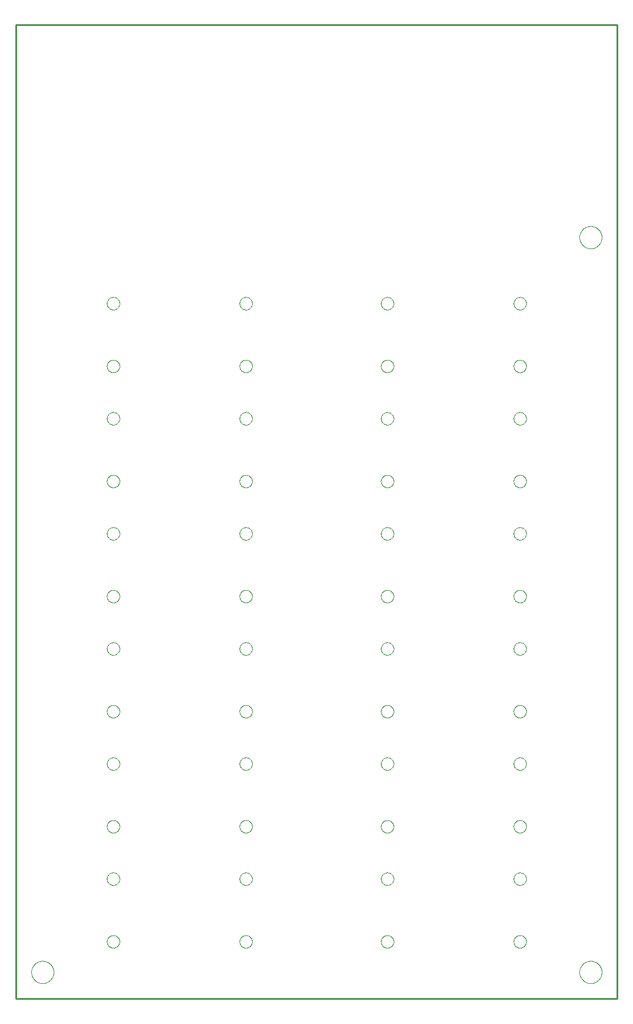
<source format=gko>
G75*
%MOIN*%
%OFA0B0*%
%FSLAX25Y25*%
%IPPOS*%
%LPD*%
%AMOC8*
5,1,8,0,0,1.08239X$1,22.5*
%
%ADD10C,0.01000*%
%ADD11C,0.00000*%
D10*
X0001500Y0001500D02*
X0001500Y0551500D01*
X0341500Y0551500D01*
X0341500Y0001500D01*
X0001500Y0001500D01*
D11*
X0010201Y0016500D02*
X0010203Y0016658D01*
X0010209Y0016816D01*
X0010219Y0016974D01*
X0010233Y0017132D01*
X0010251Y0017289D01*
X0010272Y0017446D01*
X0010298Y0017602D01*
X0010328Y0017758D01*
X0010361Y0017913D01*
X0010399Y0018066D01*
X0010440Y0018219D01*
X0010485Y0018371D01*
X0010534Y0018522D01*
X0010587Y0018671D01*
X0010643Y0018819D01*
X0010703Y0018965D01*
X0010767Y0019110D01*
X0010835Y0019253D01*
X0010906Y0019395D01*
X0010980Y0019535D01*
X0011058Y0019672D01*
X0011140Y0019808D01*
X0011224Y0019942D01*
X0011313Y0020073D01*
X0011404Y0020202D01*
X0011499Y0020329D01*
X0011596Y0020454D01*
X0011697Y0020576D01*
X0011801Y0020695D01*
X0011908Y0020812D01*
X0012018Y0020926D01*
X0012131Y0021037D01*
X0012246Y0021146D01*
X0012364Y0021251D01*
X0012485Y0021353D01*
X0012608Y0021453D01*
X0012734Y0021549D01*
X0012862Y0021642D01*
X0012992Y0021732D01*
X0013125Y0021818D01*
X0013260Y0021902D01*
X0013396Y0021981D01*
X0013535Y0022058D01*
X0013676Y0022130D01*
X0013818Y0022200D01*
X0013962Y0022265D01*
X0014108Y0022327D01*
X0014255Y0022385D01*
X0014404Y0022440D01*
X0014554Y0022491D01*
X0014705Y0022538D01*
X0014857Y0022581D01*
X0015010Y0022620D01*
X0015165Y0022656D01*
X0015320Y0022687D01*
X0015476Y0022715D01*
X0015632Y0022739D01*
X0015789Y0022759D01*
X0015947Y0022775D01*
X0016104Y0022787D01*
X0016263Y0022795D01*
X0016421Y0022799D01*
X0016579Y0022799D01*
X0016737Y0022795D01*
X0016896Y0022787D01*
X0017053Y0022775D01*
X0017211Y0022759D01*
X0017368Y0022739D01*
X0017524Y0022715D01*
X0017680Y0022687D01*
X0017835Y0022656D01*
X0017990Y0022620D01*
X0018143Y0022581D01*
X0018295Y0022538D01*
X0018446Y0022491D01*
X0018596Y0022440D01*
X0018745Y0022385D01*
X0018892Y0022327D01*
X0019038Y0022265D01*
X0019182Y0022200D01*
X0019324Y0022130D01*
X0019465Y0022058D01*
X0019604Y0021981D01*
X0019740Y0021902D01*
X0019875Y0021818D01*
X0020008Y0021732D01*
X0020138Y0021642D01*
X0020266Y0021549D01*
X0020392Y0021453D01*
X0020515Y0021353D01*
X0020636Y0021251D01*
X0020754Y0021146D01*
X0020869Y0021037D01*
X0020982Y0020926D01*
X0021092Y0020812D01*
X0021199Y0020695D01*
X0021303Y0020576D01*
X0021404Y0020454D01*
X0021501Y0020329D01*
X0021596Y0020202D01*
X0021687Y0020073D01*
X0021776Y0019942D01*
X0021860Y0019808D01*
X0021942Y0019672D01*
X0022020Y0019535D01*
X0022094Y0019395D01*
X0022165Y0019253D01*
X0022233Y0019110D01*
X0022297Y0018965D01*
X0022357Y0018819D01*
X0022413Y0018671D01*
X0022466Y0018522D01*
X0022515Y0018371D01*
X0022560Y0018219D01*
X0022601Y0018066D01*
X0022639Y0017913D01*
X0022672Y0017758D01*
X0022702Y0017602D01*
X0022728Y0017446D01*
X0022749Y0017289D01*
X0022767Y0017132D01*
X0022781Y0016974D01*
X0022791Y0016816D01*
X0022797Y0016658D01*
X0022799Y0016500D01*
X0022797Y0016342D01*
X0022791Y0016184D01*
X0022781Y0016026D01*
X0022767Y0015868D01*
X0022749Y0015711D01*
X0022728Y0015554D01*
X0022702Y0015398D01*
X0022672Y0015242D01*
X0022639Y0015087D01*
X0022601Y0014934D01*
X0022560Y0014781D01*
X0022515Y0014629D01*
X0022466Y0014478D01*
X0022413Y0014329D01*
X0022357Y0014181D01*
X0022297Y0014035D01*
X0022233Y0013890D01*
X0022165Y0013747D01*
X0022094Y0013605D01*
X0022020Y0013465D01*
X0021942Y0013328D01*
X0021860Y0013192D01*
X0021776Y0013058D01*
X0021687Y0012927D01*
X0021596Y0012798D01*
X0021501Y0012671D01*
X0021404Y0012546D01*
X0021303Y0012424D01*
X0021199Y0012305D01*
X0021092Y0012188D01*
X0020982Y0012074D01*
X0020869Y0011963D01*
X0020754Y0011854D01*
X0020636Y0011749D01*
X0020515Y0011647D01*
X0020392Y0011547D01*
X0020266Y0011451D01*
X0020138Y0011358D01*
X0020008Y0011268D01*
X0019875Y0011182D01*
X0019740Y0011098D01*
X0019604Y0011019D01*
X0019465Y0010942D01*
X0019324Y0010870D01*
X0019182Y0010800D01*
X0019038Y0010735D01*
X0018892Y0010673D01*
X0018745Y0010615D01*
X0018596Y0010560D01*
X0018446Y0010509D01*
X0018295Y0010462D01*
X0018143Y0010419D01*
X0017990Y0010380D01*
X0017835Y0010344D01*
X0017680Y0010313D01*
X0017524Y0010285D01*
X0017368Y0010261D01*
X0017211Y0010241D01*
X0017053Y0010225D01*
X0016896Y0010213D01*
X0016737Y0010205D01*
X0016579Y0010201D01*
X0016421Y0010201D01*
X0016263Y0010205D01*
X0016104Y0010213D01*
X0015947Y0010225D01*
X0015789Y0010241D01*
X0015632Y0010261D01*
X0015476Y0010285D01*
X0015320Y0010313D01*
X0015165Y0010344D01*
X0015010Y0010380D01*
X0014857Y0010419D01*
X0014705Y0010462D01*
X0014554Y0010509D01*
X0014404Y0010560D01*
X0014255Y0010615D01*
X0014108Y0010673D01*
X0013962Y0010735D01*
X0013818Y0010800D01*
X0013676Y0010870D01*
X0013535Y0010942D01*
X0013396Y0011019D01*
X0013260Y0011098D01*
X0013125Y0011182D01*
X0012992Y0011268D01*
X0012862Y0011358D01*
X0012734Y0011451D01*
X0012608Y0011547D01*
X0012485Y0011647D01*
X0012364Y0011749D01*
X0012246Y0011854D01*
X0012131Y0011963D01*
X0012018Y0012074D01*
X0011908Y0012188D01*
X0011801Y0012305D01*
X0011697Y0012424D01*
X0011596Y0012546D01*
X0011499Y0012671D01*
X0011404Y0012798D01*
X0011313Y0012927D01*
X0011224Y0013058D01*
X0011140Y0013192D01*
X0011058Y0013328D01*
X0010980Y0013465D01*
X0010906Y0013605D01*
X0010835Y0013747D01*
X0010767Y0013890D01*
X0010703Y0014035D01*
X0010643Y0014181D01*
X0010587Y0014329D01*
X0010534Y0014478D01*
X0010485Y0014629D01*
X0010440Y0014781D01*
X0010399Y0014934D01*
X0010361Y0015087D01*
X0010328Y0015242D01*
X0010298Y0015398D01*
X0010272Y0015554D01*
X0010251Y0015711D01*
X0010233Y0015868D01*
X0010219Y0016026D01*
X0010209Y0016184D01*
X0010203Y0016342D01*
X0010201Y0016500D01*
X0052950Y0033800D02*
X0052952Y0033919D01*
X0052958Y0034037D01*
X0052968Y0034155D01*
X0052982Y0034273D01*
X0052999Y0034390D01*
X0053021Y0034507D01*
X0053047Y0034623D01*
X0053076Y0034738D01*
X0053109Y0034852D01*
X0053146Y0034964D01*
X0053187Y0035076D01*
X0053232Y0035186D01*
X0053280Y0035294D01*
X0053332Y0035401D01*
X0053387Y0035506D01*
X0053446Y0035609D01*
X0053508Y0035710D01*
X0053573Y0035809D01*
X0053642Y0035906D01*
X0053714Y0036000D01*
X0053789Y0036092D01*
X0053867Y0036181D01*
X0053948Y0036268D01*
X0054032Y0036352D01*
X0054119Y0036433D01*
X0054208Y0036511D01*
X0054300Y0036586D01*
X0054394Y0036658D01*
X0054491Y0036727D01*
X0054590Y0036792D01*
X0054691Y0036854D01*
X0054794Y0036913D01*
X0054899Y0036968D01*
X0055006Y0037020D01*
X0055114Y0037068D01*
X0055224Y0037113D01*
X0055336Y0037154D01*
X0055448Y0037191D01*
X0055562Y0037224D01*
X0055677Y0037253D01*
X0055793Y0037279D01*
X0055910Y0037301D01*
X0056027Y0037318D01*
X0056145Y0037332D01*
X0056263Y0037342D01*
X0056381Y0037348D01*
X0056500Y0037350D01*
X0056619Y0037348D01*
X0056737Y0037342D01*
X0056855Y0037332D01*
X0056973Y0037318D01*
X0057090Y0037301D01*
X0057207Y0037279D01*
X0057323Y0037253D01*
X0057438Y0037224D01*
X0057552Y0037191D01*
X0057664Y0037154D01*
X0057776Y0037113D01*
X0057886Y0037068D01*
X0057994Y0037020D01*
X0058101Y0036968D01*
X0058206Y0036913D01*
X0058309Y0036854D01*
X0058410Y0036792D01*
X0058509Y0036727D01*
X0058606Y0036658D01*
X0058700Y0036586D01*
X0058792Y0036511D01*
X0058881Y0036433D01*
X0058968Y0036352D01*
X0059052Y0036268D01*
X0059133Y0036181D01*
X0059211Y0036092D01*
X0059286Y0036000D01*
X0059358Y0035906D01*
X0059427Y0035809D01*
X0059492Y0035710D01*
X0059554Y0035609D01*
X0059613Y0035506D01*
X0059668Y0035401D01*
X0059720Y0035294D01*
X0059768Y0035186D01*
X0059813Y0035076D01*
X0059854Y0034964D01*
X0059891Y0034852D01*
X0059924Y0034738D01*
X0059953Y0034623D01*
X0059979Y0034507D01*
X0060001Y0034390D01*
X0060018Y0034273D01*
X0060032Y0034155D01*
X0060042Y0034037D01*
X0060048Y0033919D01*
X0060050Y0033800D01*
X0060048Y0033681D01*
X0060042Y0033563D01*
X0060032Y0033445D01*
X0060018Y0033327D01*
X0060001Y0033210D01*
X0059979Y0033093D01*
X0059953Y0032977D01*
X0059924Y0032862D01*
X0059891Y0032748D01*
X0059854Y0032636D01*
X0059813Y0032524D01*
X0059768Y0032414D01*
X0059720Y0032306D01*
X0059668Y0032199D01*
X0059613Y0032094D01*
X0059554Y0031991D01*
X0059492Y0031890D01*
X0059427Y0031791D01*
X0059358Y0031694D01*
X0059286Y0031600D01*
X0059211Y0031508D01*
X0059133Y0031419D01*
X0059052Y0031332D01*
X0058968Y0031248D01*
X0058881Y0031167D01*
X0058792Y0031089D01*
X0058700Y0031014D01*
X0058606Y0030942D01*
X0058509Y0030873D01*
X0058410Y0030808D01*
X0058309Y0030746D01*
X0058206Y0030687D01*
X0058101Y0030632D01*
X0057994Y0030580D01*
X0057886Y0030532D01*
X0057776Y0030487D01*
X0057664Y0030446D01*
X0057552Y0030409D01*
X0057438Y0030376D01*
X0057323Y0030347D01*
X0057207Y0030321D01*
X0057090Y0030299D01*
X0056973Y0030282D01*
X0056855Y0030268D01*
X0056737Y0030258D01*
X0056619Y0030252D01*
X0056500Y0030250D01*
X0056381Y0030252D01*
X0056263Y0030258D01*
X0056145Y0030268D01*
X0056027Y0030282D01*
X0055910Y0030299D01*
X0055793Y0030321D01*
X0055677Y0030347D01*
X0055562Y0030376D01*
X0055448Y0030409D01*
X0055336Y0030446D01*
X0055224Y0030487D01*
X0055114Y0030532D01*
X0055006Y0030580D01*
X0054899Y0030632D01*
X0054794Y0030687D01*
X0054691Y0030746D01*
X0054590Y0030808D01*
X0054491Y0030873D01*
X0054394Y0030942D01*
X0054300Y0031014D01*
X0054208Y0031089D01*
X0054119Y0031167D01*
X0054032Y0031248D01*
X0053948Y0031332D01*
X0053867Y0031419D01*
X0053789Y0031508D01*
X0053714Y0031600D01*
X0053642Y0031694D01*
X0053573Y0031791D01*
X0053508Y0031890D01*
X0053446Y0031991D01*
X0053387Y0032094D01*
X0053332Y0032199D01*
X0053280Y0032306D01*
X0053232Y0032414D01*
X0053187Y0032524D01*
X0053146Y0032636D01*
X0053109Y0032748D01*
X0053076Y0032862D01*
X0053047Y0032977D01*
X0053021Y0033093D01*
X0052999Y0033210D01*
X0052982Y0033327D01*
X0052968Y0033445D01*
X0052958Y0033563D01*
X0052952Y0033681D01*
X0052950Y0033800D01*
X0052950Y0069200D02*
X0052952Y0069319D01*
X0052958Y0069437D01*
X0052968Y0069555D01*
X0052982Y0069673D01*
X0052999Y0069790D01*
X0053021Y0069907D01*
X0053047Y0070023D01*
X0053076Y0070138D01*
X0053109Y0070252D01*
X0053146Y0070364D01*
X0053187Y0070476D01*
X0053232Y0070586D01*
X0053280Y0070694D01*
X0053332Y0070801D01*
X0053387Y0070906D01*
X0053446Y0071009D01*
X0053508Y0071110D01*
X0053573Y0071209D01*
X0053642Y0071306D01*
X0053714Y0071400D01*
X0053789Y0071492D01*
X0053867Y0071581D01*
X0053948Y0071668D01*
X0054032Y0071752D01*
X0054119Y0071833D01*
X0054208Y0071911D01*
X0054300Y0071986D01*
X0054394Y0072058D01*
X0054491Y0072127D01*
X0054590Y0072192D01*
X0054691Y0072254D01*
X0054794Y0072313D01*
X0054899Y0072368D01*
X0055006Y0072420D01*
X0055114Y0072468D01*
X0055224Y0072513D01*
X0055336Y0072554D01*
X0055448Y0072591D01*
X0055562Y0072624D01*
X0055677Y0072653D01*
X0055793Y0072679D01*
X0055910Y0072701D01*
X0056027Y0072718D01*
X0056145Y0072732D01*
X0056263Y0072742D01*
X0056381Y0072748D01*
X0056500Y0072750D01*
X0056619Y0072748D01*
X0056737Y0072742D01*
X0056855Y0072732D01*
X0056973Y0072718D01*
X0057090Y0072701D01*
X0057207Y0072679D01*
X0057323Y0072653D01*
X0057438Y0072624D01*
X0057552Y0072591D01*
X0057664Y0072554D01*
X0057776Y0072513D01*
X0057886Y0072468D01*
X0057994Y0072420D01*
X0058101Y0072368D01*
X0058206Y0072313D01*
X0058309Y0072254D01*
X0058410Y0072192D01*
X0058509Y0072127D01*
X0058606Y0072058D01*
X0058700Y0071986D01*
X0058792Y0071911D01*
X0058881Y0071833D01*
X0058968Y0071752D01*
X0059052Y0071668D01*
X0059133Y0071581D01*
X0059211Y0071492D01*
X0059286Y0071400D01*
X0059358Y0071306D01*
X0059427Y0071209D01*
X0059492Y0071110D01*
X0059554Y0071009D01*
X0059613Y0070906D01*
X0059668Y0070801D01*
X0059720Y0070694D01*
X0059768Y0070586D01*
X0059813Y0070476D01*
X0059854Y0070364D01*
X0059891Y0070252D01*
X0059924Y0070138D01*
X0059953Y0070023D01*
X0059979Y0069907D01*
X0060001Y0069790D01*
X0060018Y0069673D01*
X0060032Y0069555D01*
X0060042Y0069437D01*
X0060048Y0069319D01*
X0060050Y0069200D01*
X0060048Y0069081D01*
X0060042Y0068963D01*
X0060032Y0068845D01*
X0060018Y0068727D01*
X0060001Y0068610D01*
X0059979Y0068493D01*
X0059953Y0068377D01*
X0059924Y0068262D01*
X0059891Y0068148D01*
X0059854Y0068036D01*
X0059813Y0067924D01*
X0059768Y0067814D01*
X0059720Y0067706D01*
X0059668Y0067599D01*
X0059613Y0067494D01*
X0059554Y0067391D01*
X0059492Y0067290D01*
X0059427Y0067191D01*
X0059358Y0067094D01*
X0059286Y0067000D01*
X0059211Y0066908D01*
X0059133Y0066819D01*
X0059052Y0066732D01*
X0058968Y0066648D01*
X0058881Y0066567D01*
X0058792Y0066489D01*
X0058700Y0066414D01*
X0058606Y0066342D01*
X0058509Y0066273D01*
X0058410Y0066208D01*
X0058309Y0066146D01*
X0058206Y0066087D01*
X0058101Y0066032D01*
X0057994Y0065980D01*
X0057886Y0065932D01*
X0057776Y0065887D01*
X0057664Y0065846D01*
X0057552Y0065809D01*
X0057438Y0065776D01*
X0057323Y0065747D01*
X0057207Y0065721D01*
X0057090Y0065699D01*
X0056973Y0065682D01*
X0056855Y0065668D01*
X0056737Y0065658D01*
X0056619Y0065652D01*
X0056500Y0065650D01*
X0056381Y0065652D01*
X0056263Y0065658D01*
X0056145Y0065668D01*
X0056027Y0065682D01*
X0055910Y0065699D01*
X0055793Y0065721D01*
X0055677Y0065747D01*
X0055562Y0065776D01*
X0055448Y0065809D01*
X0055336Y0065846D01*
X0055224Y0065887D01*
X0055114Y0065932D01*
X0055006Y0065980D01*
X0054899Y0066032D01*
X0054794Y0066087D01*
X0054691Y0066146D01*
X0054590Y0066208D01*
X0054491Y0066273D01*
X0054394Y0066342D01*
X0054300Y0066414D01*
X0054208Y0066489D01*
X0054119Y0066567D01*
X0054032Y0066648D01*
X0053948Y0066732D01*
X0053867Y0066819D01*
X0053789Y0066908D01*
X0053714Y0067000D01*
X0053642Y0067094D01*
X0053573Y0067191D01*
X0053508Y0067290D01*
X0053446Y0067391D01*
X0053387Y0067494D01*
X0053332Y0067599D01*
X0053280Y0067706D01*
X0053232Y0067814D01*
X0053187Y0067924D01*
X0053146Y0068036D01*
X0053109Y0068148D01*
X0053076Y0068262D01*
X0053047Y0068377D01*
X0053021Y0068493D01*
X0052999Y0068610D01*
X0052982Y0068727D01*
X0052968Y0068845D01*
X0052958Y0068963D01*
X0052952Y0069081D01*
X0052950Y0069200D01*
X0052950Y0098800D02*
X0052952Y0098919D01*
X0052958Y0099037D01*
X0052968Y0099155D01*
X0052982Y0099273D01*
X0052999Y0099390D01*
X0053021Y0099507D01*
X0053047Y0099623D01*
X0053076Y0099738D01*
X0053109Y0099852D01*
X0053146Y0099964D01*
X0053187Y0100076D01*
X0053232Y0100186D01*
X0053280Y0100294D01*
X0053332Y0100401D01*
X0053387Y0100506D01*
X0053446Y0100609D01*
X0053508Y0100710D01*
X0053573Y0100809D01*
X0053642Y0100906D01*
X0053714Y0101000D01*
X0053789Y0101092D01*
X0053867Y0101181D01*
X0053948Y0101268D01*
X0054032Y0101352D01*
X0054119Y0101433D01*
X0054208Y0101511D01*
X0054300Y0101586D01*
X0054394Y0101658D01*
X0054491Y0101727D01*
X0054590Y0101792D01*
X0054691Y0101854D01*
X0054794Y0101913D01*
X0054899Y0101968D01*
X0055006Y0102020D01*
X0055114Y0102068D01*
X0055224Y0102113D01*
X0055336Y0102154D01*
X0055448Y0102191D01*
X0055562Y0102224D01*
X0055677Y0102253D01*
X0055793Y0102279D01*
X0055910Y0102301D01*
X0056027Y0102318D01*
X0056145Y0102332D01*
X0056263Y0102342D01*
X0056381Y0102348D01*
X0056500Y0102350D01*
X0056619Y0102348D01*
X0056737Y0102342D01*
X0056855Y0102332D01*
X0056973Y0102318D01*
X0057090Y0102301D01*
X0057207Y0102279D01*
X0057323Y0102253D01*
X0057438Y0102224D01*
X0057552Y0102191D01*
X0057664Y0102154D01*
X0057776Y0102113D01*
X0057886Y0102068D01*
X0057994Y0102020D01*
X0058101Y0101968D01*
X0058206Y0101913D01*
X0058309Y0101854D01*
X0058410Y0101792D01*
X0058509Y0101727D01*
X0058606Y0101658D01*
X0058700Y0101586D01*
X0058792Y0101511D01*
X0058881Y0101433D01*
X0058968Y0101352D01*
X0059052Y0101268D01*
X0059133Y0101181D01*
X0059211Y0101092D01*
X0059286Y0101000D01*
X0059358Y0100906D01*
X0059427Y0100809D01*
X0059492Y0100710D01*
X0059554Y0100609D01*
X0059613Y0100506D01*
X0059668Y0100401D01*
X0059720Y0100294D01*
X0059768Y0100186D01*
X0059813Y0100076D01*
X0059854Y0099964D01*
X0059891Y0099852D01*
X0059924Y0099738D01*
X0059953Y0099623D01*
X0059979Y0099507D01*
X0060001Y0099390D01*
X0060018Y0099273D01*
X0060032Y0099155D01*
X0060042Y0099037D01*
X0060048Y0098919D01*
X0060050Y0098800D01*
X0060048Y0098681D01*
X0060042Y0098563D01*
X0060032Y0098445D01*
X0060018Y0098327D01*
X0060001Y0098210D01*
X0059979Y0098093D01*
X0059953Y0097977D01*
X0059924Y0097862D01*
X0059891Y0097748D01*
X0059854Y0097636D01*
X0059813Y0097524D01*
X0059768Y0097414D01*
X0059720Y0097306D01*
X0059668Y0097199D01*
X0059613Y0097094D01*
X0059554Y0096991D01*
X0059492Y0096890D01*
X0059427Y0096791D01*
X0059358Y0096694D01*
X0059286Y0096600D01*
X0059211Y0096508D01*
X0059133Y0096419D01*
X0059052Y0096332D01*
X0058968Y0096248D01*
X0058881Y0096167D01*
X0058792Y0096089D01*
X0058700Y0096014D01*
X0058606Y0095942D01*
X0058509Y0095873D01*
X0058410Y0095808D01*
X0058309Y0095746D01*
X0058206Y0095687D01*
X0058101Y0095632D01*
X0057994Y0095580D01*
X0057886Y0095532D01*
X0057776Y0095487D01*
X0057664Y0095446D01*
X0057552Y0095409D01*
X0057438Y0095376D01*
X0057323Y0095347D01*
X0057207Y0095321D01*
X0057090Y0095299D01*
X0056973Y0095282D01*
X0056855Y0095268D01*
X0056737Y0095258D01*
X0056619Y0095252D01*
X0056500Y0095250D01*
X0056381Y0095252D01*
X0056263Y0095258D01*
X0056145Y0095268D01*
X0056027Y0095282D01*
X0055910Y0095299D01*
X0055793Y0095321D01*
X0055677Y0095347D01*
X0055562Y0095376D01*
X0055448Y0095409D01*
X0055336Y0095446D01*
X0055224Y0095487D01*
X0055114Y0095532D01*
X0055006Y0095580D01*
X0054899Y0095632D01*
X0054794Y0095687D01*
X0054691Y0095746D01*
X0054590Y0095808D01*
X0054491Y0095873D01*
X0054394Y0095942D01*
X0054300Y0096014D01*
X0054208Y0096089D01*
X0054119Y0096167D01*
X0054032Y0096248D01*
X0053948Y0096332D01*
X0053867Y0096419D01*
X0053789Y0096508D01*
X0053714Y0096600D01*
X0053642Y0096694D01*
X0053573Y0096791D01*
X0053508Y0096890D01*
X0053446Y0096991D01*
X0053387Y0097094D01*
X0053332Y0097199D01*
X0053280Y0097306D01*
X0053232Y0097414D01*
X0053187Y0097524D01*
X0053146Y0097636D01*
X0053109Y0097748D01*
X0053076Y0097862D01*
X0053047Y0097977D01*
X0053021Y0098093D01*
X0052999Y0098210D01*
X0052982Y0098327D01*
X0052968Y0098445D01*
X0052958Y0098563D01*
X0052952Y0098681D01*
X0052950Y0098800D01*
X0052950Y0134200D02*
X0052952Y0134319D01*
X0052958Y0134437D01*
X0052968Y0134555D01*
X0052982Y0134673D01*
X0052999Y0134790D01*
X0053021Y0134907D01*
X0053047Y0135023D01*
X0053076Y0135138D01*
X0053109Y0135252D01*
X0053146Y0135364D01*
X0053187Y0135476D01*
X0053232Y0135586D01*
X0053280Y0135694D01*
X0053332Y0135801D01*
X0053387Y0135906D01*
X0053446Y0136009D01*
X0053508Y0136110D01*
X0053573Y0136209D01*
X0053642Y0136306D01*
X0053714Y0136400D01*
X0053789Y0136492D01*
X0053867Y0136581D01*
X0053948Y0136668D01*
X0054032Y0136752D01*
X0054119Y0136833D01*
X0054208Y0136911D01*
X0054300Y0136986D01*
X0054394Y0137058D01*
X0054491Y0137127D01*
X0054590Y0137192D01*
X0054691Y0137254D01*
X0054794Y0137313D01*
X0054899Y0137368D01*
X0055006Y0137420D01*
X0055114Y0137468D01*
X0055224Y0137513D01*
X0055336Y0137554D01*
X0055448Y0137591D01*
X0055562Y0137624D01*
X0055677Y0137653D01*
X0055793Y0137679D01*
X0055910Y0137701D01*
X0056027Y0137718D01*
X0056145Y0137732D01*
X0056263Y0137742D01*
X0056381Y0137748D01*
X0056500Y0137750D01*
X0056619Y0137748D01*
X0056737Y0137742D01*
X0056855Y0137732D01*
X0056973Y0137718D01*
X0057090Y0137701D01*
X0057207Y0137679D01*
X0057323Y0137653D01*
X0057438Y0137624D01*
X0057552Y0137591D01*
X0057664Y0137554D01*
X0057776Y0137513D01*
X0057886Y0137468D01*
X0057994Y0137420D01*
X0058101Y0137368D01*
X0058206Y0137313D01*
X0058309Y0137254D01*
X0058410Y0137192D01*
X0058509Y0137127D01*
X0058606Y0137058D01*
X0058700Y0136986D01*
X0058792Y0136911D01*
X0058881Y0136833D01*
X0058968Y0136752D01*
X0059052Y0136668D01*
X0059133Y0136581D01*
X0059211Y0136492D01*
X0059286Y0136400D01*
X0059358Y0136306D01*
X0059427Y0136209D01*
X0059492Y0136110D01*
X0059554Y0136009D01*
X0059613Y0135906D01*
X0059668Y0135801D01*
X0059720Y0135694D01*
X0059768Y0135586D01*
X0059813Y0135476D01*
X0059854Y0135364D01*
X0059891Y0135252D01*
X0059924Y0135138D01*
X0059953Y0135023D01*
X0059979Y0134907D01*
X0060001Y0134790D01*
X0060018Y0134673D01*
X0060032Y0134555D01*
X0060042Y0134437D01*
X0060048Y0134319D01*
X0060050Y0134200D01*
X0060048Y0134081D01*
X0060042Y0133963D01*
X0060032Y0133845D01*
X0060018Y0133727D01*
X0060001Y0133610D01*
X0059979Y0133493D01*
X0059953Y0133377D01*
X0059924Y0133262D01*
X0059891Y0133148D01*
X0059854Y0133036D01*
X0059813Y0132924D01*
X0059768Y0132814D01*
X0059720Y0132706D01*
X0059668Y0132599D01*
X0059613Y0132494D01*
X0059554Y0132391D01*
X0059492Y0132290D01*
X0059427Y0132191D01*
X0059358Y0132094D01*
X0059286Y0132000D01*
X0059211Y0131908D01*
X0059133Y0131819D01*
X0059052Y0131732D01*
X0058968Y0131648D01*
X0058881Y0131567D01*
X0058792Y0131489D01*
X0058700Y0131414D01*
X0058606Y0131342D01*
X0058509Y0131273D01*
X0058410Y0131208D01*
X0058309Y0131146D01*
X0058206Y0131087D01*
X0058101Y0131032D01*
X0057994Y0130980D01*
X0057886Y0130932D01*
X0057776Y0130887D01*
X0057664Y0130846D01*
X0057552Y0130809D01*
X0057438Y0130776D01*
X0057323Y0130747D01*
X0057207Y0130721D01*
X0057090Y0130699D01*
X0056973Y0130682D01*
X0056855Y0130668D01*
X0056737Y0130658D01*
X0056619Y0130652D01*
X0056500Y0130650D01*
X0056381Y0130652D01*
X0056263Y0130658D01*
X0056145Y0130668D01*
X0056027Y0130682D01*
X0055910Y0130699D01*
X0055793Y0130721D01*
X0055677Y0130747D01*
X0055562Y0130776D01*
X0055448Y0130809D01*
X0055336Y0130846D01*
X0055224Y0130887D01*
X0055114Y0130932D01*
X0055006Y0130980D01*
X0054899Y0131032D01*
X0054794Y0131087D01*
X0054691Y0131146D01*
X0054590Y0131208D01*
X0054491Y0131273D01*
X0054394Y0131342D01*
X0054300Y0131414D01*
X0054208Y0131489D01*
X0054119Y0131567D01*
X0054032Y0131648D01*
X0053948Y0131732D01*
X0053867Y0131819D01*
X0053789Y0131908D01*
X0053714Y0132000D01*
X0053642Y0132094D01*
X0053573Y0132191D01*
X0053508Y0132290D01*
X0053446Y0132391D01*
X0053387Y0132494D01*
X0053332Y0132599D01*
X0053280Y0132706D01*
X0053232Y0132814D01*
X0053187Y0132924D01*
X0053146Y0133036D01*
X0053109Y0133148D01*
X0053076Y0133262D01*
X0053047Y0133377D01*
X0053021Y0133493D01*
X0052999Y0133610D01*
X0052982Y0133727D01*
X0052968Y0133845D01*
X0052958Y0133963D01*
X0052952Y0134081D01*
X0052950Y0134200D01*
X0052950Y0163800D02*
X0052952Y0163919D01*
X0052958Y0164037D01*
X0052968Y0164155D01*
X0052982Y0164273D01*
X0052999Y0164390D01*
X0053021Y0164507D01*
X0053047Y0164623D01*
X0053076Y0164738D01*
X0053109Y0164852D01*
X0053146Y0164964D01*
X0053187Y0165076D01*
X0053232Y0165186D01*
X0053280Y0165294D01*
X0053332Y0165401D01*
X0053387Y0165506D01*
X0053446Y0165609D01*
X0053508Y0165710D01*
X0053573Y0165809D01*
X0053642Y0165906D01*
X0053714Y0166000D01*
X0053789Y0166092D01*
X0053867Y0166181D01*
X0053948Y0166268D01*
X0054032Y0166352D01*
X0054119Y0166433D01*
X0054208Y0166511D01*
X0054300Y0166586D01*
X0054394Y0166658D01*
X0054491Y0166727D01*
X0054590Y0166792D01*
X0054691Y0166854D01*
X0054794Y0166913D01*
X0054899Y0166968D01*
X0055006Y0167020D01*
X0055114Y0167068D01*
X0055224Y0167113D01*
X0055336Y0167154D01*
X0055448Y0167191D01*
X0055562Y0167224D01*
X0055677Y0167253D01*
X0055793Y0167279D01*
X0055910Y0167301D01*
X0056027Y0167318D01*
X0056145Y0167332D01*
X0056263Y0167342D01*
X0056381Y0167348D01*
X0056500Y0167350D01*
X0056619Y0167348D01*
X0056737Y0167342D01*
X0056855Y0167332D01*
X0056973Y0167318D01*
X0057090Y0167301D01*
X0057207Y0167279D01*
X0057323Y0167253D01*
X0057438Y0167224D01*
X0057552Y0167191D01*
X0057664Y0167154D01*
X0057776Y0167113D01*
X0057886Y0167068D01*
X0057994Y0167020D01*
X0058101Y0166968D01*
X0058206Y0166913D01*
X0058309Y0166854D01*
X0058410Y0166792D01*
X0058509Y0166727D01*
X0058606Y0166658D01*
X0058700Y0166586D01*
X0058792Y0166511D01*
X0058881Y0166433D01*
X0058968Y0166352D01*
X0059052Y0166268D01*
X0059133Y0166181D01*
X0059211Y0166092D01*
X0059286Y0166000D01*
X0059358Y0165906D01*
X0059427Y0165809D01*
X0059492Y0165710D01*
X0059554Y0165609D01*
X0059613Y0165506D01*
X0059668Y0165401D01*
X0059720Y0165294D01*
X0059768Y0165186D01*
X0059813Y0165076D01*
X0059854Y0164964D01*
X0059891Y0164852D01*
X0059924Y0164738D01*
X0059953Y0164623D01*
X0059979Y0164507D01*
X0060001Y0164390D01*
X0060018Y0164273D01*
X0060032Y0164155D01*
X0060042Y0164037D01*
X0060048Y0163919D01*
X0060050Y0163800D01*
X0060048Y0163681D01*
X0060042Y0163563D01*
X0060032Y0163445D01*
X0060018Y0163327D01*
X0060001Y0163210D01*
X0059979Y0163093D01*
X0059953Y0162977D01*
X0059924Y0162862D01*
X0059891Y0162748D01*
X0059854Y0162636D01*
X0059813Y0162524D01*
X0059768Y0162414D01*
X0059720Y0162306D01*
X0059668Y0162199D01*
X0059613Y0162094D01*
X0059554Y0161991D01*
X0059492Y0161890D01*
X0059427Y0161791D01*
X0059358Y0161694D01*
X0059286Y0161600D01*
X0059211Y0161508D01*
X0059133Y0161419D01*
X0059052Y0161332D01*
X0058968Y0161248D01*
X0058881Y0161167D01*
X0058792Y0161089D01*
X0058700Y0161014D01*
X0058606Y0160942D01*
X0058509Y0160873D01*
X0058410Y0160808D01*
X0058309Y0160746D01*
X0058206Y0160687D01*
X0058101Y0160632D01*
X0057994Y0160580D01*
X0057886Y0160532D01*
X0057776Y0160487D01*
X0057664Y0160446D01*
X0057552Y0160409D01*
X0057438Y0160376D01*
X0057323Y0160347D01*
X0057207Y0160321D01*
X0057090Y0160299D01*
X0056973Y0160282D01*
X0056855Y0160268D01*
X0056737Y0160258D01*
X0056619Y0160252D01*
X0056500Y0160250D01*
X0056381Y0160252D01*
X0056263Y0160258D01*
X0056145Y0160268D01*
X0056027Y0160282D01*
X0055910Y0160299D01*
X0055793Y0160321D01*
X0055677Y0160347D01*
X0055562Y0160376D01*
X0055448Y0160409D01*
X0055336Y0160446D01*
X0055224Y0160487D01*
X0055114Y0160532D01*
X0055006Y0160580D01*
X0054899Y0160632D01*
X0054794Y0160687D01*
X0054691Y0160746D01*
X0054590Y0160808D01*
X0054491Y0160873D01*
X0054394Y0160942D01*
X0054300Y0161014D01*
X0054208Y0161089D01*
X0054119Y0161167D01*
X0054032Y0161248D01*
X0053948Y0161332D01*
X0053867Y0161419D01*
X0053789Y0161508D01*
X0053714Y0161600D01*
X0053642Y0161694D01*
X0053573Y0161791D01*
X0053508Y0161890D01*
X0053446Y0161991D01*
X0053387Y0162094D01*
X0053332Y0162199D01*
X0053280Y0162306D01*
X0053232Y0162414D01*
X0053187Y0162524D01*
X0053146Y0162636D01*
X0053109Y0162748D01*
X0053076Y0162862D01*
X0053047Y0162977D01*
X0053021Y0163093D01*
X0052999Y0163210D01*
X0052982Y0163327D01*
X0052968Y0163445D01*
X0052958Y0163563D01*
X0052952Y0163681D01*
X0052950Y0163800D01*
X0052950Y0199200D02*
X0052952Y0199319D01*
X0052958Y0199437D01*
X0052968Y0199555D01*
X0052982Y0199673D01*
X0052999Y0199790D01*
X0053021Y0199907D01*
X0053047Y0200023D01*
X0053076Y0200138D01*
X0053109Y0200252D01*
X0053146Y0200364D01*
X0053187Y0200476D01*
X0053232Y0200586D01*
X0053280Y0200694D01*
X0053332Y0200801D01*
X0053387Y0200906D01*
X0053446Y0201009D01*
X0053508Y0201110D01*
X0053573Y0201209D01*
X0053642Y0201306D01*
X0053714Y0201400D01*
X0053789Y0201492D01*
X0053867Y0201581D01*
X0053948Y0201668D01*
X0054032Y0201752D01*
X0054119Y0201833D01*
X0054208Y0201911D01*
X0054300Y0201986D01*
X0054394Y0202058D01*
X0054491Y0202127D01*
X0054590Y0202192D01*
X0054691Y0202254D01*
X0054794Y0202313D01*
X0054899Y0202368D01*
X0055006Y0202420D01*
X0055114Y0202468D01*
X0055224Y0202513D01*
X0055336Y0202554D01*
X0055448Y0202591D01*
X0055562Y0202624D01*
X0055677Y0202653D01*
X0055793Y0202679D01*
X0055910Y0202701D01*
X0056027Y0202718D01*
X0056145Y0202732D01*
X0056263Y0202742D01*
X0056381Y0202748D01*
X0056500Y0202750D01*
X0056619Y0202748D01*
X0056737Y0202742D01*
X0056855Y0202732D01*
X0056973Y0202718D01*
X0057090Y0202701D01*
X0057207Y0202679D01*
X0057323Y0202653D01*
X0057438Y0202624D01*
X0057552Y0202591D01*
X0057664Y0202554D01*
X0057776Y0202513D01*
X0057886Y0202468D01*
X0057994Y0202420D01*
X0058101Y0202368D01*
X0058206Y0202313D01*
X0058309Y0202254D01*
X0058410Y0202192D01*
X0058509Y0202127D01*
X0058606Y0202058D01*
X0058700Y0201986D01*
X0058792Y0201911D01*
X0058881Y0201833D01*
X0058968Y0201752D01*
X0059052Y0201668D01*
X0059133Y0201581D01*
X0059211Y0201492D01*
X0059286Y0201400D01*
X0059358Y0201306D01*
X0059427Y0201209D01*
X0059492Y0201110D01*
X0059554Y0201009D01*
X0059613Y0200906D01*
X0059668Y0200801D01*
X0059720Y0200694D01*
X0059768Y0200586D01*
X0059813Y0200476D01*
X0059854Y0200364D01*
X0059891Y0200252D01*
X0059924Y0200138D01*
X0059953Y0200023D01*
X0059979Y0199907D01*
X0060001Y0199790D01*
X0060018Y0199673D01*
X0060032Y0199555D01*
X0060042Y0199437D01*
X0060048Y0199319D01*
X0060050Y0199200D01*
X0060048Y0199081D01*
X0060042Y0198963D01*
X0060032Y0198845D01*
X0060018Y0198727D01*
X0060001Y0198610D01*
X0059979Y0198493D01*
X0059953Y0198377D01*
X0059924Y0198262D01*
X0059891Y0198148D01*
X0059854Y0198036D01*
X0059813Y0197924D01*
X0059768Y0197814D01*
X0059720Y0197706D01*
X0059668Y0197599D01*
X0059613Y0197494D01*
X0059554Y0197391D01*
X0059492Y0197290D01*
X0059427Y0197191D01*
X0059358Y0197094D01*
X0059286Y0197000D01*
X0059211Y0196908D01*
X0059133Y0196819D01*
X0059052Y0196732D01*
X0058968Y0196648D01*
X0058881Y0196567D01*
X0058792Y0196489D01*
X0058700Y0196414D01*
X0058606Y0196342D01*
X0058509Y0196273D01*
X0058410Y0196208D01*
X0058309Y0196146D01*
X0058206Y0196087D01*
X0058101Y0196032D01*
X0057994Y0195980D01*
X0057886Y0195932D01*
X0057776Y0195887D01*
X0057664Y0195846D01*
X0057552Y0195809D01*
X0057438Y0195776D01*
X0057323Y0195747D01*
X0057207Y0195721D01*
X0057090Y0195699D01*
X0056973Y0195682D01*
X0056855Y0195668D01*
X0056737Y0195658D01*
X0056619Y0195652D01*
X0056500Y0195650D01*
X0056381Y0195652D01*
X0056263Y0195658D01*
X0056145Y0195668D01*
X0056027Y0195682D01*
X0055910Y0195699D01*
X0055793Y0195721D01*
X0055677Y0195747D01*
X0055562Y0195776D01*
X0055448Y0195809D01*
X0055336Y0195846D01*
X0055224Y0195887D01*
X0055114Y0195932D01*
X0055006Y0195980D01*
X0054899Y0196032D01*
X0054794Y0196087D01*
X0054691Y0196146D01*
X0054590Y0196208D01*
X0054491Y0196273D01*
X0054394Y0196342D01*
X0054300Y0196414D01*
X0054208Y0196489D01*
X0054119Y0196567D01*
X0054032Y0196648D01*
X0053948Y0196732D01*
X0053867Y0196819D01*
X0053789Y0196908D01*
X0053714Y0197000D01*
X0053642Y0197094D01*
X0053573Y0197191D01*
X0053508Y0197290D01*
X0053446Y0197391D01*
X0053387Y0197494D01*
X0053332Y0197599D01*
X0053280Y0197706D01*
X0053232Y0197814D01*
X0053187Y0197924D01*
X0053146Y0198036D01*
X0053109Y0198148D01*
X0053076Y0198262D01*
X0053047Y0198377D01*
X0053021Y0198493D01*
X0052999Y0198610D01*
X0052982Y0198727D01*
X0052968Y0198845D01*
X0052958Y0198963D01*
X0052952Y0199081D01*
X0052950Y0199200D01*
X0052950Y0228800D02*
X0052952Y0228919D01*
X0052958Y0229037D01*
X0052968Y0229155D01*
X0052982Y0229273D01*
X0052999Y0229390D01*
X0053021Y0229507D01*
X0053047Y0229623D01*
X0053076Y0229738D01*
X0053109Y0229852D01*
X0053146Y0229964D01*
X0053187Y0230076D01*
X0053232Y0230186D01*
X0053280Y0230294D01*
X0053332Y0230401D01*
X0053387Y0230506D01*
X0053446Y0230609D01*
X0053508Y0230710D01*
X0053573Y0230809D01*
X0053642Y0230906D01*
X0053714Y0231000D01*
X0053789Y0231092D01*
X0053867Y0231181D01*
X0053948Y0231268D01*
X0054032Y0231352D01*
X0054119Y0231433D01*
X0054208Y0231511D01*
X0054300Y0231586D01*
X0054394Y0231658D01*
X0054491Y0231727D01*
X0054590Y0231792D01*
X0054691Y0231854D01*
X0054794Y0231913D01*
X0054899Y0231968D01*
X0055006Y0232020D01*
X0055114Y0232068D01*
X0055224Y0232113D01*
X0055336Y0232154D01*
X0055448Y0232191D01*
X0055562Y0232224D01*
X0055677Y0232253D01*
X0055793Y0232279D01*
X0055910Y0232301D01*
X0056027Y0232318D01*
X0056145Y0232332D01*
X0056263Y0232342D01*
X0056381Y0232348D01*
X0056500Y0232350D01*
X0056619Y0232348D01*
X0056737Y0232342D01*
X0056855Y0232332D01*
X0056973Y0232318D01*
X0057090Y0232301D01*
X0057207Y0232279D01*
X0057323Y0232253D01*
X0057438Y0232224D01*
X0057552Y0232191D01*
X0057664Y0232154D01*
X0057776Y0232113D01*
X0057886Y0232068D01*
X0057994Y0232020D01*
X0058101Y0231968D01*
X0058206Y0231913D01*
X0058309Y0231854D01*
X0058410Y0231792D01*
X0058509Y0231727D01*
X0058606Y0231658D01*
X0058700Y0231586D01*
X0058792Y0231511D01*
X0058881Y0231433D01*
X0058968Y0231352D01*
X0059052Y0231268D01*
X0059133Y0231181D01*
X0059211Y0231092D01*
X0059286Y0231000D01*
X0059358Y0230906D01*
X0059427Y0230809D01*
X0059492Y0230710D01*
X0059554Y0230609D01*
X0059613Y0230506D01*
X0059668Y0230401D01*
X0059720Y0230294D01*
X0059768Y0230186D01*
X0059813Y0230076D01*
X0059854Y0229964D01*
X0059891Y0229852D01*
X0059924Y0229738D01*
X0059953Y0229623D01*
X0059979Y0229507D01*
X0060001Y0229390D01*
X0060018Y0229273D01*
X0060032Y0229155D01*
X0060042Y0229037D01*
X0060048Y0228919D01*
X0060050Y0228800D01*
X0060048Y0228681D01*
X0060042Y0228563D01*
X0060032Y0228445D01*
X0060018Y0228327D01*
X0060001Y0228210D01*
X0059979Y0228093D01*
X0059953Y0227977D01*
X0059924Y0227862D01*
X0059891Y0227748D01*
X0059854Y0227636D01*
X0059813Y0227524D01*
X0059768Y0227414D01*
X0059720Y0227306D01*
X0059668Y0227199D01*
X0059613Y0227094D01*
X0059554Y0226991D01*
X0059492Y0226890D01*
X0059427Y0226791D01*
X0059358Y0226694D01*
X0059286Y0226600D01*
X0059211Y0226508D01*
X0059133Y0226419D01*
X0059052Y0226332D01*
X0058968Y0226248D01*
X0058881Y0226167D01*
X0058792Y0226089D01*
X0058700Y0226014D01*
X0058606Y0225942D01*
X0058509Y0225873D01*
X0058410Y0225808D01*
X0058309Y0225746D01*
X0058206Y0225687D01*
X0058101Y0225632D01*
X0057994Y0225580D01*
X0057886Y0225532D01*
X0057776Y0225487D01*
X0057664Y0225446D01*
X0057552Y0225409D01*
X0057438Y0225376D01*
X0057323Y0225347D01*
X0057207Y0225321D01*
X0057090Y0225299D01*
X0056973Y0225282D01*
X0056855Y0225268D01*
X0056737Y0225258D01*
X0056619Y0225252D01*
X0056500Y0225250D01*
X0056381Y0225252D01*
X0056263Y0225258D01*
X0056145Y0225268D01*
X0056027Y0225282D01*
X0055910Y0225299D01*
X0055793Y0225321D01*
X0055677Y0225347D01*
X0055562Y0225376D01*
X0055448Y0225409D01*
X0055336Y0225446D01*
X0055224Y0225487D01*
X0055114Y0225532D01*
X0055006Y0225580D01*
X0054899Y0225632D01*
X0054794Y0225687D01*
X0054691Y0225746D01*
X0054590Y0225808D01*
X0054491Y0225873D01*
X0054394Y0225942D01*
X0054300Y0226014D01*
X0054208Y0226089D01*
X0054119Y0226167D01*
X0054032Y0226248D01*
X0053948Y0226332D01*
X0053867Y0226419D01*
X0053789Y0226508D01*
X0053714Y0226600D01*
X0053642Y0226694D01*
X0053573Y0226791D01*
X0053508Y0226890D01*
X0053446Y0226991D01*
X0053387Y0227094D01*
X0053332Y0227199D01*
X0053280Y0227306D01*
X0053232Y0227414D01*
X0053187Y0227524D01*
X0053146Y0227636D01*
X0053109Y0227748D01*
X0053076Y0227862D01*
X0053047Y0227977D01*
X0053021Y0228093D01*
X0052999Y0228210D01*
X0052982Y0228327D01*
X0052968Y0228445D01*
X0052958Y0228563D01*
X0052952Y0228681D01*
X0052950Y0228800D01*
X0052950Y0264200D02*
X0052952Y0264319D01*
X0052958Y0264437D01*
X0052968Y0264555D01*
X0052982Y0264673D01*
X0052999Y0264790D01*
X0053021Y0264907D01*
X0053047Y0265023D01*
X0053076Y0265138D01*
X0053109Y0265252D01*
X0053146Y0265364D01*
X0053187Y0265476D01*
X0053232Y0265586D01*
X0053280Y0265694D01*
X0053332Y0265801D01*
X0053387Y0265906D01*
X0053446Y0266009D01*
X0053508Y0266110D01*
X0053573Y0266209D01*
X0053642Y0266306D01*
X0053714Y0266400D01*
X0053789Y0266492D01*
X0053867Y0266581D01*
X0053948Y0266668D01*
X0054032Y0266752D01*
X0054119Y0266833D01*
X0054208Y0266911D01*
X0054300Y0266986D01*
X0054394Y0267058D01*
X0054491Y0267127D01*
X0054590Y0267192D01*
X0054691Y0267254D01*
X0054794Y0267313D01*
X0054899Y0267368D01*
X0055006Y0267420D01*
X0055114Y0267468D01*
X0055224Y0267513D01*
X0055336Y0267554D01*
X0055448Y0267591D01*
X0055562Y0267624D01*
X0055677Y0267653D01*
X0055793Y0267679D01*
X0055910Y0267701D01*
X0056027Y0267718D01*
X0056145Y0267732D01*
X0056263Y0267742D01*
X0056381Y0267748D01*
X0056500Y0267750D01*
X0056619Y0267748D01*
X0056737Y0267742D01*
X0056855Y0267732D01*
X0056973Y0267718D01*
X0057090Y0267701D01*
X0057207Y0267679D01*
X0057323Y0267653D01*
X0057438Y0267624D01*
X0057552Y0267591D01*
X0057664Y0267554D01*
X0057776Y0267513D01*
X0057886Y0267468D01*
X0057994Y0267420D01*
X0058101Y0267368D01*
X0058206Y0267313D01*
X0058309Y0267254D01*
X0058410Y0267192D01*
X0058509Y0267127D01*
X0058606Y0267058D01*
X0058700Y0266986D01*
X0058792Y0266911D01*
X0058881Y0266833D01*
X0058968Y0266752D01*
X0059052Y0266668D01*
X0059133Y0266581D01*
X0059211Y0266492D01*
X0059286Y0266400D01*
X0059358Y0266306D01*
X0059427Y0266209D01*
X0059492Y0266110D01*
X0059554Y0266009D01*
X0059613Y0265906D01*
X0059668Y0265801D01*
X0059720Y0265694D01*
X0059768Y0265586D01*
X0059813Y0265476D01*
X0059854Y0265364D01*
X0059891Y0265252D01*
X0059924Y0265138D01*
X0059953Y0265023D01*
X0059979Y0264907D01*
X0060001Y0264790D01*
X0060018Y0264673D01*
X0060032Y0264555D01*
X0060042Y0264437D01*
X0060048Y0264319D01*
X0060050Y0264200D01*
X0060048Y0264081D01*
X0060042Y0263963D01*
X0060032Y0263845D01*
X0060018Y0263727D01*
X0060001Y0263610D01*
X0059979Y0263493D01*
X0059953Y0263377D01*
X0059924Y0263262D01*
X0059891Y0263148D01*
X0059854Y0263036D01*
X0059813Y0262924D01*
X0059768Y0262814D01*
X0059720Y0262706D01*
X0059668Y0262599D01*
X0059613Y0262494D01*
X0059554Y0262391D01*
X0059492Y0262290D01*
X0059427Y0262191D01*
X0059358Y0262094D01*
X0059286Y0262000D01*
X0059211Y0261908D01*
X0059133Y0261819D01*
X0059052Y0261732D01*
X0058968Y0261648D01*
X0058881Y0261567D01*
X0058792Y0261489D01*
X0058700Y0261414D01*
X0058606Y0261342D01*
X0058509Y0261273D01*
X0058410Y0261208D01*
X0058309Y0261146D01*
X0058206Y0261087D01*
X0058101Y0261032D01*
X0057994Y0260980D01*
X0057886Y0260932D01*
X0057776Y0260887D01*
X0057664Y0260846D01*
X0057552Y0260809D01*
X0057438Y0260776D01*
X0057323Y0260747D01*
X0057207Y0260721D01*
X0057090Y0260699D01*
X0056973Y0260682D01*
X0056855Y0260668D01*
X0056737Y0260658D01*
X0056619Y0260652D01*
X0056500Y0260650D01*
X0056381Y0260652D01*
X0056263Y0260658D01*
X0056145Y0260668D01*
X0056027Y0260682D01*
X0055910Y0260699D01*
X0055793Y0260721D01*
X0055677Y0260747D01*
X0055562Y0260776D01*
X0055448Y0260809D01*
X0055336Y0260846D01*
X0055224Y0260887D01*
X0055114Y0260932D01*
X0055006Y0260980D01*
X0054899Y0261032D01*
X0054794Y0261087D01*
X0054691Y0261146D01*
X0054590Y0261208D01*
X0054491Y0261273D01*
X0054394Y0261342D01*
X0054300Y0261414D01*
X0054208Y0261489D01*
X0054119Y0261567D01*
X0054032Y0261648D01*
X0053948Y0261732D01*
X0053867Y0261819D01*
X0053789Y0261908D01*
X0053714Y0262000D01*
X0053642Y0262094D01*
X0053573Y0262191D01*
X0053508Y0262290D01*
X0053446Y0262391D01*
X0053387Y0262494D01*
X0053332Y0262599D01*
X0053280Y0262706D01*
X0053232Y0262814D01*
X0053187Y0262924D01*
X0053146Y0263036D01*
X0053109Y0263148D01*
X0053076Y0263262D01*
X0053047Y0263377D01*
X0053021Y0263493D01*
X0052999Y0263610D01*
X0052982Y0263727D01*
X0052968Y0263845D01*
X0052958Y0263963D01*
X0052952Y0264081D01*
X0052950Y0264200D01*
X0052950Y0293800D02*
X0052952Y0293919D01*
X0052958Y0294037D01*
X0052968Y0294155D01*
X0052982Y0294273D01*
X0052999Y0294390D01*
X0053021Y0294507D01*
X0053047Y0294623D01*
X0053076Y0294738D01*
X0053109Y0294852D01*
X0053146Y0294964D01*
X0053187Y0295076D01*
X0053232Y0295186D01*
X0053280Y0295294D01*
X0053332Y0295401D01*
X0053387Y0295506D01*
X0053446Y0295609D01*
X0053508Y0295710D01*
X0053573Y0295809D01*
X0053642Y0295906D01*
X0053714Y0296000D01*
X0053789Y0296092D01*
X0053867Y0296181D01*
X0053948Y0296268D01*
X0054032Y0296352D01*
X0054119Y0296433D01*
X0054208Y0296511D01*
X0054300Y0296586D01*
X0054394Y0296658D01*
X0054491Y0296727D01*
X0054590Y0296792D01*
X0054691Y0296854D01*
X0054794Y0296913D01*
X0054899Y0296968D01*
X0055006Y0297020D01*
X0055114Y0297068D01*
X0055224Y0297113D01*
X0055336Y0297154D01*
X0055448Y0297191D01*
X0055562Y0297224D01*
X0055677Y0297253D01*
X0055793Y0297279D01*
X0055910Y0297301D01*
X0056027Y0297318D01*
X0056145Y0297332D01*
X0056263Y0297342D01*
X0056381Y0297348D01*
X0056500Y0297350D01*
X0056619Y0297348D01*
X0056737Y0297342D01*
X0056855Y0297332D01*
X0056973Y0297318D01*
X0057090Y0297301D01*
X0057207Y0297279D01*
X0057323Y0297253D01*
X0057438Y0297224D01*
X0057552Y0297191D01*
X0057664Y0297154D01*
X0057776Y0297113D01*
X0057886Y0297068D01*
X0057994Y0297020D01*
X0058101Y0296968D01*
X0058206Y0296913D01*
X0058309Y0296854D01*
X0058410Y0296792D01*
X0058509Y0296727D01*
X0058606Y0296658D01*
X0058700Y0296586D01*
X0058792Y0296511D01*
X0058881Y0296433D01*
X0058968Y0296352D01*
X0059052Y0296268D01*
X0059133Y0296181D01*
X0059211Y0296092D01*
X0059286Y0296000D01*
X0059358Y0295906D01*
X0059427Y0295809D01*
X0059492Y0295710D01*
X0059554Y0295609D01*
X0059613Y0295506D01*
X0059668Y0295401D01*
X0059720Y0295294D01*
X0059768Y0295186D01*
X0059813Y0295076D01*
X0059854Y0294964D01*
X0059891Y0294852D01*
X0059924Y0294738D01*
X0059953Y0294623D01*
X0059979Y0294507D01*
X0060001Y0294390D01*
X0060018Y0294273D01*
X0060032Y0294155D01*
X0060042Y0294037D01*
X0060048Y0293919D01*
X0060050Y0293800D01*
X0060048Y0293681D01*
X0060042Y0293563D01*
X0060032Y0293445D01*
X0060018Y0293327D01*
X0060001Y0293210D01*
X0059979Y0293093D01*
X0059953Y0292977D01*
X0059924Y0292862D01*
X0059891Y0292748D01*
X0059854Y0292636D01*
X0059813Y0292524D01*
X0059768Y0292414D01*
X0059720Y0292306D01*
X0059668Y0292199D01*
X0059613Y0292094D01*
X0059554Y0291991D01*
X0059492Y0291890D01*
X0059427Y0291791D01*
X0059358Y0291694D01*
X0059286Y0291600D01*
X0059211Y0291508D01*
X0059133Y0291419D01*
X0059052Y0291332D01*
X0058968Y0291248D01*
X0058881Y0291167D01*
X0058792Y0291089D01*
X0058700Y0291014D01*
X0058606Y0290942D01*
X0058509Y0290873D01*
X0058410Y0290808D01*
X0058309Y0290746D01*
X0058206Y0290687D01*
X0058101Y0290632D01*
X0057994Y0290580D01*
X0057886Y0290532D01*
X0057776Y0290487D01*
X0057664Y0290446D01*
X0057552Y0290409D01*
X0057438Y0290376D01*
X0057323Y0290347D01*
X0057207Y0290321D01*
X0057090Y0290299D01*
X0056973Y0290282D01*
X0056855Y0290268D01*
X0056737Y0290258D01*
X0056619Y0290252D01*
X0056500Y0290250D01*
X0056381Y0290252D01*
X0056263Y0290258D01*
X0056145Y0290268D01*
X0056027Y0290282D01*
X0055910Y0290299D01*
X0055793Y0290321D01*
X0055677Y0290347D01*
X0055562Y0290376D01*
X0055448Y0290409D01*
X0055336Y0290446D01*
X0055224Y0290487D01*
X0055114Y0290532D01*
X0055006Y0290580D01*
X0054899Y0290632D01*
X0054794Y0290687D01*
X0054691Y0290746D01*
X0054590Y0290808D01*
X0054491Y0290873D01*
X0054394Y0290942D01*
X0054300Y0291014D01*
X0054208Y0291089D01*
X0054119Y0291167D01*
X0054032Y0291248D01*
X0053948Y0291332D01*
X0053867Y0291419D01*
X0053789Y0291508D01*
X0053714Y0291600D01*
X0053642Y0291694D01*
X0053573Y0291791D01*
X0053508Y0291890D01*
X0053446Y0291991D01*
X0053387Y0292094D01*
X0053332Y0292199D01*
X0053280Y0292306D01*
X0053232Y0292414D01*
X0053187Y0292524D01*
X0053146Y0292636D01*
X0053109Y0292748D01*
X0053076Y0292862D01*
X0053047Y0292977D01*
X0053021Y0293093D01*
X0052999Y0293210D01*
X0052982Y0293327D01*
X0052968Y0293445D01*
X0052958Y0293563D01*
X0052952Y0293681D01*
X0052950Y0293800D01*
X0052950Y0329200D02*
X0052952Y0329319D01*
X0052958Y0329437D01*
X0052968Y0329555D01*
X0052982Y0329673D01*
X0052999Y0329790D01*
X0053021Y0329907D01*
X0053047Y0330023D01*
X0053076Y0330138D01*
X0053109Y0330252D01*
X0053146Y0330364D01*
X0053187Y0330476D01*
X0053232Y0330586D01*
X0053280Y0330694D01*
X0053332Y0330801D01*
X0053387Y0330906D01*
X0053446Y0331009D01*
X0053508Y0331110D01*
X0053573Y0331209D01*
X0053642Y0331306D01*
X0053714Y0331400D01*
X0053789Y0331492D01*
X0053867Y0331581D01*
X0053948Y0331668D01*
X0054032Y0331752D01*
X0054119Y0331833D01*
X0054208Y0331911D01*
X0054300Y0331986D01*
X0054394Y0332058D01*
X0054491Y0332127D01*
X0054590Y0332192D01*
X0054691Y0332254D01*
X0054794Y0332313D01*
X0054899Y0332368D01*
X0055006Y0332420D01*
X0055114Y0332468D01*
X0055224Y0332513D01*
X0055336Y0332554D01*
X0055448Y0332591D01*
X0055562Y0332624D01*
X0055677Y0332653D01*
X0055793Y0332679D01*
X0055910Y0332701D01*
X0056027Y0332718D01*
X0056145Y0332732D01*
X0056263Y0332742D01*
X0056381Y0332748D01*
X0056500Y0332750D01*
X0056619Y0332748D01*
X0056737Y0332742D01*
X0056855Y0332732D01*
X0056973Y0332718D01*
X0057090Y0332701D01*
X0057207Y0332679D01*
X0057323Y0332653D01*
X0057438Y0332624D01*
X0057552Y0332591D01*
X0057664Y0332554D01*
X0057776Y0332513D01*
X0057886Y0332468D01*
X0057994Y0332420D01*
X0058101Y0332368D01*
X0058206Y0332313D01*
X0058309Y0332254D01*
X0058410Y0332192D01*
X0058509Y0332127D01*
X0058606Y0332058D01*
X0058700Y0331986D01*
X0058792Y0331911D01*
X0058881Y0331833D01*
X0058968Y0331752D01*
X0059052Y0331668D01*
X0059133Y0331581D01*
X0059211Y0331492D01*
X0059286Y0331400D01*
X0059358Y0331306D01*
X0059427Y0331209D01*
X0059492Y0331110D01*
X0059554Y0331009D01*
X0059613Y0330906D01*
X0059668Y0330801D01*
X0059720Y0330694D01*
X0059768Y0330586D01*
X0059813Y0330476D01*
X0059854Y0330364D01*
X0059891Y0330252D01*
X0059924Y0330138D01*
X0059953Y0330023D01*
X0059979Y0329907D01*
X0060001Y0329790D01*
X0060018Y0329673D01*
X0060032Y0329555D01*
X0060042Y0329437D01*
X0060048Y0329319D01*
X0060050Y0329200D01*
X0060048Y0329081D01*
X0060042Y0328963D01*
X0060032Y0328845D01*
X0060018Y0328727D01*
X0060001Y0328610D01*
X0059979Y0328493D01*
X0059953Y0328377D01*
X0059924Y0328262D01*
X0059891Y0328148D01*
X0059854Y0328036D01*
X0059813Y0327924D01*
X0059768Y0327814D01*
X0059720Y0327706D01*
X0059668Y0327599D01*
X0059613Y0327494D01*
X0059554Y0327391D01*
X0059492Y0327290D01*
X0059427Y0327191D01*
X0059358Y0327094D01*
X0059286Y0327000D01*
X0059211Y0326908D01*
X0059133Y0326819D01*
X0059052Y0326732D01*
X0058968Y0326648D01*
X0058881Y0326567D01*
X0058792Y0326489D01*
X0058700Y0326414D01*
X0058606Y0326342D01*
X0058509Y0326273D01*
X0058410Y0326208D01*
X0058309Y0326146D01*
X0058206Y0326087D01*
X0058101Y0326032D01*
X0057994Y0325980D01*
X0057886Y0325932D01*
X0057776Y0325887D01*
X0057664Y0325846D01*
X0057552Y0325809D01*
X0057438Y0325776D01*
X0057323Y0325747D01*
X0057207Y0325721D01*
X0057090Y0325699D01*
X0056973Y0325682D01*
X0056855Y0325668D01*
X0056737Y0325658D01*
X0056619Y0325652D01*
X0056500Y0325650D01*
X0056381Y0325652D01*
X0056263Y0325658D01*
X0056145Y0325668D01*
X0056027Y0325682D01*
X0055910Y0325699D01*
X0055793Y0325721D01*
X0055677Y0325747D01*
X0055562Y0325776D01*
X0055448Y0325809D01*
X0055336Y0325846D01*
X0055224Y0325887D01*
X0055114Y0325932D01*
X0055006Y0325980D01*
X0054899Y0326032D01*
X0054794Y0326087D01*
X0054691Y0326146D01*
X0054590Y0326208D01*
X0054491Y0326273D01*
X0054394Y0326342D01*
X0054300Y0326414D01*
X0054208Y0326489D01*
X0054119Y0326567D01*
X0054032Y0326648D01*
X0053948Y0326732D01*
X0053867Y0326819D01*
X0053789Y0326908D01*
X0053714Y0327000D01*
X0053642Y0327094D01*
X0053573Y0327191D01*
X0053508Y0327290D01*
X0053446Y0327391D01*
X0053387Y0327494D01*
X0053332Y0327599D01*
X0053280Y0327706D01*
X0053232Y0327814D01*
X0053187Y0327924D01*
X0053146Y0328036D01*
X0053109Y0328148D01*
X0053076Y0328262D01*
X0053047Y0328377D01*
X0053021Y0328493D01*
X0052999Y0328610D01*
X0052982Y0328727D01*
X0052968Y0328845D01*
X0052958Y0328963D01*
X0052952Y0329081D01*
X0052950Y0329200D01*
X0052950Y0358800D02*
X0052952Y0358919D01*
X0052958Y0359037D01*
X0052968Y0359155D01*
X0052982Y0359273D01*
X0052999Y0359390D01*
X0053021Y0359507D01*
X0053047Y0359623D01*
X0053076Y0359738D01*
X0053109Y0359852D01*
X0053146Y0359964D01*
X0053187Y0360076D01*
X0053232Y0360186D01*
X0053280Y0360294D01*
X0053332Y0360401D01*
X0053387Y0360506D01*
X0053446Y0360609D01*
X0053508Y0360710D01*
X0053573Y0360809D01*
X0053642Y0360906D01*
X0053714Y0361000D01*
X0053789Y0361092D01*
X0053867Y0361181D01*
X0053948Y0361268D01*
X0054032Y0361352D01*
X0054119Y0361433D01*
X0054208Y0361511D01*
X0054300Y0361586D01*
X0054394Y0361658D01*
X0054491Y0361727D01*
X0054590Y0361792D01*
X0054691Y0361854D01*
X0054794Y0361913D01*
X0054899Y0361968D01*
X0055006Y0362020D01*
X0055114Y0362068D01*
X0055224Y0362113D01*
X0055336Y0362154D01*
X0055448Y0362191D01*
X0055562Y0362224D01*
X0055677Y0362253D01*
X0055793Y0362279D01*
X0055910Y0362301D01*
X0056027Y0362318D01*
X0056145Y0362332D01*
X0056263Y0362342D01*
X0056381Y0362348D01*
X0056500Y0362350D01*
X0056619Y0362348D01*
X0056737Y0362342D01*
X0056855Y0362332D01*
X0056973Y0362318D01*
X0057090Y0362301D01*
X0057207Y0362279D01*
X0057323Y0362253D01*
X0057438Y0362224D01*
X0057552Y0362191D01*
X0057664Y0362154D01*
X0057776Y0362113D01*
X0057886Y0362068D01*
X0057994Y0362020D01*
X0058101Y0361968D01*
X0058206Y0361913D01*
X0058309Y0361854D01*
X0058410Y0361792D01*
X0058509Y0361727D01*
X0058606Y0361658D01*
X0058700Y0361586D01*
X0058792Y0361511D01*
X0058881Y0361433D01*
X0058968Y0361352D01*
X0059052Y0361268D01*
X0059133Y0361181D01*
X0059211Y0361092D01*
X0059286Y0361000D01*
X0059358Y0360906D01*
X0059427Y0360809D01*
X0059492Y0360710D01*
X0059554Y0360609D01*
X0059613Y0360506D01*
X0059668Y0360401D01*
X0059720Y0360294D01*
X0059768Y0360186D01*
X0059813Y0360076D01*
X0059854Y0359964D01*
X0059891Y0359852D01*
X0059924Y0359738D01*
X0059953Y0359623D01*
X0059979Y0359507D01*
X0060001Y0359390D01*
X0060018Y0359273D01*
X0060032Y0359155D01*
X0060042Y0359037D01*
X0060048Y0358919D01*
X0060050Y0358800D01*
X0060048Y0358681D01*
X0060042Y0358563D01*
X0060032Y0358445D01*
X0060018Y0358327D01*
X0060001Y0358210D01*
X0059979Y0358093D01*
X0059953Y0357977D01*
X0059924Y0357862D01*
X0059891Y0357748D01*
X0059854Y0357636D01*
X0059813Y0357524D01*
X0059768Y0357414D01*
X0059720Y0357306D01*
X0059668Y0357199D01*
X0059613Y0357094D01*
X0059554Y0356991D01*
X0059492Y0356890D01*
X0059427Y0356791D01*
X0059358Y0356694D01*
X0059286Y0356600D01*
X0059211Y0356508D01*
X0059133Y0356419D01*
X0059052Y0356332D01*
X0058968Y0356248D01*
X0058881Y0356167D01*
X0058792Y0356089D01*
X0058700Y0356014D01*
X0058606Y0355942D01*
X0058509Y0355873D01*
X0058410Y0355808D01*
X0058309Y0355746D01*
X0058206Y0355687D01*
X0058101Y0355632D01*
X0057994Y0355580D01*
X0057886Y0355532D01*
X0057776Y0355487D01*
X0057664Y0355446D01*
X0057552Y0355409D01*
X0057438Y0355376D01*
X0057323Y0355347D01*
X0057207Y0355321D01*
X0057090Y0355299D01*
X0056973Y0355282D01*
X0056855Y0355268D01*
X0056737Y0355258D01*
X0056619Y0355252D01*
X0056500Y0355250D01*
X0056381Y0355252D01*
X0056263Y0355258D01*
X0056145Y0355268D01*
X0056027Y0355282D01*
X0055910Y0355299D01*
X0055793Y0355321D01*
X0055677Y0355347D01*
X0055562Y0355376D01*
X0055448Y0355409D01*
X0055336Y0355446D01*
X0055224Y0355487D01*
X0055114Y0355532D01*
X0055006Y0355580D01*
X0054899Y0355632D01*
X0054794Y0355687D01*
X0054691Y0355746D01*
X0054590Y0355808D01*
X0054491Y0355873D01*
X0054394Y0355942D01*
X0054300Y0356014D01*
X0054208Y0356089D01*
X0054119Y0356167D01*
X0054032Y0356248D01*
X0053948Y0356332D01*
X0053867Y0356419D01*
X0053789Y0356508D01*
X0053714Y0356600D01*
X0053642Y0356694D01*
X0053573Y0356791D01*
X0053508Y0356890D01*
X0053446Y0356991D01*
X0053387Y0357094D01*
X0053332Y0357199D01*
X0053280Y0357306D01*
X0053232Y0357414D01*
X0053187Y0357524D01*
X0053146Y0357636D01*
X0053109Y0357748D01*
X0053076Y0357862D01*
X0053047Y0357977D01*
X0053021Y0358093D01*
X0052999Y0358210D01*
X0052982Y0358327D01*
X0052968Y0358445D01*
X0052958Y0358563D01*
X0052952Y0358681D01*
X0052950Y0358800D01*
X0052950Y0394200D02*
X0052952Y0394319D01*
X0052958Y0394437D01*
X0052968Y0394555D01*
X0052982Y0394673D01*
X0052999Y0394790D01*
X0053021Y0394907D01*
X0053047Y0395023D01*
X0053076Y0395138D01*
X0053109Y0395252D01*
X0053146Y0395364D01*
X0053187Y0395476D01*
X0053232Y0395586D01*
X0053280Y0395694D01*
X0053332Y0395801D01*
X0053387Y0395906D01*
X0053446Y0396009D01*
X0053508Y0396110D01*
X0053573Y0396209D01*
X0053642Y0396306D01*
X0053714Y0396400D01*
X0053789Y0396492D01*
X0053867Y0396581D01*
X0053948Y0396668D01*
X0054032Y0396752D01*
X0054119Y0396833D01*
X0054208Y0396911D01*
X0054300Y0396986D01*
X0054394Y0397058D01*
X0054491Y0397127D01*
X0054590Y0397192D01*
X0054691Y0397254D01*
X0054794Y0397313D01*
X0054899Y0397368D01*
X0055006Y0397420D01*
X0055114Y0397468D01*
X0055224Y0397513D01*
X0055336Y0397554D01*
X0055448Y0397591D01*
X0055562Y0397624D01*
X0055677Y0397653D01*
X0055793Y0397679D01*
X0055910Y0397701D01*
X0056027Y0397718D01*
X0056145Y0397732D01*
X0056263Y0397742D01*
X0056381Y0397748D01*
X0056500Y0397750D01*
X0056619Y0397748D01*
X0056737Y0397742D01*
X0056855Y0397732D01*
X0056973Y0397718D01*
X0057090Y0397701D01*
X0057207Y0397679D01*
X0057323Y0397653D01*
X0057438Y0397624D01*
X0057552Y0397591D01*
X0057664Y0397554D01*
X0057776Y0397513D01*
X0057886Y0397468D01*
X0057994Y0397420D01*
X0058101Y0397368D01*
X0058206Y0397313D01*
X0058309Y0397254D01*
X0058410Y0397192D01*
X0058509Y0397127D01*
X0058606Y0397058D01*
X0058700Y0396986D01*
X0058792Y0396911D01*
X0058881Y0396833D01*
X0058968Y0396752D01*
X0059052Y0396668D01*
X0059133Y0396581D01*
X0059211Y0396492D01*
X0059286Y0396400D01*
X0059358Y0396306D01*
X0059427Y0396209D01*
X0059492Y0396110D01*
X0059554Y0396009D01*
X0059613Y0395906D01*
X0059668Y0395801D01*
X0059720Y0395694D01*
X0059768Y0395586D01*
X0059813Y0395476D01*
X0059854Y0395364D01*
X0059891Y0395252D01*
X0059924Y0395138D01*
X0059953Y0395023D01*
X0059979Y0394907D01*
X0060001Y0394790D01*
X0060018Y0394673D01*
X0060032Y0394555D01*
X0060042Y0394437D01*
X0060048Y0394319D01*
X0060050Y0394200D01*
X0060048Y0394081D01*
X0060042Y0393963D01*
X0060032Y0393845D01*
X0060018Y0393727D01*
X0060001Y0393610D01*
X0059979Y0393493D01*
X0059953Y0393377D01*
X0059924Y0393262D01*
X0059891Y0393148D01*
X0059854Y0393036D01*
X0059813Y0392924D01*
X0059768Y0392814D01*
X0059720Y0392706D01*
X0059668Y0392599D01*
X0059613Y0392494D01*
X0059554Y0392391D01*
X0059492Y0392290D01*
X0059427Y0392191D01*
X0059358Y0392094D01*
X0059286Y0392000D01*
X0059211Y0391908D01*
X0059133Y0391819D01*
X0059052Y0391732D01*
X0058968Y0391648D01*
X0058881Y0391567D01*
X0058792Y0391489D01*
X0058700Y0391414D01*
X0058606Y0391342D01*
X0058509Y0391273D01*
X0058410Y0391208D01*
X0058309Y0391146D01*
X0058206Y0391087D01*
X0058101Y0391032D01*
X0057994Y0390980D01*
X0057886Y0390932D01*
X0057776Y0390887D01*
X0057664Y0390846D01*
X0057552Y0390809D01*
X0057438Y0390776D01*
X0057323Y0390747D01*
X0057207Y0390721D01*
X0057090Y0390699D01*
X0056973Y0390682D01*
X0056855Y0390668D01*
X0056737Y0390658D01*
X0056619Y0390652D01*
X0056500Y0390650D01*
X0056381Y0390652D01*
X0056263Y0390658D01*
X0056145Y0390668D01*
X0056027Y0390682D01*
X0055910Y0390699D01*
X0055793Y0390721D01*
X0055677Y0390747D01*
X0055562Y0390776D01*
X0055448Y0390809D01*
X0055336Y0390846D01*
X0055224Y0390887D01*
X0055114Y0390932D01*
X0055006Y0390980D01*
X0054899Y0391032D01*
X0054794Y0391087D01*
X0054691Y0391146D01*
X0054590Y0391208D01*
X0054491Y0391273D01*
X0054394Y0391342D01*
X0054300Y0391414D01*
X0054208Y0391489D01*
X0054119Y0391567D01*
X0054032Y0391648D01*
X0053948Y0391732D01*
X0053867Y0391819D01*
X0053789Y0391908D01*
X0053714Y0392000D01*
X0053642Y0392094D01*
X0053573Y0392191D01*
X0053508Y0392290D01*
X0053446Y0392391D01*
X0053387Y0392494D01*
X0053332Y0392599D01*
X0053280Y0392706D01*
X0053232Y0392814D01*
X0053187Y0392924D01*
X0053146Y0393036D01*
X0053109Y0393148D01*
X0053076Y0393262D01*
X0053047Y0393377D01*
X0053021Y0393493D01*
X0052999Y0393610D01*
X0052982Y0393727D01*
X0052968Y0393845D01*
X0052958Y0393963D01*
X0052952Y0394081D01*
X0052950Y0394200D01*
X0127950Y0394200D02*
X0127952Y0394319D01*
X0127958Y0394437D01*
X0127968Y0394555D01*
X0127982Y0394673D01*
X0127999Y0394790D01*
X0128021Y0394907D01*
X0128047Y0395023D01*
X0128076Y0395138D01*
X0128109Y0395252D01*
X0128146Y0395364D01*
X0128187Y0395476D01*
X0128232Y0395586D01*
X0128280Y0395694D01*
X0128332Y0395801D01*
X0128387Y0395906D01*
X0128446Y0396009D01*
X0128508Y0396110D01*
X0128573Y0396209D01*
X0128642Y0396306D01*
X0128714Y0396400D01*
X0128789Y0396492D01*
X0128867Y0396581D01*
X0128948Y0396668D01*
X0129032Y0396752D01*
X0129119Y0396833D01*
X0129208Y0396911D01*
X0129300Y0396986D01*
X0129394Y0397058D01*
X0129491Y0397127D01*
X0129590Y0397192D01*
X0129691Y0397254D01*
X0129794Y0397313D01*
X0129899Y0397368D01*
X0130006Y0397420D01*
X0130114Y0397468D01*
X0130224Y0397513D01*
X0130336Y0397554D01*
X0130448Y0397591D01*
X0130562Y0397624D01*
X0130677Y0397653D01*
X0130793Y0397679D01*
X0130910Y0397701D01*
X0131027Y0397718D01*
X0131145Y0397732D01*
X0131263Y0397742D01*
X0131381Y0397748D01*
X0131500Y0397750D01*
X0131619Y0397748D01*
X0131737Y0397742D01*
X0131855Y0397732D01*
X0131973Y0397718D01*
X0132090Y0397701D01*
X0132207Y0397679D01*
X0132323Y0397653D01*
X0132438Y0397624D01*
X0132552Y0397591D01*
X0132664Y0397554D01*
X0132776Y0397513D01*
X0132886Y0397468D01*
X0132994Y0397420D01*
X0133101Y0397368D01*
X0133206Y0397313D01*
X0133309Y0397254D01*
X0133410Y0397192D01*
X0133509Y0397127D01*
X0133606Y0397058D01*
X0133700Y0396986D01*
X0133792Y0396911D01*
X0133881Y0396833D01*
X0133968Y0396752D01*
X0134052Y0396668D01*
X0134133Y0396581D01*
X0134211Y0396492D01*
X0134286Y0396400D01*
X0134358Y0396306D01*
X0134427Y0396209D01*
X0134492Y0396110D01*
X0134554Y0396009D01*
X0134613Y0395906D01*
X0134668Y0395801D01*
X0134720Y0395694D01*
X0134768Y0395586D01*
X0134813Y0395476D01*
X0134854Y0395364D01*
X0134891Y0395252D01*
X0134924Y0395138D01*
X0134953Y0395023D01*
X0134979Y0394907D01*
X0135001Y0394790D01*
X0135018Y0394673D01*
X0135032Y0394555D01*
X0135042Y0394437D01*
X0135048Y0394319D01*
X0135050Y0394200D01*
X0135048Y0394081D01*
X0135042Y0393963D01*
X0135032Y0393845D01*
X0135018Y0393727D01*
X0135001Y0393610D01*
X0134979Y0393493D01*
X0134953Y0393377D01*
X0134924Y0393262D01*
X0134891Y0393148D01*
X0134854Y0393036D01*
X0134813Y0392924D01*
X0134768Y0392814D01*
X0134720Y0392706D01*
X0134668Y0392599D01*
X0134613Y0392494D01*
X0134554Y0392391D01*
X0134492Y0392290D01*
X0134427Y0392191D01*
X0134358Y0392094D01*
X0134286Y0392000D01*
X0134211Y0391908D01*
X0134133Y0391819D01*
X0134052Y0391732D01*
X0133968Y0391648D01*
X0133881Y0391567D01*
X0133792Y0391489D01*
X0133700Y0391414D01*
X0133606Y0391342D01*
X0133509Y0391273D01*
X0133410Y0391208D01*
X0133309Y0391146D01*
X0133206Y0391087D01*
X0133101Y0391032D01*
X0132994Y0390980D01*
X0132886Y0390932D01*
X0132776Y0390887D01*
X0132664Y0390846D01*
X0132552Y0390809D01*
X0132438Y0390776D01*
X0132323Y0390747D01*
X0132207Y0390721D01*
X0132090Y0390699D01*
X0131973Y0390682D01*
X0131855Y0390668D01*
X0131737Y0390658D01*
X0131619Y0390652D01*
X0131500Y0390650D01*
X0131381Y0390652D01*
X0131263Y0390658D01*
X0131145Y0390668D01*
X0131027Y0390682D01*
X0130910Y0390699D01*
X0130793Y0390721D01*
X0130677Y0390747D01*
X0130562Y0390776D01*
X0130448Y0390809D01*
X0130336Y0390846D01*
X0130224Y0390887D01*
X0130114Y0390932D01*
X0130006Y0390980D01*
X0129899Y0391032D01*
X0129794Y0391087D01*
X0129691Y0391146D01*
X0129590Y0391208D01*
X0129491Y0391273D01*
X0129394Y0391342D01*
X0129300Y0391414D01*
X0129208Y0391489D01*
X0129119Y0391567D01*
X0129032Y0391648D01*
X0128948Y0391732D01*
X0128867Y0391819D01*
X0128789Y0391908D01*
X0128714Y0392000D01*
X0128642Y0392094D01*
X0128573Y0392191D01*
X0128508Y0392290D01*
X0128446Y0392391D01*
X0128387Y0392494D01*
X0128332Y0392599D01*
X0128280Y0392706D01*
X0128232Y0392814D01*
X0128187Y0392924D01*
X0128146Y0393036D01*
X0128109Y0393148D01*
X0128076Y0393262D01*
X0128047Y0393377D01*
X0128021Y0393493D01*
X0127999Y0393610D01*
X0127982Y0393727D01*
X0127968Y0393845D01*
X0127958Y0393963D01*
X0127952Y0394081D01*
X0127950Y0394200D01*
X0127950Y0358800D02*
X0127952Y0358919D01*
X0127958Y0359037D01*
X0127968Y0359155D01*
X0127982Y0359273D01*
X0127999Y0359390D01*
X0128021Y0359507D01*
X0128047Y0359623D01*
X0128076Y0359738D01*
X0128109Y0359852D01*
X0128146Y0359964D01*
X0128187Y0360076D01*
X0128232Y0360186D01*
X0128280Y0360294D01*
X0128332Y0360401D01*
X0128387Y0360506D01*
X0128446Y0360609D01*
X0128508Y0360710D01*
X0128573Y0360809D01*
X0128642Y0360906D01*
X0128714Y0361000D01*
X0128789Y0361092D01*
X0128867Y0361181D01*
X0128948Y0361268D01*
X0129032Y0361352D01*
X0129119Y0361433D01*
X0129208Y0361511D01*
X0129300Y0361586D01*
X0129394Y0361658D01*
X0129491Y0361727D01*
X0129590Y0361792D01*
X0129691Y0361854D01*
X0129794Y0361913D01*
X0129899Y0361968D01*
X0130006Y0362020D01*
X0130114Y0362068D01*
X0130224Y0362113D01*
X0130336Y0362154D01*
X0130448Y0362191D01*
X0130562Y0362224D01*
X0130677Y0362253D01*
X0130793Y0362279D01*
X0130910Y0362301D01*
X0131027Y0362318D01*
X0131145Y0362332D01*
X0131263Y0362342D01*
X0131381Y0362348D01*
X0131500Y0362350D01*
X0131619Y0362348D01*
X0131737Y0362342D01*
X0131855Y0362332D01*
X0131973Y0362318D01*
X0132090Y0362301D01*
X0132207Y0362279D01*
X0132323Y0362253D01*
X0132438Y0362224D01*
X0132552Y0362191D01*
X0132664Y0362154D01*
X0132776Y0362113D01*
X0132886Y0362068D01*
X0132994Y0362020D01*
X0133101Y0361968D01*
X0133206Y0361913D01*
X0133309Y0361854D01*
X0133410Y0361792D01*
X0133509Y0361727D01*
X0133606Y0361658D01*
X0133700Y0361586D01*
X0133792Y0361511D01*
X0133881Y0361433D01*
X0133968Y0361352D01*
X0134052Y0361268D01*
X0134133Y0361181D01*
X0134211Y0361092D01*
X0134286Y0361000D01*
X0134358Y0360906D01*
X0134427Y0360809D01*
X0134492Y0360710D01*
X0134554Y0360609D01*
X0134613Y0360506D01*
X0134668Y0360401D01*
X0134720Y0360294D01*
X0134768Y0360186D01*
X0134813Y0360076D01*
X0134854Y0359964D01*
X0134891Y0359852D01*
X0134924Y0359738D01*
X0134953Y0359623D01*
X0134979Y0359507D01*
X0135001Y0359390D01*
X0135018Y0359273D01*
X0135032Y0359155D01*
X0135042Y0359037D01*
X0135048Y0358919D01*
X0135050Y0358800D01*
X0135048Y0358681D01*
X0135042Y0358563D01*
X0135032Y0358445D01*
X0135018Y0358327D01*
X0135001Y0358210D01*
X0134979Y0358093D01*
X0134953Y0357977D01*
X0134924Y0357862D01*
X0134891Y0357748D01*
X0134854Y0357636D01*
X0134813Y0357524D01*
X0134768Y0357414D01*
X0134720Y0357306D01*
X0134668Y0357199D01*
X0134613Y0357094D01*
X0134554Y0356991D01*
X0134492Y0356890D01*
X0134427Y0356791D01*
X0134358Y0356694D01*
X0134286Y0356600D01*
X0134211Y0356508D01*
X0134133Y0356419D01*
X0134052Y0356332D01*
X0133968Y0356248D01*
X0133881Y0356167D01*
X0133792Y0356089D01*
X0133700Y0356014D01*
X0133606Y0355942D01*
X0133509Y0355873D01*
X0133410Y0355808D01*
X0133309Y0355746D01*
X0133206Y0355687D01*
X0133101Y0355632D01*
X0132994Y0355580D01*
X0132886Y0355532D01*
X0132776Y0355487D01*
X0132664Y0355446D01*
X0132552Y0355409D01*
X0132438Y0355376D01*
X0132323Y0355347D01*
X0132207Y0355321D01*
X0132090Y0355299D01*
X0131973Y0355282D01*
X0131855Y0355268D01*
X0131737Y0355258D01*
X0131619Y0355252D01*
X0131500Y0355250D01*
X0131381Y0355252D01*
X0131263Y0355258D01*
X0131145Y0355268D01*
X0131027Y0355282D01*
X0130910Y0355299D01*
X0130793Y0355321D01*
X0130677Y0355347D01*
X0130562Y0355376D01*
X0130448Y0355409D01*
X0130336Y0355446D01*
X0130224Y0355487D01*
X0130114Y0355532D01*
X0130006Y0355580D01*
X0129899Y0355632D01*
X0129794Y0355687D01*
X0129691Y0355746D01*
X0129590Y0355808D01*
X0129491Y0355873D01*
X0129394Y0355942D01*
X0129300Y0356014D01*
X0129208Y0356089D01*
X0129119Y0356167D01*
X0129032Y0356248D01*
X0128948Y0356332D01*
X0128867Y0356419D01*
X0128789Y0356508D01*
X0128714Y0356600D01*
X0128642Y0356694D01*
X0128573Y0356791D01*
X0128508Y0356890D01*
X0128446Y0356991D01*
X0128387Y0357094D01*
X0128332Y0357199D01*
X0128280Y0357306D01*
X0128232Y0357414D01*
X0128187Y0357524D01*
X0128146Y0357636D01*
X0128109Y0357748D01*
X0128076Y0357862D01*
X0128047Y0357977D01*
X0128021Y0358093D01*
X0127999Y0358210D01*
X0127982Y0358327D01*
X0127968Y0358445D01*
X0127958Y0358563D01*
X0127952Y0358681D01*
X0127950Y0358800D01*
X0127950Y0329200D02*
X0127952Y0329319D01*
X0127958Y0329437D01*
X0127968Y0329555D01*
X0127982Y0329673D01*
X0127999Y0329790D01*
X0128021Y0329907D01*
X0128047Y0330023D01*
X0128076Y0330138D01*
X0128109Y0330252D01*
X0128146Y0330364D01*
X0128187Y0330476D01*
X0128232Y0330586D01*
X0128280Y0330694D01*
X0128332Y0330801D01*
X0128387Y0330906D01*
X0128446Y0331009D01*
X0128508Y0331110D01*
X0128573Y0331209D01*
X0128642Y0331306D01*
X0128714Y0331400D01*
X0128789Y0331492D01*
X0128867Y0331581D01*
X0128948Y0331668D01*
X0129032Y0331752D01*
X0129119Y0331833D01*
X0129208Y0331911D01*
X0129300Y0331986D01*
X0129394Y0332058D01*
X0129491Y0332127D01*
X0129590Y0332192D01*
X0129691Y0332254D01*
X0129794Y0332313D01*
X0129899Y0332368D01*
X0130006Y0332420D01*
X0130114Y0332468D01*
X0130224Y0332513D01*
X0130336Y0332554D01*
X0130448Y0332591D01*
X0130562Y0332624D01*
X0130677Y0332653D01*
X0130793Y0332679D01*
X0130910Y0332701D01*
X0131027Y0332718D01*
X0131145Y0332732D01*
X0131263Y0332742D01*
X0131381Y0332748D01*
X0131500Y0332750D01*
X0131619Y0332748D01*
X0131737Y0332742D01*
X0131855Y0332732D01*
X0131973Y0332718D01*
X0132090Y0332701D01*
X0132207Y0332679D01*
X0132323Y0332653D01*
X0132438Y0332624D01*
X0132552Y0332591D01*
X0132664Y0332554D01*
X0132776Y0332513D01*
X0132886Y0332468D01*
X0132994Y0332420D01*
X0133101Y0332368D01*
X0133206Y0332313D01*
X0133309Y0332254D01*
X0133410Y0332192D01*
X0133509Y0332127D01*
X0133606Y0332058D01*
X0133700Y0331986D01*
X0133792Y0331911D01*
X0133881Y0331833D01*
X0133968Y0331752D01*
X0134052Y0331668D01*
X0134133Y0331581D01*
X0134211Y0331492D01*
X0134286Y0331400D01*
X0134358Y0331306D01*
X0134427Y0331209D01*
X0134492Y0331110D01*
X0134554Y0331009D01*
X0134613Y0330906D01*
X0134668Y0330801D01*
X0134720Y0330694D01*
X0134768Y0330586D01*
X0134813Y0330476D01*
X0134854Y0330364D01*
X0134891Y0330252D01*
X0134924Y0330138D01*
X0134953Y0330023D01*
X0134979Y0329907D01*
X0135001Y0329790D01*
X0135018Y0329673D01*
X0135032Y0329555D01*
X0135042Y0329437D01*
X0135048Y0329319D01*
X0135050Y0329200D01*
X0135048Y0329081D01*
X0135042Y0328963D01*
X0135032Y0328845D01*
X0135018Y0328727D01*
X0135001Y0328610D01*
X0134979Y0328493D01*
X0134953Y0328377D01*
X0134924Y0328262D01*
X0134891Y0328148D01*
X0134854Y0328036D01*
X0134813Y0327924D01*
X0134768Y0327814D01*
X0134720Y0327706D01*
X0134668Y0327599D01*
X0134613Y0327494D01*
X0134554Y0327391D01*
X0134492Y0327290D01*
X0134427Y0327191D01*
X0134358Y0327094D01*
X0134286Y0327000D01*
X0134211Y0326908D01*
X0134133Y0326819D01*
X0134052Y0326732D01*
X0133968Y0326648D01*
X0133881Y0326567D01*
X0133792Y0326489D01*
X0133700Y0326414D01*
X0133606Y0326342D01*
X0133509Y0326273D01*
X0133410Y0326208D01*
X0133309Y0326146D01*
X0133206Y0326087D01*
X0133101Y0326032D01*
X0132994Y0325980D01*
X0132886Y0325932D01*
X0132776Y0325887D01*
X0132664Y0325846D01*
X0132552Y0325809D01*
X0132438Y0325776D01*
X0132323Y0325747D01*
X0132207Y0325721D01*
X0132090Y0325699D01*
X0131973Y0325682D01*
X0131855Y0325668D01*
X0131737Y0325658D01*
X0131619Y0325652D01*
X0131500Y0325650D01*
X0131381Y0325652D01*
X0131263Y0325658D01*
X0131145Y0325668D01*
X0131027Y0325682D01*
X0130910Y0325699D01*
X0130793Y0325721D01*
X0130677Y0325747D01*
X0130562Y0325776D01*
X0130448Y0325809D01*
X0130336Y0325846D01*
X0130224Y0325887D01*
X0130114Y0325932D01*
X0130006Y0325980D01*
X0129899Y0326032D01*
X0129794Y0326087D01*
X0129691Y0326146D01*
X0129590Y0326208D01*
X0129491Y0326273D01*
X0129394Y0326342D01*
X0129300Y0326414D01*
X0129208Y0326489D01*
X0129119Y0326567D01*
X0129032Y0326648D01*
X0128948Y0326732D01*
X0128867Y0326819D01*
X0128789Y0326908D01*
X0128714Y0327000D01*
X0128642Y0327094D01*
X0128573Y0327191D01*
X0128508Y0327290D01*
X0128446Y0327391D01*
X0128387Y0327494D01*
X0128332Y0327599D01*
X0128280Y0327706D01*
X0128232Y0327814D01*
X0128187Y0327924D01*
X0128146Y0328036D01*
X0128109Y0328148D01*
X0128076Y0328262D01*
X0128047Y0328377D01*
X0128021Y0328493D01*
X0127999Y0328610D01*
X0127982Y0328727D01*
X0127968Y0328845D01*
X0127958Y0328963D01*
X0127952Y0329081D01*
X0127950Y0329200D01*
X0127950Y0293800D02*
X0127952Y0293919D01*
X0127958Y0294037D01*
X0127968Y0294155D01*
X0127982Y0294273D01*
X0127999Y0294390D01*
X0128021Y0294507D01*
X0128047Y0294623D01*
X0128076Y0294738D01*
X0128109Y0294852D01*
X0128146Y0294964D01*
X0128187Y0295076D01*
X0128232Y0295186D01*
X0128280Y0295294D01*
X0128332Y0295401D01*
X0128387Y0295506D01*
X0128446Y0295609D01*
X0128508Y0295710D01*
X0128573Y0295809D01*
X0128642Y0295906D01*
X0128714Y0296000D01*
X0128789Y0296092D01*
X0128867Y0296181D01*
X0128948Y0296268D01*
X0129032Y0296352D01*
X0129119Y0296433D01*
X0129208Y0296511D01*
X0129300Y0296586D01*
X0129394Y0296658D01*
X0129491Y0296727D01*
X0129590Y0296792D01*
X0129691Y0296854D01*
X0129794Y0296913D01*
X0129899Y0296968D01*
X0130006Y0297020D01*
X0130114Y0297068D01*
X0130224Y0297113D01*
X0130336Y0297154D01*
X0130448Y0297191D01*
X0130562Y0297224D01*
X0130677Y0297253D01*
X0130793Y0297279D01*
X0130910Y0297301D01*
X0131027Y0297318D01*
X0131145Y0297332D01*
X0131263Y0297342D01*
X0131381Y0297348D01*
X0131500Y0297350D01*
X0131619Y0297348D01*
X0131737Y0297342D01*
X0131855Y0297332D01*
X0131973Y0297318D01*
X0132090Y0297301D01*
X0132207Y0297279D01*
X0132323Y0297253D01*
X0132438Y0297224D01*
X0132552Y0297191D01*
X0132664Y0297154D01*
X0132776Y0297113D01*
X0132886Y0297068D01*
X0132994Y0297020D01*
X0133101Y0296968D01*
X0133206Y0296913D01*
X0133309Y0296854D01*
X0133410Y0296792D01*
X0133509Y0296727D01*
X0133606Y0296658D01*
X0133700Y0296586D01*
X0133792Y0296511D01*
X0133881Y0296433D01*
X0133968Y0296352D01*
X0134052Y0296268D01*
X0134133Y0296181D01*
X0134211Y0296092D01*
X0134286Y0296000D01*
X0134358Y0295906D01*
X0134427Y0295809D01*
X0134492Y0295710D01*
X0134554Y0295609D01*
X0134613Y0295506D01*
X0134668Y0295401D01*
X0134720Y0295294D01*
X0134768Y0295186D01*
X0134813Y0295076D01*
X0134854Y0294964D01*
X0134891Y0294852D01*
X0134924Y0294738D01*
X0134953Y0294623D01*
X0134979Y0294507D01*
X0135001Y0294390D01*
X0135018Y0294273D01*
X0135032Y0294155D01*
X0135042Y0294037D01*
X0135048Y0293919D01*
X0135050Y0293800D01*
X0135048Y0293681D01*
X0135042Y0293563D01*
X0135032Y0293445D01*
X0135018Y0293327D01*
X0135001Y0293210D01*
X0134979Y0293093D01*
X0134953Y0292977D01*
X0134924Y0292862D01*
X0134891Y0292748D01*
X0134854Y0292636D01*
X0134813Y0292524D01*
X0134768Y0292414D01*
X0134720Y0292306D01*
X0134668Y0292199D01*
X0134613Y0292094D01*
X0134554Y0291991D01*
X0134492Y0291890D01*
X0134427Y0291791D01*
X0134358Y0291694D01*
X0134286Y0291600D01*
X0134211Y0291508D01*
X0134133Y0291419D01*
X0134052Y0291332D01*
X0133968Y0291248D01*
X0133881Y0291167D01*
X0133792Y0291089D01*
X0133700Y0291014D01*
X0133606Y0290942D01*
X0133509Y0290873D01*
X0133410Y0290808D01*
X0133309Y0290746D01*
X0133206Y0290687D01*
X0133101Y0290632D01*
X0132994Y0290580D01*
X0132886Y0290532D01*
X0132776Y0290487D01*
X0132664Y0290446D01*
X0132552Y0290409D01*
X0132438Y0290376D01*
X0132323Y0290347D01*
X0132207Y0290321D01*
X0132090Y0290299D01*
X0131973Y0290282D01*
X0131855Y0290268D01*
X0131737Y0290258D01*
X0131619Y0290252D01*
X0131500Y0290250D01*
X0131381Y0290252D01*
X0131263Y0290258D01*
X0131145Y0290268D01*
X0131027Y0290282D01*
X0130910Y0290299D01*
X0130793Y0290321D01*
X0130677Y0290347D01*
X0130562Y0290376D01*
X0130448Y0290409D01*
X0130336Y0290446D01*
X0130224Y0290487D01*
X0130114Y0290532D01*
X0130006Y0290580D01*
X0129899Y0290632D01*
X0129794Y0290687D01*
X0129691Y0290746D01*
X0129590Y0290808D01*
X0129491Y0290873D01*
X0129394Y0290942D01*
X0129300Y0291014D01*
X0129208Y0291089D01*
X0129119Y0291167D01*
X0129032Y0291248D01*
X0128948Y0291332D01*
X0128867Y0291419D01*
X0128789Y0291508D01*
X0128714Y0291600D01*
X0128642Y0291694D01*
X0128573Y0291791D01*
X0128508Y0291890D01*
X0128446Y0291991D01*
X0128387Y0292094D01*
X0128332Y0292199D01*
X0128280Y0292306D01*
X0128232Y0292414D01*
X0128187Y0292524D01*
X0128146Y0292636D01*
X0128109Y0292748D01*
X0128076Y0292862D01*
X0128047Y0292977D01*
X0128021Y0293093D01*
X0127999Y0293210D01*
X0127982Y0293327D01*
X0127968Y0293445D01*
X0127958Y0293563D01*
X0127952Y0293681D01*
X0127950Y0293800D01*
X0127950Y0264200D02*
X0127952Y0264319D01*
X0127958Y0264437D01*
X0127968Y0264555D01*
X0127982Y0264673D01*
X0127999Y0264790D01*
X0128021Y0264907D01*
X0128047Y0265023D01*
X0128076Y0265138D01*
X0128109Y0265252D01*
X0128146Y0265364D01*
X0128187Y0265476D01*
X0128232Y0265586D01*
X0128280Y0265694D01*
X0128332Y0265801D01*
X0128387Y0265906D01*
X0128446Y0266009D01*
X0128508Y0266110D01*
X0128573Y0266209D01*
X0128642Y0266306D01*
X0128714Y0266400D01*
X0128789Y0266492D01*
X0128867Y0266581D01*
X0128948Y0266668D01*
X0129032Y0266752D01*
X0129119Y0266833D01*
X0129208Y0266911D01*
X0129300Y0266986D01*
X0129394Y0267058D01*
X0129491Y0267127D01*
X0129590Y0267192D01*
X0129691Y0267254D01*
X0129794Y0267313D01*
X0129899Y0267368D01*
X0130006Y0267420D01*
X0130114Y0267468D01*
X0130224Y0267513D01*
X0130336Y0267554D01*
X0130448Y0267591D01*
X0130562Y0267624D01*
X0130677Y0267653D01*
X0130793Y0267679D01*
X0130910Y0267701D01*
X0131027Y0267718D01*
X0131145Y0267732D01*
X0131263Y0267742D01*
X0131381Y0267748D01*
X0131500Y0267750D01*
X0131619Y0267748D01*
X0131737Y0267742D01*
X0131855Y0267732D01*
X0131973Y0267718D01*
X0132090Y0267701D01*
X0132207Y0267679D01*
X0132323Y0267653D01*
X0132438Y0267624D01*
X0132552Y0267591D01*
X0132664Y0267554D01*
X0132776Y0267513D01*
X0132886Y0267468D01*
X0132994Y0267420D01*
X0133101Y0267368D01*
X0133206Y0267313D01*
X0133309Y0267254D01*
X0133410Y0267192D01*
X0133509Y0267127D01*
X0133606Y0267058D01*
X0133700Y0266986D01*
X0133792Y0266911D01*
X0133881Y0266833D01*
X0133968Y0266752D01*
X0134052Y0266668D01*
X0134133Y0266581D01*
X0134211Y0266492D01*
X0134286Y0266400D01*
X0134358Y0266306D01*
X0134427Y0266209D01*
X0134492Y0266110D01*
X0134554Y0266009D01*
X0134613Y0265906D01*
X0134668Y0265801D01*
X0134720Y0265694D01*
X0134768Y0265586D01*
X0134813Y0265476D01*
X0134854Y0265364D01*
X0134891Y0265252D01*
X0134924Y0265138D01*
X0134953Y0265023D01*
X0134979Y0264907D01*
X0135001Y0264790D01*
X0135018Y0264673D01*
X0135032Y0264555D01*
X0135042Y0264437D01*
X0135048Y0264319D01*
X0135050Y0264200D01*
X0135048Y0264081D01*
X0135042Y0263963D01*
X0135032Y0263845D01*
X0135018Y0263727D01*
X0135001Y0263610D01*
X0134979Y0263493D01*
X0134953Y0263377D01*
X0134924Y0263262D01*
X0134891Y0263148D01*
X0134854Y0263036D01*
X0134813Y0262924D01*
X0134768Y0262814D01*
X0134720Y0262706D01*
X0134668Y0262599D01*
X0134613Y0262494D01*
X0134554Y0262391D01*
X0134492Y0262290D01*
X0134427Y0262191D01*
X0134358Y0262094D01*
X0134286Y0262000D01*
X0134211Y0261908D01*
X0134133Y0261819D01*
X0134052Y0261732D01*
X0133968Y0261648D01*
X0133881Y0261567D01*
X0133792Y0261489D01*
X0133700Y0261414D01*
X0133606Y0261342D01*
X0133509Y0261273D01*
X0133410Y0261208D01*
X0133309Y0261146D01*
X0133206Y0261087D01*
X0133101Y0261032D01*
X0132994Y0260980D01*
X0132886Y0260932D01*
X0132776Y0260887D01*
X0132664Y0260846D01*
X0132552Y0260809D01*
X0132438Y0260776D01*
X0132323Y0260747D01*
X0132207Y0260721D01*
X0132090Y0260699D01*
X0131973Y0260682D01*
X0131855Y0260668D01*
X0131737Y0260658D01*
X0131619Y0260652D01*
X0131500Y0260650D01*
X0131381Y0260652D01*
X0131263Y0260658D01*
X0131145Y0260668D01*
X0131027Y0260682D01*
X0130910Y0260699D01*
X0130793Y0260721D01*
X0130677Y0260747D01*
X0130562Y0260776D01*
X0130448Y0260809D01*
X0130336Y0260846D01*
X0130224Y0260887D01*
X0130114Y0260932D01*
X0130006Y0260980D01*
X0129899Y0261032D01*
X0129794Y0261087D01*
X0129691Y0261146D01*
X0129590Y0261208D01*
X0129491Y0261273D01*
X0129394Y0261342D01*
X0129300Y0261414D01*
X0129208Y0261489D01*
X0129119Y0261567D01*
X0129032Y0261648D01*
X0128948Y0261732D01*
X0128867Y0261819D01*
X0128789Y0261908D01*
X0128714Y0262000D01*
X0128642Y0262094D01*
X0128573Y0262191D01*
X0128508Y0262290D01*
X0128446Y0262391D01*
X0128387Y0262494D01*
X0128332Y0262599D01*
X0128280Y0262706D01*
X0128232Y0262814D01*
X0128187Y0262924D01*
X0128146Y0263036D01*
X0128109Y0263148D01*
X0128076Y0263262D01*
X0128047Y0263377D01*
X0128021Y0263493D01*
X0127999Y0263610D01*
X0127982Y0263727D01*
X0127968Y0263845D01*
X0127958Y0263963D01*
X0127952Y0264081D01*
X0127950Y0264200D01*
X0127950Y0228800D02*
X0127952Y0228919D01*
X0127958Y0229037D01*
X0127968Y0229155D01*
X0127982Y0229273D01*
X0127999Y0229390D01*
X0128021Y0229507D01*
X0128047Y0229623D01*
X0128076Y0229738D01*
X0128109Y0229852D01*
X0128146Y0229964D01*
X0128187Y0230076D01*
X0128232Y0230186D01*
X0128280Y0230294D01*
X0128332Y0230401D01*
X0128387Y0230506D01*
X0128446Y0230609D01*
X0128508Y0230710D01*
X0128573Y0230809D01*
X0128642Y0230906D01*
X0128714Y0231000D01*
X0128789Y0231092D01*
X0128867Y0231181D01*
X0128948Y0231268D01*
X0129032Y0231352D01*
X0129119Y0231433D01*
X0129208Y0231511D01*
X0129300Y0231586D01*
X0129394Y0231658D01*
X0129491Y0231727D01*
X0129590Y0231792D01*
X0129691Y0231854D01*
X0129794Y0231913D01*
X0129899Y0231968D01*
X0130006Y0232020D01*
X0130114Y0232068D01*
X0130224Y0232113D01*
X0130336Y0232154D01*
X0130448Y0232191D01*
X0130562Y0232224D01*
X0130677Y0232253D01*
X0130793Y0232279D01*
X0130910Y0232301D01*
X0131027Y0232318D01*
X0131145Y0232332D01*
X0131263Y0232342D01*
X0131381Y0232348D01*
X0131500Y0232350D01*
X0131619Y0232348D01*
X0131737Y0232342D01*
X0131855Y0232332D01*
X0131973Y0232318D01*
X0132090Y0232301D01*
X0132207Y0232279D01*
X0132323Y0232253D01*
X0132438Y0232224D01*
X0132552Y0232191D01*
X0132664Y0232154D01*
X0132776Y0232113D01*
X0132886Y0232068D01*
X0132994Y0232020D01*
X0133101Y0231968D01*
X0133206Y0231913D01*
X0133309Y0231854D01*
X0133410Y0231792D01*
X0133509Y0231727D01*
X0133606Y0231658D01*
X0133700Y0231586D01*
X0133792Y0231511D01*
X0133881Y0231433D01*
X0133968Y0231352D01*
X0134052Y0231268D01*
X0134133Y0231181D01*
X0134211Y0231092D01*
X0134286Y0231000D01*
X0134358Y0230906D01*
X0134427Y0230809D01*
X0134492Y0230710D01*
X0134554Y0230609D01*
X0134613Y0230506D01*
X0134668Y0230401D01*
X0134720Y0230294D01*
X0134768Y0230186D01*
X0134813Y0230076D01*
X0134854Y0229964D01*
X0134891Y0229852D01*
X0134924Y0229738D01*
X0134953Y0229623D01*
X0134979Y0229507D01*
X0135001Y0229390D01*
X0135018Y0229273D01*
X0135032Y0229155D01*
X0135042Y0229037D01*
X0135048Y0228919D01*
X0135050Y0228800D01*
X0135048Y0228681D01*
X0135042Y0228563D01*
X0135032Y0228445D01*
X0135018Y0228327D01*
X0135001Y0228210D01*
X0134979Y0228093D01*
X0134953Y0227977D01*
X0134924Y0227862D01*
X0134891Y0227748D01*
X0134854Y0227636D01*
X0134813Y0227524D01*
X0134768Y0227414D01*
X0134720Y0227306D01*
X0134668Y0227199D01*
X0134613Y0227094D01*
X0134554Y0226991D01*
X0134492Y0226890D01*
X0134427Y0226791D01*
X0134358Y0226694D01*
X0134286Y0226600D01*
X0134211Y0226508D01*
X0134133Y0226419D01*
X0134052Y0226332D01*
X0133968Y0226248D01*
X0133881Y0226167D01*
X0133792Y0226089D01*
X0133700Y0226014D01*
X0133606Y0225942D01*
X0133509Y0225873D01*
X0133410Y0225808D01*
X0133309Y0225746D01*
X0133206Y0225687D01*
X0133101Y0225632D01*
X0132994Y0225580D01*
X0132886Y0225532D01*
X0132776Y0225487D01*
X0132664Y0225446D01*
X0132552Y0225409D01*
X0132438Y0225376D01*
X0132323Y0225347D01*
X0132207Y0225321D01*
X0132090Y0225299D01*
X0131973Y0225282D01*
X0131855Y0225268D01*
X0131737Y0225258D01*
X0131619Y0225252D01*
X0131500Y0225250D01*
X0131381Y0225252D01*
X0131263Y0225258D01*
X0131145Y0225268D01*
X0131027Y0225282D01*
X0130910Y0225299D01*
X0130793Y0225321D01*
X0130677Y0225347D01*
X0130562Y0225376D01*
X0130448Y0225409D01*
X0130336Y0225446D01*
X0130224Y0225487D01*
X0130114Y0225532D01*
X0130006Y0225580D01*
X0129899Y0225632D01*
X0129794Y0225687D01*
X0129691Y0225746D01*
X0129590Y0225808D01*
X0129491Y0225873D01*
X0129394Y0225942D01*
X0129300Y0226014D01*
X0129208Y0226089D01*
X0129119Y0226167D01*
X0129032Y0226248D01*
X0128948Y0226332D01*
X0128867Y0226419D01*
X0128789Y0226508D01*
X0128714Y0226600D01*
X0128642Y0226694D01*
X0128573Y0226791D01*
X0128508Y0226890D01*
X0128446Y0226991D01*
X0128387Y0227094D01*
X0128332Y0227199D01*
X0128280Y0227306D01*
X0128232Y0227414D01*
X0128187Y0227524D01*
X0128146Y0227636D01*
X0128109Y0227748D01*
X0128076Y0227862D01*
X0128047Y0227977D01*
X0128021Y0228093D01*
X0127999Y0228210D01*
X0127982Y0228327D01*
X0127968Y0228445D01*
X0127958Y0228563D01*
X0127952Y0228681D01*
X0127950Y0228800D01*
X0127950Y0199200D02*
X0127952Y0199319D01*
X0127958Y0199437D01*
X0127968Y0199555D01*
X0127982Y0199673D01*
X0127999Y0199790D01*
X0128021Y0199907D01*
X0128047Y0200023D01*
X0128076Y0200138D01*
X0128109Y0200252D01*
X0128146Y0200364D01*
X0128187Y0200476D01*
X0128232Y0200586D01*
X0128280Y0200694D01*
X0128332Y0200801D01*
X0128387Y0200906D01*
X0128446Y0201009D01*
X0128508Y0201110D01*
X0128573Y0201209D01*
X0128642Y0201306D01*
X0128714Y0201400D01*
X0128789Y0201492D01*
X0128867Y0201581D01*
X0128948Y0201668D01*
X0129032Y0201752D01*
X0129119Y0201833D01*
X0129208Y0201911D01*
X0129300Y0201986D01*
X0129394Y0202058D01*
X0129491Y0202127D01*
X0129590Y0202192D01*
X0129691Y0202254D01*
X0129794Y0202313D01*
X0129899Y0202368D01*
X0130006Y0202420D01*
X0130114Y0202468D01*
X0130224Y0202513D01*
X0130336Y0202554D01*
X0130448Y0202591D01*
X0130562Y0202624D01*
X0130677Y0202653D01*
X0130793Y0202679D01*
X0130910Y0202701D01*
X0131027Y0202718D01*
X0131145Y0202732D01*
X0131263Y0202742D01*
X0131381Y0202748D01*
X0131500Y0202750D01*
X0131619Y0202748D01*
X0131737Y0202742D01*
X0131855Y0202732D01*
X0131973Y0202718D01*
X0132090Y0202701D01*
X0132207Y0202679D01*
X0132323Y0202653D01*
X0132438Y0202624D01*
X0132552Y0202591D01*
X0132664Y0202554D01*
X0132776Y0202513D01*
X0132886Y0202468D01*
X0132994Y0202420D01*
X0133101Y0202368D01*
X0133206Y0202313D01*
X0133309Y0202254D01*
X0133410Y0202192D01*
X0133509Y0202127D01*
X0133606Y0202058D01*
X0133700Y0201986D01*
X0133792Y0201911D01*
X0133881Y0201833D01*
X0133968Y0201752D01*
X0134052Y0201668D01*
X0134133Y0201581D01*
X0134211Y0201492D01*
X0134286Y0201400D01*
X0134358Y0201306D01*
X0134427Y0201209D01*
X0134492Y0201110D01*
X0134554Y0201009D01*
X0134613Y0200906D01*
X0134668Y0200801D01*
X0134720Y0200694D01*
X0134768Y0200586D01*
X0134813Y0200476D01*
X0134854Y0200364D01*
X0134891Y0200252D01*
X0134924Y0200138D01*
X0134953Y0200023D01*
X0134979Y0199907D01*
X0135001Y0199790D01*
X0135018Y0199673D01*
X0135032Y0199555D01*
X0135042Y0199437D01*
X0135048Y0199319D01*
X0135050Y0199200D01*
X0135048Y0199081D01*
X0135042Y0198963D01*
X0135032Y0198845D01*
X0135018Y0198727D01*
X0135001Y0198610D01*
X0134979Y0198493D01*
X0134953Y0198377D01*
X0134924Y0198262D01*
X0134891Y0198148D01*
X0134854Y0198036D01*
X0134813Y0197924D01*
X0134768Y0197814D01*
X0134720Y0197706D01*
X0134668Y0197599D01*
X0134613Y0197494D01*
X0134554Y0197391D01*
X0134492Y0197290D01*
X0134427Y0197191D01*
X0134358Y0197094D01*
X0134286Y0197000D01*
X0134211Y0196908D01*
X0134133Y0196819D01*
X0134052Y0196732D01*
X0133968Y0196648D01*
X0133881Y0196567D01*
X0133792Y0196489D01*
X0133700Y0196414D01*
X0133606Y0196342D01*
X0133509Y0196273D01*
X0133410Y0196208D01*
X0133309Y0196146D01*
X0133206Y0196087D01*
X0133101Y0196032D01*
X0132994Y0195980D01*
X0132886Y0195932D01*
X0132776Y0195887D01*
X0132664Y0195846D01*
X0132552Y0195809D01*
X0132438Y0195776D01*
X0132323Y0195747D01*
X0132207Y0195721D01*
X0132090Y0195699D01*
X0131973Y0195682D01*
X0131855Y0195668D01*
X0131737Y0195658D01*
X0131619Y0195652D01*
X0131500Y0195650D01*
X0131381Y0195652D01*
X0131263Y0195658D01*
X0131145Y0195668D01*
X0131027Y0195682D01*
X0130910Y0195699D01*
X0130793Y0195721D01*
X0130677Y0195747D01*
X0130562Y0195776D01*
X0130448Y0195809D01*
X0130336Y0195846D01*
X0130224Y0195887D01*
X0130114Y0195932D01*
X0130006Y0195980D01*
X0129899Y0196032D01*
X0129794Y0196087D01*
X0129691Y0196146D01*
X0129590Y0196208D01*
X0129491Y0196273D01*
X0129394Y0196342D01*
X0129300Y0196414D01*
X0129208Y0196489D01*
X0129119Y0196567D01*
X0129032Y0196648D01*
X0128948Y0196732D01*
X0128867Y0196819D01*
X0128789Y0196908D01*
X0128714Y0197000D01*
X0128642Y0197094D01*
X0128573Y0197191D01*
X0128508Y0197290D01*
X0128446Y0197391D01*
X0128387Y0197494D01*
X0128332Y0197599D01*
X0128280Y0197706D01*
X0128232Y0197814D01*
X0128187Y0197924D01*
X0128146Y0198036D01*
X0128109Y0198148D01*
X0128076Y0198262D01*
X0128047Y0198377D01*
X0128021Y0198493D01*
X0127999Y0198610D01*
X0127982Y0198727D01*
X0127968Y0198845D01*
X0127958Y0198963D01*
X0127952Y0199081D01*
X0127950Y0199200D01*
X0127950Y0163800D02*
X0127952Y0163919D01*
X0127958Y0164037D01*
X0127968Y0164155D01*
X0127982Y0164273D01*
X0127999Y0164390D01*
X0128021Y0164507D01*
X0128047Y0164623D01*
X0128076Y0164738D01*
X0128109Y0164852D01*
X0128146Y0164964D01*
X0128187Y0165076D01*
X0128232Y0165186D01*
X0128280Y0165294D01*
X0128332Y0165401D01*
X0128387Y0165506D01*
X0128446Y0165609D01*
X0128508Y0165710D01*
X0128573Y0165809D01*
X0128642Y0165906D01*
X0128714Y0166000D01*
X0128789Y0166092D01*
X0128867Y0166181D01*
X0128948Y0166268D01*
X0129032Y0166352D01*
X0129119Y0166433D01*
X0129208Y0166511D01*
X0129300Y0166586D01*
X0129394Y0166658D01*
X0129491Y0166727D01*
X0129590Y0166792D01*
X0129691Y0166854D01*
X0129794Y0166913D01*
X0129899Y0166968D01*
X0130006Y0167020D01*
X0130114Y0167068D01*
X0130224Y0167113D01*
X0130336Y0167154D01*
X0130448Y0167191D01*
X0130562Y0167224D01*
X0130677Y0167253D01*
X0130793Y0167279D01*
X0130910Y0167301D01*
X0131027Y0167318D01*
X0131145Y0167332D01*
X0131263Y0167342D01*
X0131381Y0167348D01*
X0131500Y0167350D01*
X0131619Y0167348D01*
X0131737Y0167342D01*
X0131855Y0167332D01*
X0131973Y0167318D01*
X0132090Y0167301D01*
X0132207Y0167279D01*
X0132323Y0167253D01*
X0132438Y0167224D01*
X0132552Y0167191D01*
X0132664Y0167154D01*
X0132776Y0167113D01*
X0132886Y0167068D01*
X0132994Y0167020D01*
X0133101Y0166968D01*
X0133206Y0166913D01*
X0133309Y0166854D01*
X0133410Y0166792D01*
X0133509Y0166727D01*
X0133606Y0166658D01*
X0133700Y0166586D01*
X0133792Y0166511D01*
X0133881Y0166433D01*
X0133968Y0166352D01*
X0134052Y0166268D01*
X0134133Y0166181D01*
X0134211Y0166092D01*
X0134286Y0166000D01*
X0134358Y0165906D01*
X0134427Y0165809D01*
X0134492Y0165710D01*
X0134554Y0165609D01*
X0134613Y0165506D01*
X0134668Y0165401D01*
X0134720Y0165294D01*
X0134768Y0165186D01*
X0134813Y0165076D01*
X0134854Y0164964D01*
X0134891Y0164852D01*
X0134924Y0164738D01*
X0134953Y0164623D01*
X0134979Y0164507D01*
X0135001Y0164390D01*
X0135018Y0164273D01*
X0135032Y0164155D01*
X0135042Y0164037D01*
X0135048Y0163919D01*
X0135050Y0163800D01*
X0135048Y0163681D01*
X0135042Y0163563D01*
X0135032Y0163445D01*
X0135018Y0163327D01*
X0135001Y0163210D01*
X0134979Y0163093D01*
X0134953Y0162977D01*
X0134924Y0162862D01*
X0134891Y0162748D01*
X0134854Y0162636D01*
X0134813Y0162524D01*
X0134768Y0162414D01*
X0134720Y0162306D01*
X0134668Y0162199D01*
X0134613Y0162094D01*
X0134554Y0161991D01*
X0134492Y0161890D01*
X0134427Y0161791D01*
X0134358Y0161694D01*
X0134286Y0161600D01*
X0134211Y0161508D01*
X0134133Y0161419D01*
X0134052Y0161332D01*
X0133968Y0161248D01*
X0133881Y0161167D01*
X0133792Y0161089D01*
X0133700Y0161014D01*
X0133606Y0160942D01*
X0133509Y0160873D01*
X0133410Y0160808D01*
X0133309Y0160746D01*
X0133206Y0160687D01*
X0133101Y0160632D01*
X0132994Y0160580D01*
X0132886Y0160532D01*
X0132776Y0160487D01*
X0132664Y0160446D01*
X0132552Y0160409D01*
X0132438Y0160376D01*
X0132323Y0160347D01*
X0132207Y0160321D01*
X0132090Y0160299D01*
X0131973Y0160282D01*
X0131855Y0160268D01*
X0131737Y0160258D01*
X0131619Y0160252D01*
X0131500Y0160250D01*
X0131381Y0160252D01*
X0131263Y0160258D01*
X0131145Y0160268D01*
X0131027Y0160282D01*
X0130910Y0160299D01*
X0130793Y0160321D01*
X0130677Y0160347D01*
X0130562Y0160376D01*
X0130448Y0160409D01*
X0130336Y0160446D01*
X0130224Y0160487D01*
X0130114Y0160532D01*
X0130006Y0160580D01*
X0129899Y0160632D01*
X0129794Y0160687D01*
X0129691Y0160746D01*
X0129590Y0160808D01*
X0129491Y0160873D01*
X0129394Y0160942D01*
X0129300Y0161014D01*
X0129208Y0161089D01*
X0129119Y0161167D01*
X0129032Y0161248D01*
X0128948Y0161332D01*
X0128867Y0161419D01*
X0128789Y0161508D01*
X0128714Y0161600D01*
X0128642Y0161694D01*
X0128573Y0161791D01*
X0128508Y0161890D01*
X0128446Y0161991D01*
X0128387Y0162094D01*
X0128332Y0162199D01*
X0128280Y0162306D01*
X0128232Y0162414D01*
X0128187Y0162524D01*
X0128146Y0162636D01*
X0128109Y0162748D01*
X0128076Y0162862D01*
X0128047Y0162977D01*
X0128021Y0163093D01*
X0127999Y0163210D01*
X0127982Y0163327D01*
X0127968Y0163445D01*
X0127958Y0163563D01*
X0127952Y0163681D01*
X0127950Y0163800D01*
X0127950Y0134200D02*
X0127952Y0134319D01*
X0127958Y0134437D01*
X0127968Y0134555D01*
X0127982Y0134673D01*
X0127999Y0134790D01*
X0128021Y0134907D01*
X0128047Y0135023D01*
X0128076Y0135138D01*
X0128109Y0135252D01*
X0128146Y0135364D01*
X0128187Y0135476D01*
X0128232Y0135586D01*
X0128280Y0135694D01*
X0128332Y0135801D01*
X0128387Y0135906D01*
X0128446Y0136009D01*
X0128508Y0136110D01*
X0128573Y0136209D01*
X0128642Y0136306D01*
X0128714Y0136400D01*
X0128789Y0136492D01*
X0128867Y0136581D01*
X0128948Y0136668D01*
X0129032Y0136752D01*
X0129119Y0136833D01*
X0129208Y0136911D01*
X0129300Y0136986D01*
X0129394Y0137058D01*
X0129491Y0137127D01*
X0129590Y0137192D01*
X0129691Y0137254D01*
X0129794Y0137313D01*
X0129899Y0137368D01*
X0130006Y0137420D01*
X0130114Y0137468D01*
X0130224Y0137513D01*
X0130336Y0137554D01*
X0130448Y0137591D01*
X0130562Y0137624D01*
X0130677Y0137653D01*
X0130793Y0137679D01*
X0130910Y0137701D01*
X0131027Y0137718D01*
X0131145Y0137732D01*
X0131263Y0137742D01*
X0131381Y0137748D01*
X0131500Y0137750D01*
X0131619Y0137748D01*
X0131737Y0137742D01*
X0131855Y0137732D01*
X0131973Y0137718D01*
X0132090Y0137701D01*
X0132207Y0137679D01*
X0132323Y0137653D01*
X0132438Y0137624D01*
X0132552Y0137591D01*
X0132664Y0137554D01*
X0132776Y0137513D01*
X0132886Y0137468D01*
X0132994Y0137420D01*
X0133101Y0137368D01*
X0133206Y0137313D01*
X0133309Y0137254D01*
X0133410Y0137192D01*
X0133509Y0137127D01*
X0133606Y0137058D01*
X0133700Y0136986D01*
X0133792Y0136911D01*
X0133881Y0136833D01*
X0133968Y0136752D01*
X0134052Y0136668D01*
X0134133Y0136581D01*
X0134211Y0136492D01*
X0134286Y0136400D01*
X0134358Y0136306D01*
X0134427Y0136209D01*
X0134492Y0136110D01*
X0134554Y0136009D01*
X0134613Y0135906D01*
X0134668Y0135801D01*
X0134720Y0135694D01*
X0134768Y0135586D01*
X0134813Y0135476D01*
X0134854Y0135364D01*
X0134891Y0135252D01*
X0134924Y0135138D01*
X0134953Y0135023D01*
X0134979Y0134907D01*
X0135001Y0134790D01*
X0135018Y0134673D01*
X0135032Y0134555D01*
X0135042Y0134437D01*
X0135048Y0134319D01*
X0135050Y0134200D01*
X0135048Y0134081D01*
X0135042Y0133963D01*
X0135032Y0133845D01*
X0135018Y0133727D01*
X0135001Y0133610D01*
X0134979Y0133493D01*
X0134953Y0133377D01*
X0134924Y0133262D01*
X0134891Y0133148D01*
X0134854Y0133036D01*
X0134813Y0132924D01*
X0134768Y0132814D01*
X0134720Y0132706D01*
X0134668Y0132599D01*
X0134613Y0132494D01*
X0134554Y0132391D01*
X0134492Y0132290D01*
X0134427Y0132191D01*
X0134358Y0132094D01*
X0134286Y0132000D01*
X0134211Y0131908D01*
X0134133Y0131819D01*
X0134052Y0131732D01*
X0133968Y0131648D01*
X0133881Y0131567D01*
X0133792Y0131489D01*
X0133700Y0131414D01*
X0133606Y0131342D01*
X0133509Y0131273D01*
X0133410Y0131208D01*
X0133309Y0131146D01*
X0133206Y0131087D01*
X0133101Y0131032D01*
X0132994Y0130980D01*
X0132886Y0130932D01*
X0132776Y0130887D01*
X0132664Y0130846D01*
X0132552Y0130809D01*
X0132438Y0130776D01*
X0132323Y0130747D01*
X0132207Y0130721D01*
X0132090Y0130699D01*
X0131973Y0130682D01*
X0131855Y0130668D01*
X0131737Y0130658D01*
X0131619Y0130652D01*
X0131500Y0130650D01*
X0131381Y0130652D01*
X0131263Y0130658D01*
X0131145Y0130668D01*
X0131027Y0130682D01*
X0130910Y0130699D01*
X0130793Y0130721D01*
X0130677Y0130747D01*
X0130562Y0130776D01*
X0130448Y0130809D01*
X0130336Y0130846D01*
X0130224Y0130887D01*
X0130114Y0130932D01*
X0130006Y0130980D01*
X0129899Y0131032D01*
X0129794Y0131087D01*
X0129691Y0131146D01*
X0129590Y0131208D01*
X0129491Y0131273D01*
X0129394Y0131342D01*
X0129300Y0131414D01*
X0129208Y0131489D01*
X0129119Y0131567D01*
X0129032Y0131648D01*
X0128948Y0131732D01*
X0128867Y0131819D01*
X0128789Y0131908D01*
X0128714Y0132000D01*
X0128642Y0132094D01*
X0128573Y0132191D01*
X0128508Y0132290D01*
X0128446Y0132391D01*
X0128387Y0132494D01*
X0128332Y0132599D01*
X0128280Y0132706D01*
X0128232Y0132814D01*
X0128187Y0132924D01*
X0128146Y0133036D01*
X0128109Y0133148D01*
X0128076Y0133262D01*
X0128047Y0133377D01*
X0128021Y0133493D01*
X0127999Y0133610D01*
X0127982Y0133727D01*
X0127968Y0133845D01*
X0127958Y0133963D01*
X0127952Y0134081D01*
X0127950Y0134200D01*
X0127950Y0098800D02*
X0127952Y0098919D01*
X0127958Y0099037D01*
X0127968Y0099155D01*
X0127982Y0099273D01*
X0127999Y0099390D01*
X0128021Y0099507D01*
X0128047Y0099623D01*
X0128076Y0099738D01*
X0128109Y0099852D01*
X0128146Y0099964D01*
X0128187Y0100076D01*
X0128232Y0100186D01*
X0128280Y0100294D01*
X0128332Y0100401D01*
X0128387Y0100506D01*
X0128446Y0100609D01*
X0128508Y0100710D01*
X0128573Y0100809D01*
X0128642Y0100906D01*
X0128714Y0101000D01*
X0128789Y0101092D01*
X0128867Y0101181D01*
X0128948Y0101268D01*
X0129032Y0101352D01*
X0129119Y0101433D01*
X0129208Y0101511D01*
X0129300Y0101586D01*
X0129394Y0101658D01*
X0129491Y0101727D01*
X0129590Y0101792D01*
X0129691Y0101854D01*
X0129794Y0101913D01*
X0129899Y0101968D01*
X0130006Y0102020D01*
X0130114Y0102068D01*
X0130224Y0102113D01*
X0130336Y0102154D01*
X0130448Y0102191D01*
X0130562Y0102224D01*
X0130677Y0102253D01*
X0130793Y0102279D01*
X0130910Y0102301D01*
X0131027Y0102318D01*
X0131145Y0102332D01*
X0131263Y0102342D01*
X0131381Y0102348D01*
X0131500Y0102350D01*
X0131619Y0102348D01*
X0131737Y0102342D01*
X0131855Y0102332D01*
X0131973Y0102318D01*
X0132090Y0102301D01*
X0132207Y0102279D01*
X0132323Y0102253D01*
X0132438Y0102224D01*
X0132552Y0102191D01*
X0132664Y0102154D01*
X0132776Y0102113D01*
X0132886Y0102068D01*
X0132994Y0102020D01*
X0133101Y0101968D01*
X0133206Y0101913D01*
X0133309Y0101854D01*
X0133410Y0101792D01*
X0133509Y0101727D01*
X0133606Y0101658D01*
X0133700Y0101586D01*
X0133792Y0101511D01*
X0133881Y0101433D01*
X0133968Y0101352D01*
X0134052Y0101268D01*
X0134133Y0101181D01*
X0134211Y0101092D01*
X0134286Y0101000D01*
X0134358Y0100906D01*
X0134427Y0100809D01*
X0134492Y0100710D01*
X0134554Y0100609D01*
X0134613Y0100506D01*
X0134668Y0100401D01*
X0134720Y0100294D01*
X0134768Y0100186D01*
X0134813Y0100076D01*
X0134854Y0099964D01*
X0134891Y0099852D01*
X0134924Y0099738D01*
X0134953Y0099623D01*
X0134979Y0099507D01*
X0135001Y0099390D01*
X0135018Y0099273D01*
X0135032Y0099155D01*
X0135042Y0099037D01*
X0135048Y0098919D01*
X0135050Y0098800D01*
X0135048Y0098681D01*
X0135042Y0098563D01*
X0135032Y0098445D01*
X0135018Y0098327D01*
X0135001Y0098210D01*
X0134979Y0098093D01*
X0134953Y0097977D01*
X0134924Y0097862D01*
X0134891Y0097748D01*
X0134854Y0097636D01*
X0134813Y0097524D01*
X0134768Y0097414D01*
X0134720Y0097306D01*
X0134668Y0097199D01*
X0134613Y0097094D01*
X0134554Y0096991D01*
X0134492Y0096890D01*
X0134427Y0096791D01*
X0134358Y0096694D01*
X0134286Y0096600D01*
X0134211Y0096508D01*
X0134133Y0096419D01*
X0134052Y0096332D01*
X0133968Y0096248D01*
X0133881Y0096167D01*
X0133792Y0096089D01*
X0133700Y0096014D01*
X0133606Y0095942D01*
X0133509Y0095873D01*
X0133410Y0095808D01*
X0133309Y0095746D01*
X0133206Y0095687D01*
X0133101Y0095632D01*
X0132994Y0095580D01*
X0132886Y0095532D01*
X0132776Y0095487D01*
X0132664Y0095446D01*
X0132552Y0095409D01*
X0132438Y0095376D01*
X0132323Y0095347D01*
X0132207Y0095321D01*
X0132090Y0095299D01*
X0131973Y0095282D01*
X0131855Y0095268D01*
X0131737Y0095258D01*
X0131619Y0095252D01*
X0131500Y0095250D01*
X0131381Y0095252D01*
X0131263Y0095258D01*
X0131145Y0095268D01*
X0131027Y0095282D01*
X0130910Y0095299D01*
X0130793Y0095321D01*
X0130677Y0095347D01*
X0130562Y0095376D01*
X0130448Y0095409D01*
X0130336Y0095446D01*
X0130224Y0095487D01*
X0130114Y0095532D01*
X0130006Y0095580D01*
X0129899Y0095632D01*
X0129794Y0095687D01*
X0129691Y0095746D01*
X0129590Y0095808D01*
X0129491Y0095873D01*
X0129394Y0095942D01*
X0129300Y0096014D01*
X0129208Y0096089D01*
X0129119Y0096167D01*
X0129032Y0096248D01*
X0128948Y0096332D01*
X0128867Y0096419D01*
X0128789Y0096508D01*
X0128714Y0096600D01*
X0128642Y0096694D01*
X0128573Y0096791D01*
X0128508Y0096890D01*
X0128446Y0096991D01*
X0128387Y0097094D01*
X0128332Y0097199D01*
X0128280Y0097306D01*
X0128232Y0097414D01*
X0128187Y0097524D01*
X0128146Y0097636D01*
X0128109Y0097748D01*
X0128076Y0097862D01*
X0128047Y0097977D01*
X0128021Y0098093D01*
X0127999Y0098210D01*
X0127982Y0098327D01*
X0127968Y0098445D01*
X0127958Y0098563D01*
X0127952Y0098681D01*
X0127950Y0098800D01*
X0127950Y0069200D02*
X0127952Y0069319D01*
X0127958Y0069437D01*
X0127968Y0069555D01*
X0127982Y0069673D01*
X0127999Y0069790D01*
X0128021Y0069907D01*
X0128047Y0070023D01*
X0128076Y0070138D01*
X0128109Y0070252D01*
X0128146Y0070364D01*
X0128187Y0070476D01*
X0128232Y0070586D01*
X0128280Y0070694D01*
X0128332Y0070801D01*
X0128387Y0070906D01*
X0128446Y0071009D01*
X0128508Y0071110D01*
X0128573Y0071209D01*
X0128642Y0071306D01*
X0128714Y0071400D01*
X0128789Y0071492D01*
X0128867Y0071581D01*
X0128948Y0071668D01*
X0129032Y0071752D01*
X0129119Y0071833D01*
X0129208Y0071911D01*
X0129300Y0071986D01*
X0129394Y0072058D01*
X0129491Y0072127D01*
X0129590Y0072192D01*
X0129691Y0072254D01*
X0129794Y0072313D01*
X0129899Y0072368D01*
X0130006Y0072420D01*
X0130114Y0072468D01*
X0130224Y0072513D01*
X0130336Y0072554D01*
X0130448Y0072591D01*
X0130562Y0072624D01*
X0130677Y0072653D01*
X0130793Y0072679D01*
X0130910Y0072701D01*
X0131027Y0072718D01*
X0131145Y0072732D01*
X0131263Y0072742D01*
X0131381Y0072748D01*
X0131500Y0072750D01*
X0131619Y0072748D01*
X0131737Y0072742D01*
X0131855Y0072732D01*
X0131973Y0072718D01*
X0132090Y0072701D01*
X0132207Y0072679D01*
X0132323Y0072653D01*
X0132438Y0072624D01*
X0132552Y0072591D01*
X0132664Y0072554D01*
X0132776Y0072513D01*
X0132886Y0072468D01*
X0132994Y0072420D01*
X0133101Y0072368D01*
X0133206Y0072313D01*
X0133309Y0072254D01*
X0133410Y0072192D01*
X0133509Y0072127D01*
X0133606Y0072058D01*
X0133700Y0071986D01*
X0133792Y0071911D01*
X0133881Y0071833D01*
X0133968Y0071752D01*
X0134052Y0071668D01*
X0134133Y0071581D01*
X0134211Y0071492D01*
X0134286Y0071400D01*
X0134358Y0071306D01*
X0134427Y0071209D01*
X0134492Y0071110D01*
X0134554Y0071009D01*
X0134613Y0070906D01*
X0134668Y0070801D01*
X0134720Y0070694D01*
X0134768Y0070586D01*
X0134813Y0070476D01*
X0134854Y0070364D01*
X0134891Y0070252D01*
X0134924Y0070138D01*
X0134953Y0070023D01*
X0134979Y0069907D01*
X0135001Y0069790D01*
X0135018Y0069673D01*
X0135032Y0069555D01*
X0135042Y0069437D01*
X0135048Y0069319D01*
X0135050Y0069200D01*
X0135048Y0069081D01*
X0135042Y0068963D01*
X0135032Y0068845D01*
X0135018Y0068727D01*
X0135001Y0068610D01*
X0134979Y0068493D01*
X0134953Y0068377D01*
X0134924Y0068262D01*
X0134891Y0068148D01*
X0134854Y0068036D01*
X0134813Y0067924D01*
X0134768Y0067814D01*
X0134720Y0067706D01*
X0134668Y0067599D01*
X0134613Y0067494D01*
X0134554Y0067391D01*
X0134492Y0067290D01*
X0134427Y0067191D01*
X0134358Y0067094D01*
X0134286Y0067000D01*
X0134211Y0066908D01*
X0134133Y0066819D01*
X0134052Y0066732D01*
X0133968Y0066648D01*
X0133881Y0066567D01*
X0133792Y0066489D01*
X0133700Y0066414D01*
X0133606Y0066342D01*
X0133509Y0066273D01*
X0133410Y0066208D01*
X0133309Y0066146D01*
X0133206Y0066087D01*
X0133101Y0066032D01*
X0132994Y0065980D01*
X0132886Y0065932D01*
X0132776Y0065887D01*
X0132664Y0065846D01*
X0132552Y0065809D01*
X0132438Y0065776D01*
X0132323Y0065747D01*
X0132207Y0065721D01*
X0132090Y0065699D01*
X0131973Y0065682D01*
X0131855Y0065668D01*
X0131737Y0065658D01*
X0131619Y0065652D01*
X0131500Y0065650D01*
X0131381Y0065652D01*
X0131263Y0065658D01*
X0131145Y0065668D01*
X0131027Y0065682D01*
X0130910Y0065699D01*
X0130793Y0065721D01*
X0130677Y0065747D01*
X0130562Y0065776D01*
X0130448Y0065809D01*
X0130336Y0065846D01*
X0130224Y0065887D01*
X0130114Y0065932D01*
X0130006Y0065980D01*
X0129899Y0066032D01*
X0129794Y0066087D01*
X0129691Y0066146D01*
X0129590Y0066208D01*
X0129491Y0066273D01*
X0129394Y0066342D01*
X0129300Y0066414D01*
X0129208Y0066489D01*
X0129119Y0066567D01*
X0129032Y0066648D01*
X0128948Y0066732D01*
X0128867Y0066819D01*
X0128789Y0066908D01*
X0128714Y0067000D01*
X0128642Y0067094D01*
X0128573Y0067191D01*
X0128508Y0067290D01*
X0128446Y0067391D01*
X0128387Y0067494D01*
X0128332Y0067599D01*
X0128280Y0067706D01*
X0128232Y0067814D01*
X0128187Y0067924D01*
X0128146Y0068036D01*
X0128109Y0068148D01*
X0128076Y0068262D01*
X0128047Y0068377D01*
X0128021Y0068493D01*
X0127999Y0068610D01*
X0127982Y0068727D01*
X0127968Y0068845D01*
X0127958Y0068963D01*
X0127952Y0069081D01*
X0127950Y0069200D01*
X0127950Y0033800D02*
X0127952Y0033919D01*
X0127958Y0034037D01*
X0127968Y0034155D01*
X0127982Y0034273D01*
X0127999Y0034390D01*
X0128021Y0034507D01*
X0128047Y0034623D01*
X0128076Y0034738D01*
X0128109Y0034852D01*
X0128146Y0034964D01*
X0128187Y0035076D01*
X0128232Y0035186D01*
X0128280Y0035294D01*
X0128332Y0035401D01*
X0128387Y0035506D01*
X0128446Y0035609D01*
X0128508Y0035710D01*
X0128573Y0035809D01*
X0128642Y0035906D01*
X0128714Y0036000D01*
X0128789Y0036092D01*
X0128867Y0036181D01*
X0128948Y0036268D01*
X0129032Y0036352D01*
X0129119Y0036433D01*
X0129208Y0036511D01*
X0129300Y0036586D01*
X0129394Y0036658D01*
X0129491Y0036727D01*
X0129590Y0036792D01*
X0129691Y0036854D01*
X0129794Y0036913D01*
X0129899Y0036968D01*
X0130006Y0037020D01*
X0130114Y0037068D01*
X0130224Y0037113D01*
X0130336Y0037154D01*
X0130448Y0037191D01*
X0130562Y0037224D01*
X0130677Y0037253D01*
X0130793Y0037279D01*
X0130910Y0037301D01*
X0131027Y0037318D01*
X0131145Y0037332D01*
X0131263Y0037342D01*
X0131381Y0037348D01*
X0131500Y0037350D01*
X0131619Y0037348D01*
X0131737Y0037342D01*
X0131855Y0037332D01*
X0131973Y0037318D01*
X0132090Y0037301D01*
X0132207Y0037279D01*
X0132323Y0037253D01*
X0132438Y0037224D01*
X0132552Y0037191D01*
X0132664Y0037154D01*
X0132776Y0037113D01*
X0132886Y0037068D01*
X0132994Y0037020D01*
X0133101Y0036968D01*
X0133206Y0036913D01*
X0133309Y0036854D01*
X0133410Y0036792D01*
X0133509Y0036727D01*
X0133606Y0036658D01*
X0133700Y0036586D01*
X0133792Y0036511D01*
X0133881Y0036433D01*
X0133968Y0036352D01*
X0134052Y0036268D01*
X0134133Y0036181D01*
X0134211Y0036092D01*
X0134286Y0036000D01*
X0134358Y0035906D01*
X0134427Y0035809D01*
X0134492Y0035710D01*
X0134554Y0035609D01*
X0134613Y0035506D01*
X0134668Y0035401D01*
X0134720Y0035294D01*
X0134768Y0035186D01*
X0134813Y0035076D01*
X0134854Y0034964D01*
X0134891Y0034852D01*
X0134924Y0034738D01*
X0134953Y0034623D01*
X0134979Y0034507D01*
X0135001Y0034390D01*
X0135018Y0034273D01*
X0135032Y0034155D01*
X0135042Y0034037D01*
X0135048Y0033919D01*
X0135050Y0033800D01*
X0135048Y0033681D01*
X0135042Y0033563D01*
X0135032Y0033445D01*
X0135018Y0033327D01*
X0135001Y0033210D01*
X0134979Y0033093D01*
X0134953Y0032977D01*
X0134924Y0032862D01*
X0134891Y0032748D01*
X0134854Y0032636D01*
X0134813Y0032524D01*
X0134768Y0032414D01*
X0134720Y0032306D01*
X0134668Y0032199D01*
X0134613Y0032094D01*
X0134554Y0031991D01*
X0134492Y0031890D01*
X0134427Y0031791D01*
X0134358Y0031694D01*
X0134286Y0031600D01*
X0134211Y0031508D01*
X0134133Y0031419D01*
X0134052Y0031332D01*
X0133968Y0031248D01*
X0133881Y0031167D01*
X0133792Y0031089D01*
X0133700Y0031014D01*
X0133606Y0030942D01*
X0133509Y0030873D01*
X0133410Y0030808D01*
X0133309Y0030746D01*
X0133206Y0030687D01*
X0133101Y0030632D01*
X0132994Y0030580D01*
X0132886Y0030532D01*
X0132776Y0030487D01*
X0132664Y0030446D01*
X0132552Y0030409D01*
X0132438Y0030376D01*
X0132323Y0030347D01*
X0132207Y0030321D01*
X0132090Y0030299D01*
X0131973Y0030282D01*
X0131855Y0030268D01*
X0131737Y0030258D01*
X0131619Y0030252D01*
X0131500Y0030250D01*
X0131381Y0030252D01*
X0131263Y0030258D01*
X0131145Y0030268D01*
X0131027Y0030282D01*
X0130910Y0030299D01*
X0130793Y0030321D01*
X0130677Y0030347D01*
X0130562Y0030376D01*
X0130448Y0030409D01*
X0130336Y0030446D01*
X0130224Y0030487D01*
X0130114Y0030532D01*
X0130006Y0030580D01*
X0129899Y0030632D01*
X0129794Y0030687D01*
X0129691Y0030746D01*
X0129590Y0030808D01*
X0129491Y0030873D01*
X0129394Y0030942D01*
X0129300Y0031014D01*
X0129208Y0031089D01*
X0129119Y0031167D01*
X0129032Y0031248D01*
X0128948Y0031332D01*
X0128867Y0031419D01*
X0128789Y0031508D01*
X0128714Y0031600D01*
X0128642Y0031694D01*
X0128573Y0031791D01*
X0128508Y0031890D01*
X0128446Y0031991D01*
X0128387Y0032094D01*
X0128332Y0032199D01*
X0128280Y0032306D01*
X0128232Y0032414D01*
X0128187Y0032524D01*
X0128146Y0032636D01*
X0128109Y0032748D01*
X0128076Y0032862D01*
X0128047Y0032977D01*
X0128021Y0033093D01*
X0127999Y0033210D01*
X0127982Y0033327D01*
X0127968Y0033445D01*
X0127958Y0033563D01*
X0127952Y0033681D01*
X0127950Y0033800D01*
X0207950Y0033800D02*
X0207952Y0033919D01*
X0207958Y0034037D01*
X0207968Y0034155D01*
X0207982Y0034273D01*
X0207999Y0034390D01*
X0208021Y0034507D01*
X0208047Y0034623D01*
X0208076Y0034738D01*
X0208109Y0034852D01*
X0208146Y0034964D01*
X0208187Y0035076D01*
X0208232Y0035186D01*
X0208280Y0035294D01*
X0208332Y0035401D01*
X0208387Y0035506D01*
X0208446Y0035609D01*
X0208508Y0035710D01*
X0208573Y0035809D01*
X0208642Y0035906D01*
X0208714Y0036000D01*
X0208789Y0036092D01*
X0208867Y0036181D01*
X0208948Y0036268D01*
X0209032Y0036352D01*
X0209119Y0036433D01*
X0209208Y0036511D01*
X0209300Y0036586D01*
X0209394Y0036658D01*
X0209491Y0036727D01*
X0209590Y0036792D01*
X0209691Y0036854D01*
X0209794Y0036913D01*
X0209899Y0036968D01*
X0210006Y0037020D01*
X0210114Y0037068D01*
X0210224Y0037113D01*
X0210336Y0037154D01*
X0210448Y0037191D01*
X0210562Y0037224D01*
X0210677Y0037253D01*
X0210793Y0037279D01*
X0210910Y0037301D01*
X0211027Y0037318D01*
X0211145Y0037332D01*
X0211263Y0037342D01*
X0211381Y0037348D01*
X0211500Y0037350D01*
X0211619Y0037348D01*
X0211737Y0037342D01*
X0211855Y0037332D01*
X0211973Y0037318D01*
X0212090Y0037301D01*
X0212207Y0037279D01*
X0212323Y0037253D01*
X0212438Y0037224D01*
X0212552Y0037191D01*
X0212664Y0037154D01*
X0212776Y0037113D01*
X0212886Y0037068D01*
X0212994Y0037020D01*
X0213101Y0036968D01*
X0213206Y0036913D01*
X0213309Y0036854D01*
X0213410Y0036792D01*
X0213509Y0036727D01*
X0213606Y0036658D01*
X0213700Y0036586D01*
X0213792Y0036511D01*
X0213881Y0036433D01*
X0213968Y0036352D01*
X0214052Y0036268D01*
X0214133Y0036181D01*
X0214211Y0036092D01*
X0214286Y0036000D01*
X0214358Y0035906D01*
X0214427Y0035809D01*
X0214492Y0035710D01*
X0214554Y0035609D01*
X0214613Y0035506D01*
X0214668Y0035401D01*
X0214720Y0035294D01*
X0214768Y0035186D01*
X0214813Y0035076D01*
X0214854Y0034964D01*
X0214891Y0034852D01*
X0214924Y0034738D01*
X0214953Y0034623D01*
X0214979Y0034507D01*
X0215001Y0034390D01*
X0215018Y0034273D01*
X0215032Y0034155D01*
X0215042Y0034037D01*
X0215048Y0033919D01*
X0215050Y0033800D01*
X0215048Y0033681D01*
X0215042Y0033563D01*
X0215032Y0033445D01*
X0215018Y0033327D01*
X0215001Y0033210D01*
X0214979Y0033093D01*
X0214953Y0032977D01*
X0214924Y0032862D01*
X0214891Y0032748D01*
X0214854Y0032636D01*
X0214813Y0032524D01*
X0214768Y0032414D01*
X0214720Y0032306D01*
X0214668Y0032199D01*
X0214613Y0032094D01*
X0214554Y0031991D01*
X0214492Y0031890D01*
X0214427Y0031791D01*
X0214358Y0031694D01*
X0214286Y0031600D01*
X0214211Y0031508D01*
X0214133Y0031419D01*
X0214052Y0031332D01*
X0213968Y0031248D01*
X0213881Y0031167D01*
X0213792Y0031089D01*
X0213700Y0031014D01*
X0213606Y0030942D01*
X0213509Y0030873D01*
X0213410Y0030808D01*
X0213309Y0030746D01*
X0213206Y0030687D01*
X0213101Y0030632D01*
X0212994Y0030580D01*
X0212886Y0030532D01*
X0212776Y0030487D01*
X0212664Y0030446D01*
X0212552Y0030409D01*
X0212438Y0030376D01*
X0212323Y0030347D01*
X0212207Y0030321D01*
X0212090Y0030299D01*
X0211973Y0030282D01*
X0211855Y0030268D01*
X0211737Y0030258D01*
X0211619Y0030252D01*
X0211500Y0030250D01*
X0211381Y0030252D01*
X0211263Y0030258D01*
X0211145Y0030268D01*
X0211027Y0030282D01*
X0210910Y0030299D01*
X0210793Y0030321D01*
X0210677Y0030347D01*
X0210562Y0030376D01*
X0210448Y0030409D01*
X0210336Y0030446D01*
X0210224Y0030487D01*
X0210114Y0030532D01*
X0210006Y0030580D01*
X0209899Y0030632D01*
X0209794Y0030687D01*
X0209691Y0030746D01*
X0209590Y0030808D01*
X0209491Y0030873D01*
X0209394Y0030942D01*
X0209300Y0031014D01*
X0209208Y0031089D01*
X0209119Y0031167D01*
X0209032Y0031248D01*
X0208948Y0031332D01*
X0208867Y0031419D01*
X0208789Y0031508D01*
X0208714Y0031600D01*
X0208642Y0031694D01*
X0208573Y0031791D01*
X0208508Y0031890D01*
X0208446Y0031991D01*
X0208387Y0032094D01*
X0208332Y0032199D01*
X0208280Y0032306D01*
X0208232Y0032414D01*
X0208187Y0032524D01*
X0208146Y0032636D01*
X0208109Y0032748D01*
X0208076Y0032862D01*
X0208047Y0032977D01*
X0208021Y0033093D01*
X0207999Y0033210D01*
X0207982Y0033327D01*
X0207968Y0033445D01*
X0207958Y0033563D01*
X0207952Y0033681D01*
X0207950Y0033800D01*
X0207950Y0069200D02*
X0207952Y0069319D01*
X0207958Y0069437D01*
X0207968Y0069555D01*
X0207982Y0069673D01*
X0207999Y0069790D01*
X0208021Y0069907D01*
X0208047Y0070023D01*
X0208076Y0070138D01*
X0208109Y0070252D01*
X0208146Y0070364D01*
X0208187Y0070476D01*
X0208232Y0070586D01*
X0208280Y0070694D01*
X0208332Y0070801D01*
X0208387Y0070906D01*
X0208446Y0071009D01*
X0208508Y0071110D01*
X0208573Y0071209D01*
X0208642Y0071306D01*
X0208714Y0071400D01*
X0208789Y0071492D01*
X0208867Y0071581D01*
X0208948Y0071668D01*
X0209032Y0071752D01*
X0209119Y0071833D01*
X0209208Y0071911D01*
X0209300Y0071986D01*
X0209394Y0072058D01*
X0209491Y0072127D01*
X0209590Y0072192D01*
X0209691Y0072254D01*
X0209794Y0072313D01*
X0209899Y0072368D01*
X0210006Y0072420D01*
X0210114Y0072468D01*
X0210224Y0072513D01*
X0210336Y0072554D01*
X0210448Y0072591D01*
X0210562Y0072624D01*
X0210677Y0072653D01*
X0210793Y0072679D01*
X0210910Y0072701D01*
X0211027Y0072718D01*
X0211145Y0072732D01*
X0211263Y0072742D01*
X0211381Y0072748D01*
X0211500Y0072750D01*
X0211619Y0072748D01*
X0211737Y0072742D01*
X0211855Y0072732D01*
X0211973Y0072718D01*
X0212090Y0072701D01*
X0212207Y0072679D01*
X0212323Y0072653D01*
X0212438Y0072624D01*
X0212552Y0072591D01*
X0212664Y0072554D01*
X0212776Y0072513D01*
X0212886Y0072468D01*
X0212994Y0072420D01*
X0213101Y0072368D01*
X0213206Y0072313D01*
X0213309Y0072254D01*
X0213410Y0072192D01*
X0213509Y0072127D01*
X0213606Y0072058D01*
X0213700Y0071986D01*
X0213792Y0071911D01*
X0213881Y0071833D01*
X0213968Y0071752D01*
X0214052Y0071668D01*
X0214133Y0071581D01*
X0214211Y0071492D01*
X0214286Y0071400D01*
X0214358Y0071306D01*
X0214427Y0071209D01*
X0214492Y0071110D01*
X0214554Y0071009D01*
X0214613Y0070906D01*
X0214668Y0070801D01*
X0214720Y0070694D01*
X0214768Y0070586D01*
X0214813Y0070476D01*
X0214854Y0070364D01*
X0214891Y0070252D01*
X0214924Y0070138D01*
X0214953Y0070023D01*
X0214979Y0069907D01*
X0215001Y0069790D01*
X0215018Y0069673D01*
X0215032Y0069555D01*
X0215042Y0069437D01*
X0215048Y0069319D01*
X0215050Y0069200D01*
X0215048Y0069081D01*
X0215042Y0068963D01*
X0215032Y0068845D01*
X0215018Y0068727D01*
X0215001Y0068610D01*
X0214979Y0068493D01*
X0214953Y0068377D01*
X0214924Y0068262D01*
X0214891Y0068148D01*
X0214854Y0068036D01*
X0214813Y0067924D01*
X0214768Y0067814D01*
X0214720Y0067706D01*
X0214668Y0067599D01*
X0214613Y0067494D01*
X0214554Y0067391D01*
X0214492Y0067290D01*
X0214427Y0067191D01*
X0214358Y0067094D01*
X0214286Y0067000D01*
X0214211Y0066908D01*
X0214133Y0066819D01*
X0214052Y0066732D01*
X0213968Y0066648D01*
X0213881Y0066567D01*
X0213792Y0066489D01*
X0213700Y0066414D01*
X0213606Y0066342D01*
X0213509Y0066273D01*
X0213410Y0066208D01*
X0213309Y0066146D01*
X0213206Y0066087D01*
X0213101Y0066032D01*
X0212994Y0065980D01*
X0212886Y0065932D01*
X0212776Y0065887D01*
X0212664Y0065846D01*
X0212552Y0065809D01*
X0212438Y0065776D01*
X0212323Y0065747D01*
X0212207Y0065721D01*
X0212090Y0065699D01*
X0211973Y0065682D01*
X0211855Y0065668D01*
X0211737Y0065658D01*
X0211619Y0065652D01*
X0211500Y0065650D01*
X0211381Y0065652D01*
X0211263Y0065658D01*
X0211145Y0065668D01*
X0211027Y0065682D01*
X0210910Y0065699D01*
X0210793Y0065721D01*
X0210677Y0065747D01*
X0210562Y0065776D01*
X0210448Y0065809D01*
X0210336Y0065846D01*
X0210224Y0065887D01*
X0210114Y0065932D01*
X0210006Y0065980D01*
X0209899Y0066032D01*
X0209794Y0066087D01*
X0209691Y0066146D01*
X0209590Y0066208D01*
X0209491Y0066273D01*
X0209394Y0066342D01*
X0209300Y0066414D01*
X0209208Y0066489D01*
X0209119Y0066567D01*
X0209032Y0066648D01*
X0208948Y0066732D01*
X0208867Y0066819D01*
X0208789Y0066908D01*
X0208714Y0067000D01*
X0208642Y0067094D01*
X0208573Y0067191D01*
X0208508Y0067290D01*
X0208446Y0067391D01*
X0208387Y0067494D01*
X0208332Y0067599D01*
X0208280Y0067706D01*
X0208232Y0067814D01*
X0208187Y0067924D01*
X0208146Y0068036D01*
X0208109Y0068148D01*
X0208076Y0068262D01*
X0208047Y0068377D01*
X0208021Y0068493D01*
X0207999Y0068610D01*
X0207982Y0068727D01*
X0207968Y0068845D01*
X0207958Y0068963D01*
X0207952Y0069081D01*
X0207950Y0069200D01*
X0207950Y0098800D02*
X0207952Y0098919D01*
X0207958Y0099037D01*
X0207968Y0099155D01*
X0207982Y0099273D01*
X0207999Y0099390D01*
X0208021Y0099507D01*
X0208047Y0099623D01*
X0208076Y0099738D01*
X0208109Y0099852D01*
X0208146Y0099964D01*
X0208187Y0100076D01*
X0208232Y0100186D01*
X0208280Y0100294D01*
X0208332Y0100401D01*
X0208387Y0100506D01*
X0208446Y0100609D01*
X0208508Y0100710D01*
X0208573Y0100809D01*
X0208642Y0100906D01*
X0208714Y0101000D01*
X0208789Y0101092D01*
X0208867Y0101181D01*
X0208948Y0101268D01*
X0209032Y0101352D01*
X0209119Y0101433D01*
X0209208Y0101511D01*
X0209300Y0101586D01*
X0209394Y0101658D01*
X0209491Y0101727D01*
X0209590Y0101792D01*
X0209691Y0101854D01*
X0209794Y0101913D01*
X0209899Y0101968D01*
X0210006Y0102020D01*
X0210114Y0102068D01*
X0210224Y0102113D01*
X0210336Y0102154D01*
X0210448Y0102191D01*
X0210562Y0102224D01*
X0210677Y0102253D01*
X0210793Y0102279D01*
X0210910Y0102301D01*
X0211027Y0102318D01*
X0211145Y0102332D01*
X0211263Y0102342D01*
X0211381Y0102348D01*
X0211500Y0102350D01*
X0211619Y0102348D01*
X0211737Y0102342D01*
X0211855Y0102332D01*
X0211973Y0102318D01*
X0212090Y0102301D01*
X0212207Y0102279D01*
X0212323Y0102253D01*
X0212438Y0102224D01*
X0212552Y0102191D01*
X0212664Y0102154D01*
X0212776Y0102113D01*
X0212886Y0102068D01*
X0212994Y0102020D01*
X0213101Y0101968D01*
X0213206Y0101913D01*
X0213309Y0101854D01*
X0213410Y0101792D01*
X0213509Y0101727D01*
X0213606Y0101658D01*
X0213700Y0101586D01*
X0213792Y0101511D01*
X0213881Y0101433D01*
X0213968Y0101352D01*
X0214052Y0101268D01*
X0214133Y0101181D01*
X0214211Y0101092D01*
X0214286Y0101000D01*
X0214358Y0100906D01*
X0214427Y0100809D01*
X0214492Y0100710D01*
X0214554Y0100609D01*
X0214613Y0100506D01*
X0214668Y0100401D01*
X0214720Y0100294D01*
X0214768Y0100186D01*
X0214813Y0100076D01*
X0214854Y0099964D01*
X0214891Y0099852D01*
X0214924Y0099738D01*
X0214953Y0099623D01*
X0214979Y0099507D01*
X0215001Y0099390D01*
X0215018Y0099273D01*
X0215032Y0099155D01*
X0215042Y0099037D01*
X0215048Y0098919D01*
X0215050Y0098800D01*
X0215048Y0098681D01*
X0215042Y0098563D01*
X0215032Y0098445D01*
X0215018Y0098327D01*
X0215001Y0098210D01*
X0214979Y0098093D01*
X0214953Y0097977D01*
X0214924Y0097862D01*
X0214891Y0097748D01*
X0214854Y0097636D01*
X0214813Y0097524D01*
X0214768Y0097414D01*
X0214720Y0097306D01*
X0214668Y0097199D01*
X0214613Y0097094D01*
X0214554Y0096991D01*
X0214492Y0096890D01*
X0214427Y0096791D01*
X0214358Y0096694D01*
X0214286Y0096600D01*
X0214211Y0096508D01*
X0214133Y0096419D01*
X0214052Y0096332D01*
X0213968Y0096248D01*
X0213881Y0096167D01*
X0213792Y0096089D01*
X0213700Y0096014D01*
X0213606Y0095942D01*
X0213509Y0095873D01*
X0213410Y0095808D01*
X0213309Y0095746D01*
X0213206Y0095687D01*
X0213101Y0095632D01*
X0212994Y0095580D01*
X0212886Y0095532D01*
X0212776Y0095487D01*
X0212664Y0095446D01*
X0212552Y0095409D01*
X0212438Y0095376D01*
X0212323Y0095347D01*
X0212207Y0095321D01*
X0212090Y0095299D01*
X0211973Y0095282D01*
X0211855Y0095268D01*
X0211737Y0095258D01*
X0211619Y0095252D01*
X0211500Y0095250D01*
X0211381Y0095252D01*
X0211263Y0095258D01*
X0211145Y0095268D01*
X0211027Y0095282D01*
X0210910Y0095299D01*
X0210793Y0095321D01*
X0210677Y0095347D01*
X0210562Y0095376D01*
X0210448Y0095409D01*
X0210336Y0095446D01*
X0210224Y0095487D01*
X0210114Y0095532D01*
X0210006Y0095580D01*
X0209899Y0095632D01*
X0209794Y0095687D01*
X0209691Y0095746D01*
X0209590Y0095808D01*
X0209491Y0095873D01*
X0209394Y0095942D01*
X0209300Y0096014D01*
X0209208Y0096089D01*
X0209119Y0096167D01*
X0209032Y0096248D01*
X0208948Y0096332D01*
X0208867Y0096419D01*
X0208789Y0096508D01*
X0208714Y0096600D01*
X0208642Y0096694D01*
X0208573Y0096791D01*
X0208508Y0096890D01*
X0208446Y0096991D01*
X0208387Y0097094D01*
X0208332Y0097199D01*
X0208280Y0097306D01*
X0208232Y0097414D01*
X0208187Y0097524D01*
X0208146Y0097636D01*
X0208109Y0097748D01*
X0208076Y0097862D01*
X0208047Y0097977D01*
X0208021Y0098093D01*
X0207999Y0098210D01*
X0207982Y0098327D01*
X0207968Y0098445D01*
X0207958Y0098563D01*
X0207952Y0098681D01*
X0207950Y0098800D01*
X0207950Y0134200D02*
X0207952Y0134319D01*
X0207958Y0134437D01*
X0207968Y0134555D01*
X0207982Y0134673D01*
X0207999Y0134790D01*
X0208021Y0134907D01*
X0208047Y0135023D01*
X0208076Y0135138D01*
X0208109Y0135252D01*
X0208146Y0135364D01*
X0208187Y0135476D01*
X0208232Y0135586D01*
X0208280Y0135694D01*
X0208332Y0135801D01*
X0208387Y0135906D01*
X0208446Y0136009D01*
X0208508Y0136110D01*
X0208573Y0136209D01*
X0208642Y0136306D01*
X0208714Y0136400D01*
X0208789Y0136492D01*
X0208867Y0136581D01*
X0208948Y0136668D01*
X0209032Y0136752D01*
X0209119Y0136833D01*
X0209208Y0136911D01*
X0209300Y0136986D01*
X0209394Y0137058D01*
X0209491Y0137127D01*
X0209590Y0137192D01*
X0209691Y0137254D01*
X0209794Y0137313D01*
X0209899Y0137368D01*
X0210006Y0137420D01*
X0210114Y0137468D01*
X0210224Y0137513D01*
X0210336Y0137554D01*
X0210448Y0137591D01*
X0210562Y0137624D01*
X0210677Y0137653D01*
X0210793Y0137679D01*
X0210910Y0137701D01*
X0211027Y0137718D01*
X0211145Y0137732D01*
X0211263Y0137742D01*
X0211381Y0137748D01*
X0211500Y0137750D01*
X0211619Y0137748D01*
X0211737Y0137742D01*
X0211855Y0137732D01*
X0211973Y0137718D01*
X0212090Y0137701D01*
X0212207Y0137679D01*
X0212323Y0137653D01*
X0212438Y0137624D01*
X0212552Y0137591D01*
X0212664Y0137554D01*
X0212776Y0137513D01*
X0212886Y0137468D01*
X0212994Y0137420D01*
X0213101Y0137368D01*
X0213206Y0137313D01*
X0213309Y0137254D01*
X0213410Y0137192D01*
X0213509Y0137127D01*
X0213606Y0137058D01*
X0213700Y0136986D01*
X0213792Y0136911D01*
X0213881Y0136833D01*
X0213968Y0136752D01*
X0214052Y0136668D01*
X0214133Y0136581D01*
X0214211Y0136492D01*
X0214286Y0136400D01*
X0214358Y0136306D01*
X0214427Y0136209D01*
X0214492Y0136110D01*
X0214554Y0136009D01*
X0214613Y0135906D01*
X0214668Y0135801D01*
X0214720Y0135694D01*
X0214768Y0135586D01*
X0214813Y0135476D01*
X0214854Y0135364D01*
X0214891Y0135252D01*
X0214924Y0135138D01*
X0214953Y0135023D01*
X0214979Y0134907D01*
X0215001Y0134790D01*
X0215018Y0134673D01*
X0215032Y0134555D01*
X0215042Y0134437D01*
X0215048Y0134319D01*
X0215050Y0134200D01*
X0215048Y0134081D01*
X0215042Y0133963D01*
X0215032Y0133845D01*
X0215018Y0133727D01*
X0215001Y0133610D01*
X0214979Y0133493D01*
X0214953Y0133377D01*
X0214924Y0133262D01*
X0214891Y0133148D01*
X0214854Y0133036D01*
X0214813Y0132924D01*
X0214768Y0132814D01*
X0214720Y0132706D01*
X0214668Y0132599D01*
X0214613Y0132494D01*
X0214554Y0132391D01*
X0214492Y0132290D01*
X0214427Y0132191D01*
X0214358Y0132094D01*
X0214286Y0132000D01*
X0214211Y0131908D01*
X0214133Y0131819D01*
X0214052Y0131732D01*
X0213968Y0131648D01*
X0213881Y0131567D01*
X0213792Y0131489D01*
X0213700Y0131414D01*
X0213606Y0131342D01*
X0213509Y0131273D01*
X0213410Y0131208D01*
X0213309Y0131146D01*
X0213206Y0131087D01*
X0213101Y0131032D01*
X0212994Y0130980D01*
X0212886Y0130932D01*
X0212776Y0130887D01*
X0212664Y0130846D01*
X0212552Y0130809D01*
X0212438Y0130776D01*
X0212323Y0130747D01*
X0212207Y0130721D01*
X0212090Y0130699D01*
X0211973Y0130682D01*
X0211855Y0130668D01*
X0211737Y0130658D01*
X0211619Y0130652D01*
X0211500Y0130650D01*
X0211381Y0130652D01*
X0211263Y0130658D01*
X0211145Y0130668D01*
X0211027Y0130682D01*
X0210910Y0130699D01*
X0210793Y0130721D01*
X0210677Y0130747D01*
X0210562Y0130776D01*
X0210448Y0130809D01*
X0210336Y0130846D01*
X0210224Y0130887D01*
X0210114Y0130932D01*
X0210006Y0130980D01*
X0209899Y0131032D01*
X0209794Y0131087D01*
X0209691Y0131146D01*
X0209590Y0131208D01*
X0209491Y0131273D01*
X0209394Y0131342D01*
X0209300Y0131414D01*
X0209208Y0131489D01*
X0209119Y0131567D01*
X0209032Y0131648D01*
X0208948Y0131732D01*
X0208867Y0131819D01*
X0208789Y0131908D01*
X0208714Y0132000D01*
X0208642Y0132094D01*
X0208573Y0132191D01*
X0208508Y0132290D01*
X0208446Y0132391D01*
X0208387Y0132494D01*
X0208332Y0132599D01*
X0208280Y0132706D01*
X0208232Y0132814D01*
X0208187Y0132924D01*
X0208146Y0133036D01*
X0208109Y0133148D01*
X0208076Y0133262D01*
X0208047Y0133377D01*
X0208021Y0133493D01*
X0207999Y0133610D01*
X0207982Y0133727D01*
X0207968Y0133845D01*
X0207958Y0133963D01*
X0207952Y0134081D01*
X0207950Y0134200D01*
X0207950Y0163800D02*
X0207952Y0163919D01*
X0207958Y0164037D01*
X0207968Y0164155D01*
X0207982Y0164273D01*
X0207999Y0164390D01*
X0208021Y0164507D01*
X0208047Y0164623D01*
X0208076Y0164738D01*
X0208109Y0164852D01*
X0208146Y0164964D01*
X0208187Y0165076D01*
X0208232Y0165186D01*
X0208280Y0165294D01*
X0208332Y0165401D01*
X0208387Y0165506D01*
X0208446Y0165609D01*
X0208508Y0165710D01*
X0208573Y0165809D01*
X0208642Y0165906D01*
X0208714Y0166000D01*
X0208789Y0166092D01*
X0208867Y0166181D01*
X0208948Y0166268D01*
X0209032Y0166352D01*
X0209119Y0166433D01*
X0209208Y0166511D01*
X0209300Y0166586D01*
X0209394Y0166658D01*
X0209491Y0166727D01*
X0209590Y0166792D01*
X0209691Y0166854D01*
X0209794Y0166913D01*
X0209899Y0166968D01*
X0210006Y0167020D01*
X0210114Y0167068D01*
X0210224Y0167113D01*
X0210336Y0167154D01*
X0210448Y0167191D01*
X0210562Y0167224D01*
X0210677Y0167253D01*
X0210793Y0167279D01*
X0210910Y0167301D01*
X0211027Y0167318D01*
X0211145Y0167332D01*
X0211263Y0167342D01*
X0211381Y0167348D01*
X0211500Y0167350D01*
X0211619Y0167348D01*
X0211737Y0167342D01*
X0211855Y0167332D01*
X0211973Y0167318D01*
X0212090Y0167301D01*
X0212207Y0167279D01*
X0212323Y0167253D01*
X0212438Y0167224D01*
X0212552Y0167191D01*
X0212664Y0167154D01*
X0212776Y0167113D01*
X0212886Y0167068D01*
X0212994Y0167020D01*
X0213101Y0166968D01*
X0213206Y0166913D01*
X0213309Y0166854D01*
X0213410Y0166792D01*
X0213509Y0166727D01*
X0213606Y0166658D01*
X0213700Y0166586D01*
X0213792Y0166511D01*
X0213881Y0166433D01*
X0213968Y0166352D01*
X0214052Y0166268D01*
X0214133Y0166181D01*
X0214211Y0166092D01*
X0214286Y0166000D01*
X0214358Y0165906D01*
X0214427Y0165809D01*
X0214492Y0165710D01*
X0214554Y0165609D01*
X0214613Y0165506D01*
X0214668Y0165401D01*
X0214720Y0165294D01*
X0214768Y0165186D01*
X0214813Y0165076D01*
X0214854Y0164964D01*
X0214891Y0164852D01*
X0214924Y0164738D01*
X0214953Y0164623D01*
X0214979Y0164507D01*
X0215001Y0164390D01*
X0215018Y0164273D01*
X0215032Y0164155D01*
X0215042Y0164037D01*
X0215048Y0163919D01*
X0215050Y0163800D01*
X0215048Y0163681D01*
X0215042Y0163563D01*
X0215032Y0163445D01*
X0215018Y0163327D01*
X0215001Y0163210D01*
X0214979Y0163093D01*
X0214953Y0162977D01*
X0214924Y0162862D01*
X0214891Y0162748D01*
X0214854Y0162636D01*
X0214813Y0162524D01*
X0214768Y0162414D01*
X0214720Y0162306D01*
X0214668Y0162199D01*
X0214613Y0162094D01*
X0214554Y0161991D01*
X0214492Y0161890D01*
X0214427Y0161791D01*
X0214358Y0161694D01*
X0214286Y0161600D01*
X0214211Y0161508D01*
X0214133Y0161419D01*
X0214052Y0161332D01*
X0213968Y0161248D01*
X0213881Y0161167D01*
X0213792Y0161089D01*
X0213700Y0161014D01*
X0213606Y0160942D01*
X0213509Y0160873D01*
X0213410Y0160808D01*
X0213309Y0160746D01*
X0213206Y0160687D01*
X0213101Y0160632D01*
X0212994Y0160580D01*
X0212886Y0160532D01*
X0212776Y0160487D01*
X0212664Y0160446D01*
X0212552Y0160409D01*
X0212438Y0160376D01*
X0212323Y0160347D01*
X0212207Y0160321D01*
X0212090Y0160299D01*
X0211973Y0160282D01*
X0211855Y0160268D01*
X0211737Y0160258D01*
X0211619Y0160252D01*
X0211500Y0160250D01*
X0211381Y0160252D01*
X0211263Y0160258D01*
X0211145Y0160268D01*
X0211027Y0160282D01*
X0210910Y0160299D01*
X0210793Y0160321D01*
X0210677Y0160347D01*
X0210562Y0160376D01*
X0210448Y0160409D01*
X0210336Y0160446D01*
X0210224Y0160487D01*
X0210114Y0160532D01*
X0210006Y0160580D01*
X0209899Y0160632D01*
X0209794Y0160687D01*
X0209691Y0160746D01*
X0209590Y0160808D01*
X0209491Y0160873D01*
X0209394Y0160942D01*
X0209300Y0161014D01*
X0209208Y0161089D01*
X0209119Y0161167D01*
X0209032Y0161248D01*
X0208948Y0161332D01*
X0208867Y0161419D01*
X0208789Y0161508D01*
X0208714Y0161600D01*
X0208642Y0161694D01*
X0208573Y0161791D01*
X0208508Y0161890D01*
X0208446Y0161991D01*
X0208387Y0162094D01*
X0208332Y0162199D01*
X0208280Y0162306D01*
X0208232Y0162414D01*
X0208187Y0162524D01*
X0208146Y0162636D01*
X0208109Y0162748D01*
X0208076Y0162862D01*
X0208047Y0162977D01*
X0208021Y0163093D01*
X0207999Y0163210D01*
X0207982Y0163327D01*
X0207968Y0163445D01*
X0207958Y0163563D01*
X0207952Y0163681D01*
X0207950Y0163800D01*
X0207950Y0199200D02*
X0207952Y0199319D01*
X0207958Y0199437D01*
X0207968Y0199555D01*
X0207982Y0199673D01*
X0207999Y0199790D01*
X0208021Y0199907D01*
X0208047Y0200023D01*
X0208076Y0200138D01*
X0208109Y0200252D01*
X0208146Y0200364D01*
X0208187Y0200476D01*
X0208232Y0200586D01*
X0208280Y0200694D01*
X0208332Y0200801D01*
X0208387Y0200906D01*
X0208446Y0201009D01*
X0208508Y0201110D01*
X0208573Y0201209D01*
X0208642Y0201306D01*
X0208714Y0201400D01*
X0208789Y0201492D01*
X0208867Y0201581D01*
X0208948Y0201668D01*
X0209032Y0201752D01*
X0209119Y0201833D01*
X0209208Y0201911D01*
X0209300Y0201986D01*
X0209394Y0202058D01*
X0209491Y0202127D01*
X0209590Y0202192D01*
X0209691Y0202254D01*
X0209794Y0202313D01*
X0209899Y0202368D01*
X0210006Y0202420D01*
X0210114Y0202468D01*
X0210224Y0202513D01*
X0210336Y0202554D01*
X0210448Y0202591D01*
X0210562Y0202624D01*
X0210677Y0202653D01*
X0210793Y0202679D01*
X0210910Y0202701D01*
X0211027Y0202718D01*
X0211145Y0202732D01*
X0211263Y0202742D01*
X0211381Y0202748D01*
X0211500Y0202750D01*
X0211619Y0202748D01*
X0211737Y0202742D01*
X0211855Y0202732D01*
X0211973Y0202718D01*
X0212090Y0202701D01*
X0212207Y0202679D01*
X0212323Y0202653D01*
X0212438Y0202624D01*
X0212552Y0202591D01*
X0212664Y0202554D01*
X0212776Y0202513D01*
X0212886Y0202468D01*
X0212994Y0202420D01*
X0213101Y0202368D01*
X0213206Y0202313D01*
X0213309Y0202254D01*
X0213410Y0202192D01*
X0213509Y0202127D01*
X0213606Y0202058D01*
X0213700Y0201986D01*
X0213792Y0201911D01*
X0213881Y0201833D01*
X0213968Y0201752D01*
X0214052Y0201668D01*
X0214133Y0201581D01*
X0214211Y0201492D01*
X0214286Y0201400D01*
X0214358Y0201306D01*
X0214427Y0201209D01*
X0214492Y0201110D01*
X0214554Y0201009D01*
X0214613Y0200906D01*
X0214668Y0200801D01*
X0214720Y0200694D01*
X0214768Y0200586D01*
X0214813Y0200476D01*
X0214854Y0200364D01*
X0214891Y0200252D01*
X0214924Y0200138D01*
X0214953Y0200023D01*
X0214979Y0199907D01*
X0215001Y0199790D01*
X0215018Y0199673D01*
X0215032Y0199555D01*
X0215042Y0199437D01*
X0215048Y0199319D01*
X0215050Y0199200D01*
X0215048Y0199081D01*
X0215042Y0198963D01*
X0215032Y0198845D01*
X0215018Y0198727D01*
X0215001Y0198610D01*
X0214979Y0198493D01*
X0214953Y0198377D01*
X0214924Y0198262D01*
X0214891Y0198148D01*
X0214854Y0198036D01*
X0214813Y0197924D01*
X0214768Y0197814D01*
X0214720Y0197706D01*
X0214668Y0197599D01*
X0214613Y0197494D01*
X0214554Y0197391D01*
X0214492Y0197290D01*
X0214427Y0197191D01*
X0214358Y0197094D01*
X0214286Y0197000D01*
X0214211Y0196908D01*
X0214133Y0196819D01*
X0214052Y0196732D01*
X0213968Y0196648D01*
X0213881Y0196567D01*
X0213792Y0196489D01*
X0213700Y0196414D01*
X0213606Y0196342D01*
X0213509Y0196273D01*
X0213410Y0196208D01*
X0213309Y0196146D01*
X0213206Y0196087D01*
X0213101Y0196032D01*
X0212994Y0195980D01*
X0212886Y0195932D01*
X0212776Y0195887D01*
X0212664Y0195846D01*
X0212552Y0195809D01*
X0212438Y0195776D01*
X0212323Y0195747D01*
X0212207Y0195721D01*
X0212090Y0195699D01*
X0211973Y0195682D01*
X0211855Y0195668D01*
X0211737Y0195658D01*
X0211619Y0195652D01*
X0211500Y0195650D01*
X0211381Y0195652D01*
X0211263Y0195658D01*
X0211145Y0195668D01*
X0211027Y0195682D01*
X0210910Y0195699D01*
X0210793Y0195721D01*
X0210677Y0195747D01*
X0210562Y0195776D01*
X0210448Y0195809D01*
X0210336Y0195846D01*
X0210224Y0195887D01*
X0210114Y0195932D01*
X0210006Y0195980D01*
X0209899Y0196032D01*
X0209794Y0196087D01*
X0209691Y0196146D01*
X0209590Y0196208D01*
X0209491Y0196273D01*
X0209394Y0196342D01*
X0209300Y0196414D01*
X0209208Y0196489D01*
X0209119Y0196567D01*
X0209032Y0196648D01*
X0208948Y0196732D01*
X0208867Y0196819D01*
X0208789Y0196908D01*
X0208714Y0197000D01*
X0208642Y0197094D01*
X0208573Y0197191D01*
X0208508Y0197290D01*
X0208446Y0197391D01*
X0208387Y0197494D01*
X0208332Y0197599D01*
X0208280Y0197706D01*
X0208232Y0197814D01*
X0208187Y0197924D01*
X0208146Y0198036D01*
X0208109Y0198148D01*
X0208076Y0198262D01*
X0208047Y0198377D01*
X0208021Y0198493D01*
X0207999Y0198610D01*
X0207982Y0198727D01*
X0207968Y0198845D01*
X0207958Y0198963D01*
X0207952Y0199081D01*
X0207950Y0199200D01*
X0207950Y0228800D02*
X0207952Y0228919D01*
X0207958Y0229037D01*
X0207968Y0229155D01*
X0207982Y0229273D01*
X0207999Y0229390D01*
X0208021Y0229507D01*
X0208047Y0229623D01*
X0208076Y0229738D01*
X0208109Y0229852D01*
X0208146Y0229964D01*
X0208187Y0230076D01*
X0208232Y0230186D01*
X0208280Y0230294D01*
X0208332Y0230401D01*
X0208387Y0230506D01*
X0208446Y0230609D01*
X0208508Y0230710D01*
X0208573Y0230809D01*
X0208642Y0230906D01*
X0208714Y0231000D01*
X0208789Y0231092D01*
X0208867Y0231181D01*
X0208948Y0231268D01*
X0209032Y0231352D01*
X0209119Y0231433D01*
X0209208Y0231511D01*
X0209300Y0231586D01*
X0209394Y0231658D01*
X0209491Y0231727D01*
X0209590Y0231792D01*
X0209691Y0231854D01*
X0209794Y0231913D01*
X0209899Y0231968D01*
X0210006Y0232020D01*
X0210114Y0232068D01*
X0210224Y0232113D01*
X0210336Y0232154D01*
X0210448Y0232191D01*
X0210562Y0232224D01*
X0210677Y0232253D01*
X0210793Y0232279D01*
X0210910Y0232301D01*
X0211027Y0232318D01*
X0211145Y0232332D01*
X0211263Y0232342D01*
X0211381Y0232348D01*
X0211500Y0232350D01*
X0211619Y0232348D01*
X0211737Y0232342D01*
X0211855Y0232332D01*
X0211973Y0232318D01*
X0212090Y0232301D01*
X0212207Y0232279D01*
X0212323Y0232253D01*
X0212438Y0232224D01*
X0212552Y0232191D01*
X0212664Y0232154D01*
X0212776Y0232113D01*
X0212886Y0232068D01*
X0212994Y0232020D01*
X0213101Y0231968D01*
X0213206Y0231913D01*
X0213309Y0231854D01*
X0213410Y0231792D01*
X0213509Y0231727D01*
X0213606Y0231658D01*
X0213700Y0231586D01*
X0213792Y0231511D01*
X0213881Y0231433D01*
X0213968Y0231352D01*
X0214052Y0231268D01*
X0214133Y0231181D01*
X0214211Y0231092D01*
X0214286Y0231000D01*
X0214358Y0230906D01*
X0214427Y0230809D01*
X0214492Y0230710D01*
X0214554Y0230609D01*
X0214613Y0230506D01*
X0214668Y0230401D01*
X0214720Y0230294D01*
X0214768Y0230186D01*
X0214813Y0230076D01*
X0214854Y0229964D01*
X0214891Y0229852D01*
X0214924Y0229738D01*
X0214953Y0229623D01*
X0214979Y0229507D01*
X0215001Y0229390D01*
X0215018Y0229273D01*
X0215032Y0229155D01*
X0215042Y0229037D01*
X0215048Y0228919D01*
X0215050Y0228800D01*
X0215048Y0228681D01*
X0215042Y0228563D01*
X0215032Y0228445D01*
X0215018Y0228327D01*
X0215001Y0228210D01*
X0214979Y0228093D01*
X0214953Y0227977D01*
X0214924Y0227862D01*
X0214891Y0227748D01*
X0214854Y0227636D01*
X0214813Y0227524D01*
X0214768Y0227414D01*
X0214720Y0227306D01*
X0214668Y0227199D01*
X0214613Y0227094D01*
X0214554Y0226991D01*
X0214492Y0226890D01*
X0214427Y0226791D01*
X0214358Y0226694D01*
X0214286Y0226600D01*
X0214211Y0226508D01*
X0214133Y0226419D01*
X0214052Y0226332D01*
X0213968Y0226248D01*
X0213881Y0226167D01*
X0213792Y0226089D01*
X0213700Y0226014D01*
X0213606Y0225942D01*
X0213509Y0225873D01*
X0213410Y0225808D01*
X0213309Y0225746D01*
X0213206Y0225687D01*
X0213101Y0225632D01*
X0212994Y0225580D01*
X0212886Y0225532D01*
X0212776Y0225487D01*
X0212664Y0225446D01*
X0212552Y0225409D01*
X0212438Y0225376D01*
X0212323Y0225347D01*
X0212207Y0225321D01*
X0212090Y0225299D01*
X0211973Y0225282D01*
X0211855Y0225268D01*
X0211737Y0225258D01*
X0211619Y0225252D01*
X0211500Y0225250D01*
X0211381Y0225252D01*
X0211263Y0225258D01*
X0211145Y0225268D01*
X0211027Y0225282D01*
X0210910Y0225299D01*
X0210793Y0225321D01*
X0210677Y0225347D01*
X0210562Y0225376D01*
X0210448Y0225409D01*
X0210336Y0225446D01*
X0210224Y0225487D01*
X0210114Y0225532D01*
X0210006Y0225580D01*
X0209899Y0225632D01*
X0209794Y0225687D01*
X0209691Y0225746D01*
X0209590Y0225808D01*
X0209491Y0225873D01*
X0209394Y0225942D01*
X0209300Y0226014D01*
X0209208Y0226089D01*
X0209119Y0226167D01*
X0209032Y0226248D01*
X0208948Y0226332D01*
X0208867Y0226419D01*
X0208789Y0226508D01*
X0208714Y0226600D01*
X0208642Y0226694D01*
X0208573Y0226791D01*
X0208508Y0226890D01*
X0208446Y0226991D01*
X0208387Y0227094D01*
X0208332Y0227199D01*
X0208280Y0227306D01*
X0208232Y0227414D01*
X0208187Y0227524D01*
X0208146Y0227636D01*
X0208109Y0227748D01*
X0208076Y0227862D01*
X0208047Y0227977D01*
X0208021Y0228093D01*
X0207999Y0228210D01*
X0207982Y0228327D01*
X0207968Y0228445D01*
X0207958Y0228563D01*
X0207952Y0228681D01*
X0207950Y0228800D01*
X0207950Y0264200D02*
X0207952Y0264319D01*
X0207958Y0264437D01*
X0207968Y0264555D01*
X0207982Y0264673D01*
X0207999Y0264790D01*
X0208021Y0264907D01*
X0208047Y0265023D01*
X0208076Y0265138D01*
X0208109Y0265252D01*
X0208146Y0265364D01*
X0208187Y0265476D01*
X0208232Y0265586D01*
X0208280Y0265694D01*
X0208332Y0265801D01*
X0208387Y0265906D01*
X0208446Y0266009D01*
X0208508Y0266110D01*
X0208573Y0266209D01*
X0208642Y0266306D01*
X0208714Y0266400D01*
X0208789Y0266492D01*
X0208867Y0266581D01*
X0208948Y0266668D01*
X0209032Y0266752D01*
X0209119Y0266833D01*
X0209208Y0266911D01*
X0209300Y0266986D01*
X0209394Y0267058D01*
X0209491Y0267127D01*
X0209590Y0267192D01*
X0209691Y0267254D01*
X0209794Y0267313D01*
X0209899Y0267368D01*
X0210006Y0267420D01*
X0210114Y0267468D01*
X0210224Y0267513D01*
X0210336Y0267554D01*
X0210448Y0267591D01*
X0210562Y0267624D01*
X0210677Y0267653D01*
X0210793Y0267679D01*
X0210910Y0267701D01*
X0211027Y0267718D01*
X0211145Y0267732D01*
X0211263Y0267742D01*
X0211381Y0267748D01*
X0211500Y0267750D01*
X0211619Y0267748D01*
X0211737Y0267742D01*
X0211855Y0267732D01*
X0211973Y0267718D01*
X0212090Y0267701D01*
X0212207Y0267679D01*
X0212323Y0267653D01*
X0212438Y0267624D01*
X0212552Y0267591D01*
X0212664Y0267554D01*
X0212776Y0267513D01*
X0212886Y0267468D01*
X0212994Y0267420D01*
X0213101Y0267368D01*
X0213206Y0267313D01*
X0213309Y0267254D01*
X0213410Y0267192D01*
X0213509Y0267127D01*
X0213606Y0267058D01*
X0213700Y0266986D01*
X0213792Y0266911D01*
X0213881Y0266833D01*
X0213968Y0266752D01*
X0214052Y0266668D01*
X0214133Y0266581D01*
X0214211Y0266492D01*
X0214286Y0266400D01*
X0214358Y0266306D01*
X0214427Y0266209D01*
X0214492Y0266110D01*
X0214554Y0266009D01*
X0214613Y0265906D01*
X0214668Y0265801D01*
X0214720Y0265694D01*
X0214768Y0265586D01*
X0214813Y0265476D01*
X0214854Y0265364D01*
X0214891Y0265252D01*
X0214924Y0265138D01*
X0214953Y0265023D01*
X0214979Y0264907D01*
X0215001Y0264790D01*
X0215018Y0264673D01*
X0215032Y0264555D01*
X0215042Y0264437D01*
X0215048Y0264319D01*
X0215050Y0264200D01*
X0215048Y0264081D01*
X0215042Y0263963D01*
X0215032Y0263845D01*
X0215018Y0263727D01*
X0215001Y0263610D01*
X0214979Y0263493D01*
X0214953Y0263377D01*
X0214924Y0263262D01*
X0214891Y0263148D01*
X0214854Y0263036D01*
X0214813Y0262924D01*
X0214768Y0262814D01*
X0214720Y0262706D01*
X0214668Y0262599D01*
X0214613Y0262494D01*
X0214554Y0262391D01*
X0214492Y0262290D01*
X0214427Y0262191D01*
X0214358Y0262094D01*
X0214286Y0262000D01*
X0214211Y0261908D01*
X0214133Y0261819D01*
X0214052Y0261732D01*
X0213968Y0261648D01*
X0213881Y0261567D01*
X0213792Y0261489D01*
X0213700Y0261414D01*
X0213606Y0261342D01*
X0213509Y0261273D01*
X0213410Y0261208D01*
X0213309Y0261146D01*
X0213206Y0261087D01*
X0213101Y0261032D01*
X0212994Y0260980D01*
X0212886Y0260932D01*
X0212776Y0260887D01*
X0212664Y0260846D01*
X0212552Y0260809D01*
X0212438Y0260776D01*
X0212323Y0260747D01*
X0212207Y0260721D01*
X0212090Y0260699D01*
X0211973Y0260682D01*
X0211855Y0260668D01*
X0211737Y0260658D01*
X0211619Y0260652D01*
X0211500Y0260650D01*
X0211381Y0260652D01*
X0211263Y0260658D01*
X0211145Y0260668D01*
X0211027Y0260682D01*
X0210910Y0260699D01*
X0210793Y0260721D01*
X0210677Y0260747D01*
X0210562Y0260776D01*
X0210448Y0260809D01*
X0210336Y0260846D01*
X0210224Y0260887D01*
X0210114Y0260932D01*
X0210006Y0260980D01*
X0209899Y0261032D01*
X0209794Y0261087D01*
X0209691Y0261146D01*
X0209590Y0261208D01*
X0209491Y0261273D01*
X0209394Y0261342D01*
X0209300Y0261414D01*
X0209208Y0261489D01*
X0209119Y0261567D01*
X0209032Y0261648D01*
X0208948Y0261732D01*
X0208867Y0261819D01*
X0208789Y0261908D01*
X0208714Y0262000D01*
X0208642Y0262094D01*
X0208573Y0262191D01*
X0208508Y0262290D01*
X0208446Y0262391D01*
X0208387Y0262494D01*
X0208332Y0262599D01*
X0208280Y0262706D01*
X0208232Y0262814D01*
X0208187Y0262924D01*
X0208146Y0263036D01*
X0208109Y0263148D01*
X0208076Y0263262D01*
X0208047Y0263377D01*
X0208021Y0263493D01*
X0207999Y0263610D01*
X0207982Y0263727D01*
X0207968Y0263845D01*
X0207958Y0263963D01*
X0207952Y0264081D01*
X0207950Y0264200D01*
X0207950Y0293800D02*
X0207952Y0293919D01*
X0207958Y0294037D01*
X0207968Y0294155D01*
X0207982Y0294273D01*
X0207999Y0294390D01*
X0208021Y0294507D01*
X0208047Y0294623D01*
X0208076Y0294738D01*
X0208109Y0294852D01*
X0208146Y0294964D01*
X0208187Y0295076D01*
X0208232Y0295186D01*
X0208280Y0295294D01*
X0208332Y0295401D01*
X0208387Y0295506D01*
X0208446Y0295609D01*
X0208508Y0295710D01*
X0208573Y0295809D01*
X0208642Y0295906D01*
X0208714Y0296000D01*
X0208789Y0296092D01*
X0208867Y0296181D01*
X0208948Y0296268D01*
X0209032Y0296352D01*
X0209119Y0296433D01*
X0209208Y0296511D01*
X0209300Y0296586D01*
X0209394Y0296658D01*
X0209491Y0296727D01*
X0209590Y0296792D01*
X0209691Y0296854D01*
X0209794Y0296913D01*
X0209899Y0296968D01*
X0210006Y0297020D01*
X0210114Y0297068D01*
X0210224Y0297113D01*
X0210336Y0297154D01*
X0210448Y0297191D01*
X0210562Y0297224D01*
X0210677Y0297253D01*
X0210793Y0297279D01*
X0210910Y0297301D01*
X0211027Y0297318D01*
X0211145Y0297332D01*
X0211263Y0297342D01*
X0211381Y0297348D01*
X0211500Y0297350D01*
X0211619Y0297348D01*
X0211737Y0297342D01*
X0211855Y0297332D01*
X0211973Y0297318D01*
X0212090Y0297301D01*
X0212207Y0297279D01*
X0212323Y0297253D01*
X0212438Y0297224D01*
X0212552Y0297191D01*
X0212664Y0297154D01*
X0212776Y0297113D01*
X0212886Y0297068D01*
X0212994Y0297020D01*
X0213101Y0296968D01*
X0213206Y0296913D01*
X0213309Y0296854D01*
X0213410Y0296792D01*
X0213509Y0296727D01*
X0213606Y0296658D01*
X0213700Y0296586D01*
X0213792Y0296511D01*
X0213881Y0296433D01*
X0213968Y0296352D01*
X0214052Y0296268D01*
X0214133Y0296181D01*
X0214211Y0296092D01*
X0214286Y0296000D01*
X0214358Y0295906D01*
X0214427Y0295809D01*
X0214492Y0295710D01*
X0214554Y0295609D01*
X0214613Y0295506D01*
X0214668Y0295401D01*
X0214720Y0295294D01*
X0214768Y0295186D01*
X0214813Y0295076D01*
X0214854Y0294964D01*
X0214891Y0294852D01*
X0214924Y0294738D01*
X0214953Y0294623D01*
X0214979Y0294507D01*
X0215001Y0294390D01*
X0215018Y0294273D01*
X0215032Y0294155D01*
X0215042Y0294037D01*
X0215048Y0293919D01*
X0215050Y0293800D01*
X0215048Y0293681D01*
X0215042Y0293563D01*
X0215032Y0293445D01*
X0215018Y0293327D01*
X0215001Y0293210D01*
X0214979Y0293093D01*
X0214953Y0292977D01*
X0214924Y0292862D01*
X0214891Y0292748D01*
X0214854Y0292636D01*
X0214813Y0292524D01*
X0214768Y0292414D01*
X0214720Y0292306D01*
X0214668Y0292199D01*
X0214613Y0292094D01*
X0214554Y0291991D01*
X0214492Y0291890D01*
X0214427Y0291791D01*
X0214358Y0291694D01*
X0214286Y0291600D01*
X0214211Y0291508D01*
X0214133Y0291419D01*
X0214052Y0291332D01*
X0213968Y0291248D01*
X0213881Y0291167D01*
X0213792Y0291089D01*
X0213700Y0291014D01*
X0213606Y0290942D01*
X0213509Y0290873D01*
X0213410Y0290808D01*
X0213309Y0290746D01*
X0213206Y0290687D01*
X0213101Y0290632D01*
X0212994Y0290580D01*
X0212886Y0290532D01*
X0212776Y0290487D01*
X0212664Y0290446D01*
X0212552Y0290409D01*
X0212438Y0290376D01*
X0212323Y0290347D01*
X0212207Y0290321D01*
X0212090Y0290299D01*
X0211973Y0290282D01*
X0211855Y0290268D01*
X0211737Y0290258D01*
X0211619Y0290252D01*
X0211500Y0290250D01*
X0211381Y0290252D01*
X0211263Y0290258D01*
X0211145Y0290268D01*
X0211027Y0290282D01*
X0210910Y0290299D01*
X0210793Y0290321D01*
X0210677Y0290347D01*
X0210562Y0290376D01*
X0210448Y0290409D01*
X0210336Y0290446D01*
X0210224Y0290487D01*
X0210114Y0290532D01*
X0210006Y0290580D01*
X0209899Y0290632D01*
X0209794Y0290687D01*
X0209691Y0290746D01*
X0209590Y0290808D01*
X0209491Y0290873D01*
X0209394Y0290942D01*
X0209300Y0291014D01*
X0209208Y0291089D01*
X0209119Y0291167D01*
X0209032Y0291248D01*
X0208948Y0291332D01*
X0208867Y0291419D01*
X0208789Y0291508D01*
X0208714Y0291600D01*
X0208642Y0291694D01*
X0208573Y0291791D01*
X0208508Y0291890D01*
X0208446Y0291991D01*
X0208387Y0292094D01*
X0208332Y0292199D01*
X0208280Y0292306D01*
X0208232Y0292414D01*
X0208187Y0292524D01*
X0208146Y0292636D01*
X0208109Y0292748D01*
X0208076Y0292862D01*
X0208047Y0292977D01*
X0208021Y0293093D01*
X0207999Y0293210D01*
X0207982Y0293327D01*
X0207968Y0293445D01*
X0207958Y0293563D01*
X0207952Y0293681D01*
X0207950Y0293800D01*
X0207950Y0329200D02*
X0207952Y0329319D01*
X0207958Y0329437D01*
X0207968Y0329555D01*
X0207982Y0329673D01*
X0207999Y0329790D01*
X0208021Y0329907D01*
X0208047Y0330023D01*
X0208076Y0330138D01*
X0208109Y0330252D01*
X0208146Y0330364D01*
X0208187Y0330476D01*
X0208232Y0330586D01*
X0208280Y0330694D01*
X0208332Y0330801D01*
X0208387Y0330906D01*
X0208446Y0331009D01*
X0208508Y0331110D01*
X0208573Y0331209D01*
X0208642Y0331306D01*
X0208714Y0331400D01*
X0208789Y0331492D01*
X0208867Y0331581D01*
X0208948Y0331668D01*
X0209032Y0331752D01*
X0209119Y0331833D01*
X0209208Y0331911D01*
X0209300Y0331986D01*
X0209394Y0332058D01*
X0209491Y0332127D01*
X0209590Y0332192D01*
X0209691Y0332254D01*
X0209794Y0332313D01*
X0209899Y0332368D01*
X0210006Y0332420D01*
X0210114Y0332468D01*
X0210224Y0332513D01*
X0210336Y0332554D01*
X0210448Y0332591D01*
X0210562Y0332624D01*
X0210677Y0332653D01*
X0210793Y0332679D01*
X0210910Y0332701D01*
X0211027Y0332718D01*
X0211145Y0332732D01*
X0211263Y0332742D01*
X0211381Y0332748D01*
X0211500Y0332750D01*
X0211619Y0332748D01*
X0211737Y0332742D01*
X0211855Y0332732D01*
X0211973Y0332718D01*
X0212090Y0332701D01*
X0212207Y0332679D01*
X0212323Y0332653D01*
X0212438Y0332624D01*
X0212552Y0332591D01*
X0212664Y0332554D01*
X0212776Y0332513D01*
X0212886Y0332468D01*
X0212994Y0332420D01*
X0213101Y0332368D01*
X0213206Y0332313D01*
X0213309Y0332254D01*
X0213410Y0332192D01*
X0213509Y0332127D01*
X0213606Y0332058D01*
X0213700Y0331986D01*
X0213792Y0331911D01*
X0213881Y0331833D01*
X0213968Y0331752D01*
X0214052Y0331668D01*
X0214133Y0331581D01*
X0214211Y0331492D01*
X0214286Y0331400D01*
X0214358Y0331306D01*
X0214427Y0331209D01*
X0214492Y0331110D01*
X0214554Y0331009D01*
X0214613Y0330906D01*
X0214668Y0330801D01*
X0214720Y0330694D01*
X0214768Y0330586D01*
X0214813Y0330476D01*
X0214854Y0330364D01*
X0214891Y0330252D01*
X0214924Y0330138D01*
X0214953Y0330023D01*
X0214979Y0329907D01*
X0215001Y0329790D01*
X0215018Y0329673D01*
X0215032Y0329555D01*
X0215042Y0329437D01*
X0215048Y0329319D01*
X0215050Y0329200D01*
X0215048Y0329081D01*
X0215042Y0328963D01*
X0215032Y0328845D01*
X0215018Y0328727D01*
X0215001Y0328610D01*
X0214979Y0328493D01*
X0214953Y0328377D01*
X0214924Y0328262D01*
X0214891Y0328148D01*
X0214854Y0328036D01*
X0214813Y0327924D01*
X0214768Y0327814D01*
X0214720Y0327706D01*
X0214668Y0327599D01*
X0214613Y0327494D01*
X0214554Y0327391D01*
X0214492Y0327290D01*
X0214427Y0327191D01*
X0214358Y0327094D01*
X0214286Y0327000D01*
X0214211Y0326908D01*
X0214133Y0326819D01*
X0214052Y0326732D01*
X0213968Y0326648D01*
X0213881Y0326567D01*
X0213792Y0326489D01*
X0213700Y0326414D01*
X0213606Y0326342D01*
X0213509Y0326273D01*
X0213410Y0326208D01*
X0213309Y0326146D01*
X0213206Y0326087D01*
X0213101Y0326032D01*
X0212994Y0325980D01*
X0212886Y0325932D01*
X0212776Y0325887D01*
X0212664Y0325846D01*
X0212552Y0325809D01*
X0212438Y0325776D01*
X0212323Y0325747D01*
X0212207Y0325721D01*
X0212090Y0325699D01*
X0211973Y0325682D01*
X0211855Y0325668D01*
X0211737Y0325658D01*
X0211619Y0325652D01*
X0211500Y0325650D01*
X0211381Y0325652D01*
X0211263Y0325658D01*
X0211145Y0325668D01*
X0211027Y0325682D01*
X0210910Y0325699D01*
X0210793Y0325721D01*
X0210677Y0325747D01*
X0210562Y0325776D01*
X0210448Y0325809D01*
X0210336Y0325846D01*
X0210224Y0325887D01*
X0210114Y0325932D01*
X0210006Y0325980D01*
X0209899Y0326032D01*
X0209794Y0326087D01*
X0209691Y0326146D01*
X0209590Y0326208D01*
X0209491Y0326273D01*
X0209394Y0326342D01*
X0209300Y0326414D01*
X0209208Y0326489D01*
X0209119Y0326567D01*
X0209032Y0326648D01*
X0208948Y0326732D01*
X0208867Y0326819D01*
X0208789Y0326908D01*
X0208714Y0327000D01*
X0208642Y0327094D01*
X0208573Y0327191D01*
X0208508Y0327290D01*
X0208446Y0327391D01*
X0208387Y0327494D01*
X0208332Y0327599D01*
X0208280Y0327706D01*
X0208232Y0327814D01*
X0208187Y0327924D01*
X0208146Y0328036D01*
X0208109Y0328148D01*
X0208076Y0328262D01*
X0208047Y0328377D01*
X0208021Y0328493D01*
X0207999Y0328610D01*
X0207982Y0328727D01*
X0207968Y0328845D01*
X0207958Y0328963D01*
X0207952Y0329081D01*
X0207950Y0329200D01*
X0207950Y0358800D02*
X0207952Y0358919D01*
X0207958Y0359037D01*
X0207968Y0359155D01*
X0207982Y0359273D01*
X0207999Y0359390D01*
X0208021Y0359507D01*
X0208047Y0359623D01*
X0208076Y0359738D01*
X0208109Y0359852D01*
X0208146Y0359964D01*
X0208187Y0360076D01*
X0208232Y0360186D01*
X0208280Y0360294D01*
X0208332Y0360401D01*
X0208387Y0360506D01*
X0208446Y0360609D01*
X0208508Y0360710D01*
X0208573Y0360809D01*
X0208642Y0360906D01*
X0208714Y0361000D01*
X0208789Y0361092D01*
X0208867Y0361181D01*
X0208948Y0361268D01*
X0209032Y0361352D01*
X0209119Y0361433D01*
X0209208Y0361511D01*
X0209300Y0361586D01*
X0209394Y0361658D01*
X0209491Y0361727D01*
X0209590Y0361792D01*
X0209691Y0361854D01*
X0209794Y0361913D01*
X0209899Y0361968D01*
X0210006Y0362020D01*
X0210114Y0362068D01*
X0210224Y0362113D01*
X0210336Y0362154D01*
X0210448Y0362191D01*
X0210562Y0362224D01*
X0210677Y0362253D01*
X0210793Y0362279D01*
X0210910Y0362301D01*
X0211027Y0362318D01*
X0211145Y0362332D01*
X0211263Y0362342D01*
X0211381Y0362348D01*
X0211500Y0362350D01*
X0211619Y0362348D01*
X0211737Y0362342D01*
X0211855Y0362332D01*
X0211973Y0362318D01*
X0212090Y0362301D01*
X0212207Y0362279D01*
X0212323Y0362253D01*
X0212438Y0362224D01*
X0212552Y0362191D01*
X0212664Y0362154D01*
X0212776Y0362113D01*
X0212886Y0362068D01*
X0212994Y0362020D01*
X0213101Y0361968D01*
X0213206Y0361913D01*
X0213309Y0361854D01*
X0213410Y0361792D01*
X0213509Y0361727D01*
X0213606Y0361658D01*
X0213700Y0361586D01*
X0213792Y0361511D01*
X0213881Y0361433D01*
X0213968Y0361352D01*
X0214052Y0361268D01*
X0214133Y0361181D01*
X0214211Y0361092D01*
X0214286Y0361000D01*
X0214358Y0360906D01*
X0214427Y0360809D01*
X0214492Y0360710D01*
X0214554Y0360609D01*
X0214613Y0360506D01*
X0214668Y0360401D01*
X0214720Y0360294D01*
X0214768Y0360186D01*
X0214813Y0360076D01*
X0214854Y0359964D01*
X0214891Y0359852D01*
X0214924Y0359738D01*
X0214953Y0359623D01*
X0214979Y0359507D01*
X0215001Y0359390D01*
X0215018Y0359273D01*
X0215032Y0359155D01*
X0215042Y0359037D01*
X0215048Y0358919D01*
X0215050Y0358800D01*
X0215048Y0358681D01*
X0215042Y0358563D01*
X0215032Y0358445D01*
X0215018Y0358327D01*
X0215001Y0358210D01*
X0214979Y0358093D01*
X0214953Y0357977D01*
X0214924Y0357862D01*
X0214891Y0357748D01*
X0214854Y0357636D01*
X0214813Y0357524D01*
X0214768Y0357414D01*
X0214720Y0357306D01*
X0214668Y0357199D01*
X0214613Y0357094D01*
X0214554Y0356991D01*
X0214492Y0356890D01*
X0214427Y0356791D01*
X0214358Y0356694D01*
X0214286Y0356600D01*
X0214211Y0356508D01*
X0214133Y0356419D01*
X0214052Y0356332D01*
X0213968Y0356248D01*
X0213881Y0356167D01*
X0213792Y0356089D01*
X0213700Y0356014D01*
X0213606Y0355942D01*
X0213509Y0355873D01*
X0213410Y0355808D01*
X0213309Y0355746D01*
X0213206Y0355687D01*
X0213101Y0355632D01*
X0212994Y0355580D01*
X0212886Y0355532D01*
X0212776Y0355487D01*
X0212664Y0355446D01*
X0212552Y0355409D01*
X0212438Y0355376D01*
X0212323Y0355347D01*
X0212207Y0355321D01*
X0212090Y0355299D01*
X0211973Y0355282D01*
X0211855Y0355268D01*
X0211737Y0355258D01*
X0211619Y0355252D01*
X0211500Y0355250D01*
X0211381Y0355252D01*
X0211263Y0355258D01*
X0211145Y0355268D01*
X0211027Y0355282D01*
X0210910Y0355299D01*
X0210793Y0355321D01*
X0210677Y0355347D01*
X0210562Y0355376D01*
X0210448Y0355409D01*
X0210336Y0355446D01*
X0210224Y0355487D01*
X0210114Y0355532D01*
X0210006Y0355580D01*
X0209899Y0355632D01*
X0209794Y0355687D01*
X0209691Y0355746D01*
X0209590Y0355808D01*
X0209491Y0355873D01*
X0209394Y0355942D01*
X0209300Y0356014D01*
X0209208Y0356089D01*
X0209119Y0356167D01*
X0209032Y0356248D01*
X0208948Y0356332D01*
X0208867Y0356419D01*
X0208789Y0356508D01*
X0208714Y0356600D01*
X0208642Y0356694D01*
X0208573Y0356791D01*
X0208508Y0356890D01*
X0208446Y0356991D01*
X0208387Y0357094D01*
X0208332Y0357199D01*
X0208280Y0357306D01*
X0208232Y0357414D01*
X0208187Y0357524D01*
X0208146Y0357636D01*
X0208109Y0357748D01*
X0208076Y0357862D01*
X0208047Y0357977D01*
X0208021Y0358093D01*
X0207999Y0358210D01*
X0207982Y0358327D01*
X0207968Y0358445D01*
X0207958Y0358563D01*
X0207952Y0358681D01*
X0207950Y0358800D01*
X0207950Y0394200D02*
X0207952Y0394319D01*
X0207958Y0394437D01*
X0207968Y0394555D01*
X0207982Y0394673D01*
X0207999Y0394790D01*
X0208021Y0394907D01*
X0208047Y0395023D01*
X0208076Y0395138D01*
X0208109Y0395252D01*
X0208146Y0395364D01*
X0208187Y0395476D01*
X0208232Y0395586D01*
X0208280Y0395694D01*
X0208332Y0395801D01*
X0208387Y0395906D01*
X0208446Y0396009D01*
X0208508Y0396110D01*
X0208573Y0396209D01*
X0208642Y0396306D01*
X0208714Y0396400D01*
X0208789Y0396492D01*
X0208867Y0396581D01*
X0208948Y0396668D01*
X0209032Y0396752D01*
X0209119Y0396833D01*
X0209208Y0396911D01*
X0209300Y0396986D01*
X0209394Y0397058D01*
X0209491Y0397127D01*
X0209590Y0397192D01*
X0209691Y0397254D01*
X0209794Y0397313D01*
X0209899Y0397368D01*
X0210006Y0397420D01*
X0210114Y0397468D01*
X0210224Y0397513D01*
X0210336Y0397554D01*
X0210448Y0397591D01*
X0210562Y0397624D01*
X0210677Y0397653D01*
X0210793Y0397679D01*
X0210910Y0397701D01*
X0211027Y0397718D01*
X0211145Y0397732D01*
X0211263Y0397742D01*
X0211381Y0397748D01*
X0211500Y0397750D01*
X0211619Y0397748D01*
X0211737Y0397742D01*
X0211855Y0397732D01*
X0211973Y0397718D01*
X0212090Y0397701D01*
X0212207Y0397679D01*
X0212323Y0397653D01*
X0212438Y0397624D01*
X0212552Y0397591D01*
X0212664Y0397554D01*
X0212776Y0397513D01*
X0212886Y0397468D01*
X0212994Y0397420D01*
X0213101Y0397368D01*
X0213206Y0397313D01*
X0213309Y0397254D01*
X0213410Y0397192D01*
X0213509Y0397127D01*
X0213606Y0397058D01*
X0213700Y0396986D01*
X0213792Y0396911D01*
X0213881Y0396833D01*
X0213968Y0396752D01*
X0214052Y0396668D01*
X0214133Y0396581D01*
X0214211Y0396492D01*
X0214286Y0396400D01*
X0214358Y0396306D01*
X0214427Y0396209D01*
X0214492Y0396110D01*
X0214554Y0396009D01*
X0214613Y0395906D01*
X0214668Y0395801D01*
X0214720Y0395694D01*
X0214768Y0395586D01*
X0214813Y0395476D01*
X0214854Y0395364D01*
X0214891Y0395252D01*
X0214924Y0395138D01*
X0214953Y0395023D01*
X0214979Y0394907D01*
X0215001Y0394790D01*
X0215018Y0394673D01*
X0215032Y0394555D01*
X0215042Y0394437D01*
X0215048Y0394319D01*
X0215050Y0394200D01*
X0215048Y0394081D01*
X0215042Y0393963D01*
X0215032Y0393845D01*
X0215018Y0393727D01*
X0215001Y0393610D01*
X0214979Y0393493D01*
X0214953Y0393377D01*
X0214924Y0393262D01*
X0214891Y0393148D01*
X0214854Y0393036D01*
X0214813Y0392924D01*
X0214768Y0392814D01*
X0214720Y0392706D01*
X0214668Y0392599D01*
X0214613Y0392494D01*
X0214554Y0392391D01*
X0214492Y0392290D01*
X0214427Y0392191D01*
X0214358Y0392094D01*
X0214286Y0392000D01*
X0214211Y0391908D01*
X0214133Y0391819D01*
X0214052Y0391732D01*
X0213968Y0391648D01*
X0213881Y0391567D01*
X0213792Y0391489D01*
X0213700Y0391414D01*
X0213606Y0391342D01*
X0213509Y0391273D01*
X0213410Y0391208D01*
X0213309Y0391146D01*
X0213206Y0391087D01*
X0213101Y0391032D01*
X0212994Y0390980D01*
X0212886Y0390932D01*
X0212776Y0390887D01*
X0212664Y0390846D01*
X0212552Y0390809D01*
X0212438Y0390776D01*
X0212323Y0390747D01*
X0212207Y0390721D01*
X0212090Y0390699D01*
X0211973Y0390682D01*
X0211855Y0390668D01*
X0211737Y0390658D01*
X0211619Y0390652D01*
X0211500Y0390650D01*
X0211381Y0390652D01*
X0211263Y0390658D01*
X0211145Y0390668D01*
X0211027Y0390682D01*
X0210910Y0390699D01*
X0210793Y0390721D01*
X0210677Y0390747D01*
X0210562Y0390776D01*
X0210448Y0390809D01*
X0210336Y0390846D01*
X0210224Y0390887D01*
X0210114Y0390932D01*
X0210006Y0390980D01*
X0209899Y0391032D01*
X0209794Y0391087D01*
X0209691Y0391146D01*
X0209590Y0391208D01*
X0209491Y0391273D01*
X0209394Y0391342D01*
X0209300Y0391414D01*
X0209208Y0391489D01*
X0209119Y0391567D01*
X0209032Y0391648D01*
X0208948Y0391732D01*
X0208867Y0391819D01*
X0208789Y0391908D01*
X0208714Y0392000D01*
X0208642Y0392094D01*
X0208573Y0392191D01*
X0208508Y0392290D01*
X0208446Y0392391D01*
X0208387Y0392494D01*
X0208332Y0392599D01*
X0208280Y0392706D01*
X0208232Y0392814D01*
X0208187Y0392924D01*
X0208146Y0393036D01*
X0208109Y0393148D01*
X0208076Y0393262D01*
X0208047Y0393377D01*
X0208021Y0393493D01*
X0207999Y0393610D01*
X0207982Y0393727D01*
X0207968Y0393845D01*
X0207958Y0393963D01*
X0207952Y0394081D01*
X0207950Y0394200D01*
X0282950Y0394200D02*
X0282952Y0394319D01*
X0282958Y0394437D01*
X0282968Y0394555D01*
X0282982Y0394673D01*
X0282999Y0394790D01*
X0283021Y0394907D01*
X0283047Y0395023D01*
X0283076Y0395138D01*
X0283109Y0395252D01*
X0283146Y0395364D01*
X0283187Y0395476D01*
X0283232Y0395586D01*
X0283280Y0395694D01*
X0283332Y0395801D01*
X0283387Y0395906D01*
X0283446Y0396009D01*
X0283508Y0396110D01*
X0283573Y0396209D01*
X0283642Y0396306D01*
X0283714Y0396400D01*
X0283789Y0396492D01*
X0283867Y0396581D01*
X0283948Y0396668D01*
X0284032Y0396752D01*
X0284119Y0396833D01*
X0284208Y0396911D01*
X0284300Y0396986D01*
X0284394Y0397058D01*
X0284491Y0397127D01*
X0284590Y0397192D01*
X0284691Y0397254D01*
X0284794Y0397313D01*
X0284899Y0397368D01*
X0285006Y0397420D01*
X0285114Y0397468D01*
X0285224Y0397513D01*
X0285336Y0397554D01*
X0285448Y0397591D01*
X0285562Y0397624D01*
X0285677Y0397653D01*
X0285793Y0397679D01*
X0285910Y0397701D01*
X0286027Y0397718D01*
X0286145Y0397732D01*
X0286263Y0397742D01*
X0286381Y0397748D01*
X0286500Y0397750D01*
X0286619Y0397748D01*
X0286737Y0397742D01*
X0286855Y0397732D01*
X0286973Y0397718D01*
X0287090Y0397701D01*
X0287207Y0397679D01*
X0287323Y0397653D01*
X0287438Y0397624D01*
X0287552Y0397591D01*
X0287664Y0397554D01*
X0287776Y0397513D01*
X0287886Y0397468D01*
X0287994Y0397420D01*
X0288101Y0397368D01*
X0288206Y0397313D01*
X0288309Y0397254D01*
X0288410Y0397192D01*
X0288509Y0397127D01*
X0288606Y0397058D01*
X0288700Y0396986D01*
X0288792Y0396911D01*
X0288881Y0396833D01*
X0288968Y0396752D01*
X0289052Y0396668D01*
X0289133Y0396581D01*
X0289211Y0396492D01*
X0289286Y0396400D01*
X0289358Y0396306D01*
X0289427Y0396209D01*
X0289492Y0396110D01*
X0289554Y0396009D01*
X0289613Y0395906D01*
X0289668Y0395801D01*
X0289720Y0395694D01*
X0289768Y0395586D01*
X0289813Y0395476D01*
X0289854Y0395364D01*
X0289891Y0395252D01*
X0289924Y0395138D01*
X0289953Y0395023D01*
X0289979Y0394907D01*
X0290001Y0394790D01*
X0290018Y0394673D01*
X0290032Y0394555D01*
X0290042Y0394437D01*
X0290048Y0394319D01*
X0290050Y0394200D01*
X0290048Y0394081D01*
X0290042Y0393963D01*
X0290032Y0393845D01*
X0290018Y0393727D01*
X0290001Y0393610D01*
X0289979Y0393493D01*
X0289953Y0393377D01*
X0289924Y0393262D01*
X0289891Y0393148D01*
X0289854Y0393036D01*
X0289813Y0392924D01*
X0289768Y0392814D01*
X0289720Y0392706D01*
X0289668Y0392599D01*
X0289613Y0392494D01*
X0289554Y0392391D01*
X0289492Y0392290D01*
X0289427Y0392191D01*
X0289358Y0392094D01*
X0289286Y0392000D01*
X0289211Y0391908D01*
X0289133Y0391819D01*
X0289052Y0391732D01*
X0288968Y0391648D01*
X0288881Y0391567D01*
X0288792Y0391489D01*
X0288700Y0391414D01*
X0288606Y0391342D01*
X0288509Y0391273D01*
X0288410Y0391208D01*
X0288309Y0391146D01*
X0288206Y0391087D01*
X0288101Y0391032D01*
X0287994Y0390980D01*
X0287886Y0390932D01*
X0287776Y0390887D01*
X0287664Y0390846D01*
X0287552Y0390809D01*
X0287438Y0390776D01*
X0287323Y0390747D01*
X0287207Y0390721D01*
X0287090Y0390699D01*
X0286973Y0390682D01*
X0286855Y0390668D01*
X0286737Y0390658D01*
X0286619Y0390652D01*
X0286500Y0390650D01*
X0286381Y0390652D01*
X0286263Y0390658D01*
X0286145Y0390668D01*
X0286027Y0390682D01*
X0285910Y0390699D01*
X0285793Y0390721D01*
X0285677Y0390747D01*
X0285562Y0390776D01*
X0285448Y0390809D01*
X0285336Y0390846D01*
X0285224Y0390887D01*
X0285114Y0390932D01*
X0285006Y0390980D01*
X0284899Y0391032D01*
X0284794Y0391087D01*
X0284691Y0391146D01*
X0284590Y0391208D01*
X0284491Y0391273D01*
X0284394Y0391342D01*
X0284300Y0391414D01*
X0284208Y0391489D01*
X0284119Y0391567D01*
X0284032Y0391648D01*
X0283948Y0391732D01*
X0283867Y0391819D01*
X0283789Y0391908D01*
X0283714Y0392000D01*
X0283642Y0392094D01*
X0283573Y0392191D01*
X0283508Y0392290D01*
X0283446Y0392391D01*
X0283387Y0392494D01*
X0283332Y0392599D01*
X0283280Y0392706D01*
X0283232Y0392814D01*
X0283187Y0392924D01*
X0283146Y0393036D01*
X0283109Y0393148D01*
X0283076Y0393262D01*
X0283047Y0393377D01*
X0283021Y0393493D01*
X0282999Y0393610D01*
X0282982Y0393727D01*
X0282968Y0393845D01*
X0282958Y0393963D01*
X0282952Y0394081D01*
X0282950Y0394200D01*
X0282950Y0358800D02*
X0282952Y0358919D01*
X0282958Y0359037D01*
X0282968Y0359155D01*
X0282982Y0359273D01*
X0282999Y0359390D01*
X0283021Y0359507D01*
X0283047Y0359623D01*
X0283076Y0359738D01*
X0283109Y0359852D01*
X0283146Y0359964D01*
X0283187Y0360076D01*
X0283232Y0360186D01*
X0283280Y0360294D01*
X0283332Y0360401D01*
X0283387Y0360506D01*
X0283446Y0360609D01*
X0283508Y0360710D01*
X0283573Y0360809D01*
X0283642Y0360906D01*
X0283714Y0361000D01*
X0283789Y0361092D01*
X0283867Y0361181D01*
X0283948Y0361268D01*
X0284032Y0361352D01*
X0284119Y0361433D01*
X0284208Y0361511D01*
X0284300Y0361586D01*
X0284394Y0361658D01*
X0284491Y0361727D01*
X0284590Y0361792D01*
X0284691Y0361854D01*
X0284794Y0361913D01*
X0284899Y0361968D01*
X0285006Y0362020D01*
X0285114Y0362068D01*
X0285224Y0362113D01*
X0285336Y0362154D01*
X0285448Y0362191D01*
X0285562Y0362224D01*
X0285677Y0362253D01*
X0285793Y0362279D01*
X0285910Y0362301D01*
X0286027Y0362318D01*
X0286145Y0362332D01*
X0286263Y0362342D01*
X0286381Y0362348D01*
X0286500Y0362350D01*
X0286619Y0362348D01*
X0286737Y0362342D01*
X0286855Y0362332D01*
X0286973Y0362318D01*
X0287090Y0362301D01*
X0287207Y0362279D01*
X0287323Y0362253D01*
X0287438Y0362224D01*
X0287552Y0362191D01*
X0287664Y0362154D01*
X0287776Y0362113D01*
X0287886Y0362068D01*
X0287994Y0362020D01*
X0288101Y0361968D01*
X0288206Y0361913D01*
X0288309Y0361854D01*
X0288410Y0361792D01*
X0288509Y0361727D01*
X0288606Y0361658D01*
X0288700Y0361586D01*
X0288792Y0361511D01*
X0288881Y0361433D01*
X0288968Y0361352D01*
X0289052Y0361268D01*
X0289133Y0361181D01*
X0289211Y0361092D01*
X0289286Y0361000D01*
X0289358Y0360906D01*
X0289427Y0360809D01*
X0289492Y0360710D01*
X0289554Y0360609D01*
X0289613Y0360506D01*
X0289668Y0360401D01*
X0289720Y0360294D01*
X0289768Y0360186D01*
X0289813Y0360076D01*
X0289854Y0359964D01*
X0289891Y0359852D01*
X0289924Y0359738D01*
X0289953Y0359623D01*
X0289979Y0359507D01*
X0290001Y0359390D01*
X0290018Y0359273D01*
X0290032Y0359155D01*
X0290042Y0359037D01*
X0290048Y0358919D01*
X0290050Y0358800D01*
X0290048Y0358681D01*
X0290042Y0358563D01*
X0290032Y0358445D01*
X0290018Y0358327D01*
X0290001Y0358210D01*
X0289979Y0358093D01*
X0289953Y0357977D01*
X0289924Y0357862D01*
X0289891Y0357748D01*
X0289854Y0357636D01*
X0289813Y0357524D01*
X0289768Y0357414D01*
X0289720Y0357306D01*
X0289668Y0357199D01*
X0289613Y0357094D01*
X0289554Y0356991D01*
X0289492Y0356890D01*
X0289427Y0356791D01*
X0289358Y0356694D01*
X0289286Y0356600D01*
X0289211Y0356508D01*
X0289133Y0356419D01*
X0289052Y0356332D01*
X0288968Y0356248D01*
X0288881Y0356167D01*
X0288792Y0356089D01*
X0288700Y0356014D01*
X0288606Y0355942D01*
X0288509Y0355873D01*
X0288410Y0355808D01*
X0288309Y0355746D01*
X0288206Y0355687D01*
X0288101Y0355632D01*
X0287994Y0355580D01*
X0287886Y0355532D01*
X0287776Y0355487D01*
X0287664Y0355446D01*
X0287552Y0355409D01*
X0287438Y0355376D01*
X0287323Y0355347D01*
X0287207Y0355321D01*
X0287090Y0355299D01*
X0286973Y0355282D01*
X0286855Y0355268D01*
X0286737Y0355258D01*
X0286619Y0355252D01*
X0286500Y0355250D01*
X0286381Y0355252D01*
X0286263Y0355258D01*
X0286145Y0355268D01*
X0286027Y0355282D01*
X0285910Y0355299D01*
X0285793Y0355321D01*
X0285677Y0355347D01*
X0285562Y0355376D01*
X0285448Y0355409D01*
X0285336Y0355446D01*
X0285224Y0355487D01*
X0285114Y0355532D01*
X0285006Y0355580D01*
X0284899Y0355632D01*
X0284794Y0355687D01*
X0284691Y0355746D01*
X0284590Y0355808D01*
X0284491Y0355873D01*
X0284394Y0355942D01*
X0284300Y0356014D01*
X0284208Y0356089D01*
X0284119Y0356167D01*
X0284032Y0356248D01*
X0283948Y0356332D01*
X0283867Y0356419D01*
X0283789Y0356508D01*
X0283714Y0356600D01*
X0283642Y0356694D01*
X0283573Y0356791D01*
X0283508Y0356890D01*
X0283446Y0356991D01*
X0283387Y0357094D01*
X0283332Y0357199D01*
X0283280Y0357306D01*
X0283232Y0357414D01*
X0283187Y0357524D01*
X0283146Y0357636D01*
X0283109Y0357748D01*
X0283076Y0357862D01*
X0283047Y0357977D01*
X0283021Y0358093D01*
X0282999Y0358210D01*
X0282982Y0358327D01*
X0282968Y0358445D01*
X0282958Y0358563D01*
X0282952Y0358681D01*
X0282950Y0358800D01*
X0282950Y0329200D02*
X0282952Y0329319D01*
X0282958Y0329437D01*
X0282968Y0329555D01*
X0282982Y0329673D01*
X0282999Y0329790D01*
X0283021Y0329907D01*
X0283047Y0330023D01*
X0283076Y0330138D01*
X0283109Y0330252D01*
X0283146Y0330364D01*
X0283187Y0330476D01*
X0283232Y0330586D01*
X0283280Y0330694D01*
X0283332Y0330801D01*
X0283387Y0330906D01*
X0283446Y0331009D01*
X0283508Y0331110D01*
X0283573Y0331209D01*
X0283642Y0331306D01*
X0283714Y0331400D01*
X0283789Y0331492D01*
X0283867Y0331581D01*
X0283948Y0331668D01*
X0284032Y0331752D01*
X0284119Y0331833D01*
X0284208Y0331911D01*
X0284300Y0331986D01*
X0284394Y0332058D01*
X0284491Y0332127D01*
X0284590Y0332192D01*
X0284691Y0332254D01*
X0284794Y0332313D01*
X0284899Y0332368D01*
X0285006Y0332420D01*
X0285114Y0332468D01*
X0285224Y0332513D01*
X0285336Y0332554D01*
X0285448Y0332591D01*
X0285562Y0332624D01*
X0285677Y0332653D01*
X0285793Y0332679D01*
X0285910Y0332701D01*
X0286027Y0332718D01*
X0286145Y0332732D01*
X0286263Y0332742D01*
X0286381Y0332748D01*
X0286500Y0332750D01*
X0286619Y0332748D01*
X0286737Y0332742D01*
X0286855Y0332732D01*
X0286973Y0332718D01*
X0287090Y0332701D01*
X0287207Y0332679D01*
X0287323Y0332653D01*
X0287438Y0332624D01*
X0287552Y0332591D01*
X0287664Y0332554D01*
X0287776Y0332513D01*
X0287886Y0332468D01*
X0287994Y0332420D01*
X0288101Y0332368D01*
X0288206Y0332313D01*
X0288309Y0332254D01*
X0288410Y0332192D01*
X0288509Y0332127D01*
X0288606Y0332058D01*
X0288700Y0331986D01*
X0288792Y0331911D01*
X0288881Y0331833D01*
X0288968Y0331752D01*
X0289052Y0331668D01*
X0289133Y0331581D01*
X0289211Y0331492D01*
X0289286Y0331400D01*
X0289358Y0331306D01*
X0289427Y0331209D01*
X0289492Y0331110D01*
X0289554Y0331009D01*
X0289613Y0330906D01*
X0289668Y0330801D01*
X0289720Y0330694D01*
X0289768Y0330586D01*
X0289813Y0330476D01*
X0289854Y0330364D01*
X0289891Y0330252D01*
X0289924Y0330138D01*
X0289953Y0330023D01*
X0289979Y0329907D01*
X0290001Y0329790D01*
X0290018Y0329673D01*
X0290032Y0329555D01*
X0290042Y0329437D01*
X0290048Y0329319D01*
X0290050Y0329200D01*
X0290048Y0329081D01*
X0290042Y0328963D01*
X0290032Y0328845D01*
X0290018Y0328727D01*
X0290001Y0328610D01*
X0289979Y0328493D01*
X0289953Y0328377D01*
X0289924Y0328262D01*
X0289891Y0328148D01*
X0289854Y0328036D01*
X0289813Y0327924D01*
X0289768Y0327814D01*
X0289720Y0327706D01*
X0289668Y0327599D01*
X0289613Y0327494D01*
X0289554Y0327391D01*
X0289492Y0327290D01*
X0289427Y0327191D01*
X0289358Y0327094D01*
X0289286Y0327000D01*
X0289211Y0326908D01*
X0289133Y0326819D01*
X0289052Y0326732D01*
X0288968Y0326648D01*
X0288881Y0326567D01*
X0288792Y0326489D01*
X0288700Y0326414D01*
X0288606Y0326342D01*
X0288509Y0326273D01*
X0288410Y0326208D01*
X0288309Y0326146D01*
X0288206Y0326087D01*
X0288101Y0326032D01*
X0287994Y0325980D01*
X0287886Y0325932D01*
X0287776Y0325887D01*
X0287664Y0325846D01*
X0287552Y0325809D01*
X0287438Y0325776D01*
X0287323Y0325747D01*
X0287207Y0325721D01*
X0287090Y0325699D01*
X0286973Y0325682D01*
X0286855Y0325668D01*
X0286737Y0325658D01*
X0286619Y0325652D01*
X0286500Y0325650D01*
X0286381Y0325652D01*
X0286263Y0325658D01*
X0286145Y0325668D01*
X0286027Y0325682D01*
X0285910Y0325699D01*
X0285793Y0325721D01*
X0285677Y0325747D01*
X0285562Y0325776D01*
X0285448Y0325809D01*
X0285336Y0325846D01*
X0285224Y0325887D01*
X0285114Y0325932D01*
X0285006Y0325980D01*
X0284899Y0326032D01*
X0284794Y0326087D01*
X0284691Y0326146D01*
X0284590Y0326208D01*
X0284491Y0326273D01*
X0284394Y0326342D01*
X0284300Y0326414D01*
X0284208Y0326489D01*
X0284119Y0326567D01*
X0284032Y0326648D01*
X0283948Y0326732D01*
X0283867Y0326819D01*
X0283789Y0326908D01*
X0283714Y0327000D01*
X0283642Y0327094D01*
X0283573Y0327191D01*
X0283508Y0327290D01*
X0283446Y0327391D01*
X0283387Y0327494D01*
X0283332Y0327599D01*
X0283280Y0327706D01*
X0283232Y0327814D01*
X0283187Y0327924D01*
X0283146Y0328036D01*
X0283109Y0328148D01*
X0283076Y0328262D01*
X0283047Y0328377D01*
X0283021Y0328493D01*
X0282999Y0328610D01*
X0282982Y0328727D01*
X0282968Y0328845D01*
X0282958Y0328963D01*
X0282952Y0329081D01*
X0282950Y0329200D01*
X0282950Y0293800D02*
X0282952Y0293919D01*
X0282958Y0294037D01*
X0282968Y0294155D01*
X0282982Y0294273D01*
X0282999Y0294390D01*
X0283021Y0294507D01*
X0283047Y0294623D01*
X0283076Y0294738D01*
X0283109Y0294852D01*
X0283146Y0294964D01*
X0283187Y0295076D01*
X0283232Y0295186D01*
X0283280Y0295294D01*
X0283332Y0295401D01*
X0283387Y0295506D01*
X0283446Y0295609D01*
X0283508Y0295710D01*
X0283573Y0295809D01*
X0283642Y0295906D01*
X0283714Y0296000D01*
X0283789Y0296092D01*
X0283867Y0296181D01*
X0283948Y0296268D01*
X0284032Y0296352D01*
X0284119Y0296433D01*
X0284208Y0296511D01*
X0284300Y0296586D01*
X0284394Y0296658D01*
X0284491Y0296727D01*
X0284590Y0296792D01*
X0284691Y0296854D01*
X0284794Y0296913D01*
X0284899Y0296968D01*
X0285006Y0297020D01*
X0285114Y0297068D01*
X0285224Y0297113D01*
X0285336Y0297154D01*
X0285448Y0297191D01*
X0285562Y0297224D01*
X0285677Y0297253D01*
X0285793Y0297279D01*
X0285910Y0297301D01*
X0286027Y0297318D01*
X0286145Y0297332D01*
X0286263Y0297342D01*
X0286381Y0297348D01*
X0286500Y0297350D01*
X0286619Y0297348D01*
X0286737Y0297342D01*
X0286855Y0297332D01*
X0286973Y0297318D01*
X0287090Y0297301D01*
X0287207Y0297279D01*
X0287323Y0297253D01*
X0287438Y0297224D01*
X0287552Y0297191D01*
X0287664Y0297154D01*
X0287776Y0297113D01*
X0287886Y0297068D01*
X0287994Y0297020D01*
X0288101Y0296968D01*
X0288206Y0296913D01*
X0288309Y0296854D01*
X0288410Y0296792D01*
X0288509Y0296727D01*
X0288606Y0296658D01*
X0288700Y0296586D01*
X0288792Y0296511D01*
X0288881Y0296433D01*
X0288968Y0296352D01*
X0289052Y0296268D01*
X0289133Y0296181D01*
X0289211Y0296092D01*
X0289286Y0296000D01*
X0289358Y0295906D01*
X0289427Y0295809D01*
X0289492Y0295710D01*
X0289554Y0295609D01*
X0289613Y0295506D01*
X0289668Y0295401D01*
X0289720Y0295294D01*
X0289768Y0295186D01*
X0289813Y0295076D01*
X0289854Y0294964D01*
X0289891Y0294852D01*
X0289924Y0294738D01*
X0289953Y0294623D01*
X0289979Y0294507D01*
X0290001Y0294390D01*
X0290018Y0294273D01*
X0290032Y0294155D01*
X0290042Y0294037D01*
X0290048Y0293919D01*
X0290050Y0293800D01*
X0290048Y0293681D01*
X0290042Y0293563D01*
X0290032Y0293445D01*
X0290018Y0293327D01*
X0290001Y0293210D01*
X0289979Y0293093D01*
X0289953Y0292977D01*
X0289924Y0292862D01*
X0289891Y0292748D01*
X0289854Y0292636D01*
X0289813Y0292524D01*
X0289768Y0292414D01*
X0289720Y0292306D01*
X0289668Y0292199D01*
X0289613Y0292094D01*
X0289554Y0291991D01*
X0289492Y0291890D01*
X0289427Y0291791D01*
X0289358Y0291694D01*
X0289286Y0291600D01*
X0289211Y0291508D01*
X0289133Y0291419D01*
X0289052Y0291332D01*
X0288968Y0291248D01*
X0288881Y0291167D01*
X0288792Y0291089D01*
X0288700Y0291014D01*
X0288606Y0290942D01*
X0288509Y0290873D01*
X0288410Y0290808D01*
X0288309Y0290746D01*
X0288206Y0290687D01*
X0288101Y0290632D01*
X0287994Y0290580D01*
X0287886Y0290532D01*
X0287776Y0290487D01*
X0287664Y0290446D01*
X0287552Y0290409D01*
X0287438Y0290376D01*
X0287323Y0290347D01*
X0287207Y0290321D01*
X0287090Y0290299D01*
X0286973Y0290282D01*
X0286855Y0290268D01*
X0286737Y0290258D01*
X0286619Y0290252D01*
X0286500Y0290250D01*
X0286381Y0290252D01*
X0286263Y0290258D01*
X0286145Y0290268D01*
X0286027Y0290282D01*
X0285910Y0290299D01*
X0285793Y0290321D01*
X0285677Y0290347D01*
X0285562Y0290376D01*
X0285448Y0290409D01*
X0285336Y0290446D01*
X0285224Y0290487D01*
X0285114Y0290532D01*
X0285006Y0290580D01*
X0284899Y0290632D01*
X0284794Y0290687D01*
X0284691Y0290746D01*
X0284590Y0290808D01*
X0284491Y0290873D01*
X0284394Y0290942D01*
X0284300Y0291014D01*
X0284208Y0291089D01*
X0284119Y0291167D01*
X0284032Y0291248D01*
X0283948Y0291332D01*
X0283867Y0291419D01*
X0283789Y0291508D01*
X0283714Y0291600D01*
X0283642Y0291694D01*
X0283573Y0291791D01*
X0283508Y0291890D01*
X0283446Y0291991D01*
X0283387Y0292094D01*
X0283332Y0292199D01*
X0283280Y0292306D01*
X0283232Y0292414D01*
X0283187Y0292524D01*
X0283146Y0292636D01*
X0283109Y0292748D01*
X0283076Y0292862D01*
X0283047Y0292977D01*
X0283021Y0293093D01*
X0282999Y0293210D01*
X0282982Y0293327D01*
X0282968Y0293445D01*
X0282958Y0293563D01*
X0282952Y0293681D01*
X0282950Y0293800D01*
X0282950Y0264200D02*
X0282952Y0264319D01*
X0282958Y0264437D01*
X0282968Y0264555D01*
X0282982Y0264673D01*
X0282999Y0264790D01*
X0283021Y0264907D01*
X0283047Y0265023D01*
X0283076Y0265138D01*
X0283109Y0265252D01*
X0283146Y0265364D01*
X0283187Y0265476D01*
X0283232Y0265586D01*
X0283280Y0265694D01*
X0283332Y0265801D01*
X0283387Y0265906D01*
X0283446Y0266009D01*
X0283508Y0266110D01*
X0283573Y0266209D01*
X0283642Y0266306D01*
X0283714Y0266400D01*
X0283789Y0266492D01*
X0283867Y0266581D01*
X0283948Y0266668D01*
X0284032Y0266752D01*
X0284119Y0266833D01*
X0284208Y0266911D01*
X0284300Y0266986D01*
X0284394Y0267058D01*
X0284491Y0267127D01*
X0284590Y0267192D01*
X0284691Y0267254D01*
X0284794Y0267313D01*
X0284899Y0267368D01*
X0285006Y0267420D01*
X0285114Y0267468D01*
X0285224Y0267513D01*
X0285336Y0267554D01*
X0285448Y0267591D01*
X0285562Y0267624D01*
X0285677Y0267653D01*
X0285793Y0267679D01*
X0285910Y0267701D01*
X0286027Y0267718D01*
X0286145Y0267732D01*
X0286263Y0267742D01*
X0286381Y0267748D01*
X0286500Y0267750D01*
X0286619Y0267748D01*
X0286737Y0267742D01*
X0286855Y0267732D01*
X0286973Y0267718D01*
X0287090Y0267701D01*
X0287207Y0267679D01*
X0287323Y0267653D01*
X0287438Y0267624D01*
X0287552Y0267591D01*
X0287664Y0267554D01*
X0287776Y0267513D01*
X0287886Y0267468D01*
X0287994Y0267420D01*
X0288101Y0267368D01*
X0288206Y0267313D01*
X0288309Y0267254D01*
X0288410Y0267192D01*
X0288509Y0267127D01*
X0288606Y0267058D01*
X0288700Y0266986D01*
X0288792Y0266911D01*
X0288881Y0266833D01*
X0288968Y0266752D01*
X0289052Y0266668D01*
X0289133Y0266581D01*
X0289211Y0266492D01*
X0289286Y0266400D01*
X0289358Y0266306D01*
X0289427Y0266209D01*
X0289492Y0266110D01*
X0289554Y0266009D01*
X0289613Y0265906D01*
X0289668Y0265801D01*
X0289720Y0265694D01*
X0289768Y0265586D01*
X0289813Y0265476D01*
X0289854Y0265364D01*
X0289891Y0265252D01*
X0289924Y0265138D01*
X0289953Y0265023D01*
X0289979Y0264907D01*
X0290001Y0264790D01*
X0290018Y0264673D01*
X0290032Y0264555D01*
X0290042Y0264437D01*
X0290048Y0264319D01*
X0290050Y0264200D01*
X0290048Y0264081D01*
X0290042Y0263963D01*
X0290032Y0263845D01*
X0290018Y0263727D01*
X0290001Y0263610D01*
X0289979Y0263493D01*
X0289953Y0263377D01*
X0289924Y0263262D01*
X0289891Y0263148D01*
X0289854Y0263036D01*
X0289813Y0262924D01*
X0289768Y0262814D01*
X0289720Y0262706D01*
X0289668Y0262599D01*
X0289613Y0262494D01*
X0289554Y0262391D01*
X0289492Y0262290D01*
X0289427Y0262191D01*
X0289358Y0262094D01*
X0289286Y0262000D01*
X0289211Y0261908D01*
X0289133Y0261819D01*
X0289052Y0261732D01*
X0288968Y0261648D01*
X0288881Y0261567D01*
X0288792Y0261489D01*
X0288700Y0261414D01*
X0288606Y0261342D01*
X0288509Y0261273D01*
X0288410Y0261208D01*
X0288309Y0261146D01*
X0288206Y0261087D01*
X0288101Y0261032D01*
X0287994Y0260980D01*
X0287886Y0260932D01*
X0287776Y0260887D01*
X0287664Y0260846D01*
X0287552Y0260809D01*
X0287438Y0260776D01*
X0287323Y0260747D01*
X0287207Y0260721D01*
X0287090Y0260699D01*
X0286973Y0260682D01*
X0286855Y0260668D01*
X0286737Y0260658D01*
X0286619Y0260652D01*
X0286500Y0260650D01*
X0286381Y0260652D01*
X0286263Y0260658D01*
X0286145Y0260668D01*
X0286027Y0260682D01*
X0285910Y0260699D01*
X0285793Y0260721D01*
X0285677Y0260747D01*
X0285562Y0260776D01*
X0285448Y0260809D01*
X0285336Y0260846D01*
X0285224Y0260887D01*
X0285114Y0260932D01*
X0285006Y0260980D01*
X0284899Y0261032D01*
X0284794Y0261087D01*
X0284691Y0261146D01*
X0284590Y0261208D01*
X0284491Y0261273D01*
X0284394Y0261342D01*
X0284300Y0261414D01*
X0284208Y0261489D01*
X0284119Y0261567D01*
X0284032Y0261648D01*
X0283948Y0261732D01*
X0283867Y0261819D01*
X0283789Y0261908D01*
X0283714Y0262000D01*
X0283642Y0262094D01*
X0283573Y0262191D01*
X0283508Y0262290D01*
X0283446Y0262391D01*
X0283387Y0262494D01*
X0283332Y0262599D01*
X0283280Y0262706D01*
X0283232Y0262814D01*
X0283187Y0262924D01*
X0283146Y0263036D01*
X0283109Y0263148D01*
X0283076Y0263262D01*
X0283047Y0263377D01*
X0283021Y0263493D01*
X0282999Y0263610D01*
X0282982Y0263727D01*
X0282968Y0263845D01*
X0282958Y0263963D01*
X0282952Y0264081D01*
X0282950Y0264200D01*
X0282950Y0228800D02*
X0282952Y0228919D01*
X0282958Y0229037D01*
X0282968Y0229155D01*
X0282982Y0229273D01*
X0282999Y0229390D01*
X0283021Y0229507D01*
X0283047Y0229623D01*
X0283076Y0229738D01*
X0283109Y0229852D01*
X0283146Y0229964D01*
X0283187Y0230076D01*
X0283232Y0230186D01*
X0283280Y0230294D01*
X0283332Y0230401D01*
X0283387Y0230506D01*
X0283446Y0230609D01*
X0283508Y0230710D01*
X0283573Y0230809D01*
X0283642Y0230906D01*
X0283714Y0231000D01*
X0283789Y0231092D01*
X0283867Y0231181D01*
X0283948Y0231268D01*
X0284032Y0231352D01*
X0284119Y0231433D01*
X0284208Y0231511D01*
X0284300Y0231586D01*
X0284394Y0231658D01*
X0284491Y0231727D01*
X0284590Y0231792D01*
X0284691Y0231854D01*
X0284794Y0231913D01*
X0284899Y0231968D01*
X0285006Y0232020D01*
X0285114Y0232068D01*
X0285224Y0232113D01*
X0285336Y0232154D01*
X0285448Y0232191D01*
X0285562Y0232224D01*
X0285677Y0232253D01*
X0285793Y0232279D01*
X0285910Y0232301D01*
X0286027Y0232318D01*
X0286145Y0232332D01*
X0286263Y0232342D01*
X0286381Y0232348D01*
X0286500Y0232350D01*
X0286619Y0232348D01*
X0286737Y0232342D01*
X0286855Y0232332D01*
X0286973Y0232318D01*
X0287090Y0232301D01*
X0287207Y0232279D01*
X0287323Y0232253D01*
X0287438Y0232224D01*
X0287552Y0232191D01*
X0287664Y0232154D01*
X0287776Y0232113D01*
X0287886Y0232068D01*
X0287994Y0232020D01*
X0288101Y0231968D01*
X0288206Y0231913D01*
X0288309Y0231854D01*
X0288410Y0231792D01*
X0288509Y0231727D01*
X0288606Y0231658D01*
X0288700Y0231586D01*
X0288792Y0231511D01*
X0288881Y0231433D01*
X0288968Y0231352D01*
X0289052Y0231268D01*
X0289133Y0231181D01*
X0289211Y0231092D01*
X0289286Y0231000D01*
X0289358Y0230906D01*
X0289427Y0230809D01*
X0289492Y0230710D01*
X0289554Y0230609D01*
X0289613Y0230506D01*
X0289668Y0230401D01*
X0289720Y0230294D01*
X0289768Y0230186D01*
X0289813Y0230076D01*
X0289854Y0229964D01*
X0289891Y0229852D01*
X0289924Y0229738D01*
X0289953Y0229623D01*
X0289979Y0229507D01*
X0290001Y0229390D01*
X0290018Y0229273D01*
X0290032Y0229155D01*
X0290042Y0229037D01*
X0290048Y0228919D01*
X0290050Y0228800D01*
X0290048Y0228681D01*
X0290042Y0228563D01*
X0290032Y0228445D01*
X0290018Y0228327D01*
X0290001Y0228210D01*
X0289979Y0228093D01*
X0289953Y0227977D01*
X0289924Y0227862D01*
X0289891Y0227748D01*
X0289854Y0227636D01*
X0289813Y0227524D01*
X0289768Y0227414D01*
X0289720Y0227306D01*
X0289668Y0227199D01*
X0289613Y0227094D01*
X0289554Y0226991D01*
X0289492Y0226890D01*
X0289427Y0226791D01*
X0289358Y0226694D01*
X0289286Y0226600D01*
X0289211Y0226508D01*
X0289133Y0226419D01*
X0289052Y0226332D01*
X0288968Y0226248D01*
X0288881Y0226167D01*
X0288792Y0226089D01*
X0288700Y0226014D01*
X0288606Y0225942D01*
X0288509Y0225873D01*
X0288410Y0225808D01*
X0288309Y0225746D01*
X0288206Y0225687D01*
X0288101Y0225632D01*
X0287994Y0225580D01*
X0287886Y0225532D01*
X0287776Y0225487D01*
X0287664Y0225446D01*
X0287552Y0225409D01*
X0287438Y0225376D01*
X0287323Y0225347D01*
X0287207Y0225321D01*
X0287090Y0225299D01*
X0286973Y0225282D01*
X0286855Y0225268D01*
X0286737Y0225258D01*
X0286619Y0225252D01*
X0286500Y0225250D01*
X0286381Y0225252D01*
X0286263Y0225258D01*
X0286145Y0225268D01*
X0286027Y0225282D01*
X0285910Y0225299D01*
X0285793Y0225321D01*
X0285677Y0225347D01*
X0285562Y0225376D01*
X0285448Y0225409D01*
X0285336Y0225446D01*
X0285224Y0225487D01*
X0285114Y0225532D01*
X0285006Y0225580D01*
X0284899Y0225632D01*
X0284794Y0225687D01*
X0284691Y0225746D01*
X0284590Y0225808D01*
X0284491Y0225873D01*
X0284394Y0225942D01*
X0284300Y0226014D01*
X0284208Y0226089D01*
X0284119Y0226167D01*
X0284032Y0226248D01*
X0283948Y0226332D01*
X0283867Y0226419D01*
X0283789Y0226508D01*
X0283714Y0226600D01*
X0283642Y0226694D01*
X0283573Y0226791D01*
X0283508Y0226890D01*
X0283446Y0226991D01*
X0283387Y0227094D01*
X0283332Y0227199D01*
X0283280Y0227306D01*
X0283232Y0227414D01*
X0283187Y0227524D01*
X0283146Y0227636D01*
X0283109Y0227748D01*
X0283076Y0227862D01*
X0283047Y0227977D01*
X0283021Y0228093D01*
X0282999Y0228210D01*
X0282982Y0228327D01*
X0282968Y0228445D01*
X0282958Y0228563D01*
X0282952Y0228681D01*
X0282950Y0228800D01*
X0282950Y0199200D02*
X0282952Y0199319D01*
X0282958Y0199437D01*
X0282968Y0199555D01*
X0282982Y0199673D01*
X0282999Y0199790D01*
X0283021Y0199907D01*
X0283047Y0200023D01*
X0283076Y0200138D01*
X0283109Y0200252D01*
X0283146Y0200364D01*
X0283187Y0200476D01*
X0283232Y0200586D01*
X0283280Y0200694D01*
X0283332Y0200801D01*
X0283387Y0200906D01*
X0283446Y0201009D01*
X0283508Y0201110D01*
X0283573Y0201209D01*
X0283642Y0201306D01*
X0283714Y0201400D01*
X0283789Y0201492D01*
X0283867Y0201581D01*
X0283948Y0201668D01*
X0284032Y0201752D01*
X0284119Y0201833D01*
X0284208Y0201911D01*
X0284300Y0201986D01*
X0284394Y0202058D01*
X0284491Y0202127D01*
X0284590Y0202192D01*
X0284691Y0202254D01*
X0284794Y0202313D01*
X0284899Y0202368D01*
X0285006Y0202420D01*
X0285114Y0202468D01*
X0285224Y0202513D01*
X0285336Y0202554D01*
X0285448Y0202591D01*
X0285562Y0202624D01*
X0285677Y0202653D01*
X0285793Y0202679D01*
X0285910Y0202701D01*
X0286027Y0202718D01*
X0286145Y0202732D01*
X0286263Y0202742D01*
X0286381Y0202748D01*
X0286500Y0202750D01*
X0286619Y0202748D01*
X0286737Y0202742D01*
X0286855Y0202732D01*
X0286973Y0202718D01*
X0287090Y0202701D01*
X0287207Y0202679D01*
X0287323Y0202653D01*
X0287438Y0202624D01*
X0287552Y0202591D01*
X0287664Y0202554D01*
X0287776Y0202513D01*
X0287886Y0202468D01*
X0287994Y0202420D01*
X0288101Y0202368D01*
X0288206Y0202313D01*
X0288309Y0202254D01*
X0288410Y0202192D01*
X0288509Y0202127D01*
X0288606Y0202058D01*
X0288700Y0201986D01*
X0288792Y0201911D01*
X0288881Y0201833D01*
X0288968Y0201752D01*
X0289052Y0201668D01*
X0289133Y0201581D01*
X0289211Y0201492D01*
X0289286Y0201400D01*
X0289358Y0201306D01*
X0289427Y0201209D01*
X0289492Y0201110D01*
X0289554Y0201009D01*
X0289613Y0200906D01*
X0289668Y0200801D01*
X0289720Y0200694D01*
X0289768Y0200586D01*
X0289813Y0200476D01*
X0289854Y0200364D01*
X0289891Y0200252D01*
X0289924Y0200138D01*
X0289953Y0200023D01*
X0289979Y0199907D01*
X0290001Y0199790D01*
X0290018Y0199673D01*
X0290032Y0199555D01*
X0290042Y0199437D01*
X0290048Y0199319D01*
X0290050Y0199200D01*
X0290048Y0199081D01*
X0290042Y0198963D01*
X0290032Y0198845D01*
X0290018Y0198727D01*
X0290001Y0198610D01*
X0289979Y0198493D01*
X0289953Y0198377D01*
X0289924Y0198262D01*
X0289891Y0198148D01*
X0289854Y0198036D01*
X0289813Y0197924D01*
X0289768Y0197814D01*
X0289720Y0197706D01*
X0289668Y0197599D01*
X0289613Y0197494D01*
X0289554Y0197391D01*
X0289492Y0197290D01*
X0289427Y0197191D01*
X0289358Y0197094D01*
X0289286Y0197000D01*
X0289211Y0196908D01*
X0289133Y0196819D01*
X0289052Y0196732D01*
X0288968Y0196648D01*
X0288881Y0196567D01*
X0288792Y0196489D01*
X0288700Y0196414D01*
X0288606Y0196342D01*
X0288509Y0196273D01*
X0288410Y0196208D01*
X0288309Y0196146D01*
X0288206Y0196087D01*
X0288101Y0196032D01*
X0287994Y0195980D01*
X0287886Y0195932D01*
X0287776Y0195887D01*
X0287664Y0195846D01*
X0287552Y0195809D01*
X0287438Y0195776D01*
X0287323Y0195747D01*
X0287207Y0195721D01*
X0287090Y0195699D01*
X0286973Y0195682D01*
X0286855Y0195668D01*
X0286737Y0195658D01*
X0286619Y0195652D01*
X0286500Y0195650D01*
X0286381Y0195652D01*
X0286263Y0195658D01*
X0286145Y0195668D01*
X0286027Y0195682D01*
X0285910Y0195699D01*
X0285793Y0195721D01*
X0285677Y0195747D01*
X0285562Y0195776D01*
X0285448Y0195809D01*
X0285336Y0195846D01*
X0285224Y0195887D01*
X0285114Y0195932D01*
X0285006Y0195980D01*
X0284899Y0196032D01*
X0284794Y0196087D01*
X0284691Y0196146D01*
X0284590Y0196208D01*
X0284491Y0196273D01*
X0284394Y0196342D01*
X0284300Y0196414D01*
X0284208Y0196489D01*
X0284119Y0196567D01*
X0284032Y0196648D01*
X0283948Y0196732D01*
X0283867Y0196819D01*
X0283789Y0196908D01*
X0283714Y0197000D01*
X0283642Y0197094D01*
X0283573Y0197191D01*
X0283508Y0197290D01*
X0283446Y0197391D01*
X0283387Y0197494D01*
X0283332Y0197599D01*
X0283280Y0197706D01*
X0283232Y0197814D01*
X0283187Y0197924D01*
X0283146Y0198036D01*
X0283109Y0198148D01*
X0283076Y0198262D01*
X0283047Y0198377D01*
X0283021Y0198493D01*
X0282999Y0198610D01*
X0282982Y0198727D01*
X0282968Y0198845D01*
X0282958Y0198963D01*
X0282952Y0199081D01*
X0282950Y0199200D01*
X0282950Y0163800D02*
X0282952Y0163919D01*
X0282958Y0164037D01*
X0282968Y0164155D01*
X0282982Y0164273D01*
X0282999Y0164390D01*
X0283021Y0164507D01*
X0283047Y0164623D01*
X0283076Y0164738D01*
X0283109Y0164852D01*
X0283146Y0164964D01*
X0283187Y0165076D01*
X0283232Y0165186D01*
X0283280Y0165294D01*
X0283332Y0165401D01*
X0283387Y0165506D01*
X0283446Y0165609D01*
X0283508Y0165710D01*
X0283573Y0165809D01*
X0283642Y0165906D01*
X0283714Y0166000D01*
X0283789Y0166092D01*
X0283867Y0166181D01*
X0283948Y0166268D01*
X0284032Y0166352D01*
X0284119Y0166433D01*
X0284208Y0166511D01*
X0284300Y0166586D01*
X0284394Y0166658D01*
X0284491Y0166727D01*
X0284590Y0166792D01*
X0284691Y0166854D01*
X0284794Y0166913D01*
X0284899Y0166968D01*
X0285006Y0167020D01*
X0285114Y0167068D01*
X0285224Y0167113D01*
X0285336Y0167154D01*
X0285448Y0167191D01*
X0285562Y0167224D01*
X0285677Y0167253D01*
X0285793Y0167279D01*
X0285910Y0167301D01*
X0286027Y0167318D01*
X0286145Y0167332D01*
X0286263Y0167342D01*
X0286381Y0167348D01*
X0286500Y0167350D01*
X0286619Y0167348D01*
X0286737Y0167342D01*
X0286855Y0167332D01*
X0286973Y0167318D01*
X0287090Y0167301D01*
X0287207Y0167279D01*
X0287323Y0167253D01*
X0287438Y0167224D01*
X0287552Y0167191D01*
X0287664Y0167154D01*
X0287776Y0167113D01*
X0287886Y0167068D01*
X0287994Y0167020D01*
X0288101Y0166968D01*
X0288206Y0166913D01*
X0288309Y0166854D01*
X0288410Y0166792D01*
X0288509Y0166727D01*
X0288606Y0166658D01*
X0288700Y0166586D01*
X0288792Y0166511D01*
X0288881Y0166433D01*
X0288968Y0166352D01*
X0289052Y0166268D01*
X0289133Y0166181D01*
X0289211Y0166092D01*
X0289286Y0166000D01*
X0289358Y0165906D01*
X0289427Y0165809D01*
X0289492Y0165710D01*
X0289554Y0165609D01*
X0289613Y0165506D01*
X0289668Y0165401D01*
X0289720Y0165294D01*
X0289768Y0165186D01*
X0289813Y0165076D01*
X0289854Y0164964D01*
X0289891Y0164852D01*
X0289924Y0164738D01*
X0289953Y0164623D01*
X0289979Y0164507D01*
X0290001Y0164390D01*
X0290018Y0164273D01*
X0290032Y0164155D01*
X0290042Y0164037D01*
X0290048Y0163919D01*
X0290050Y0163800D01*
X0290048Y0163681D01*
X0290042Y0163563D01*
X0290032Y0163445D01*
X0290018Y0163327D01*
X0290001Y0163210D01*
X0289979Y0163093D01*
X0289953Y0162977D01*
X0289924Y0162862D01*
X0289891Y0162748D01*
X0289854Y0162636D01*
X0289813Y0162524D01*
X0289768Y0162414D01*
X0289720Y0162306D01*
X0289668Y0162199D01*
X0289613Y0162094D01*
X0289554Y0161991D01*
X0289492Y0161890D01*
X0289427Y0161791D01*
X0289358Y0161694D01*
X0289286Y0161600D01*
X0289211Y0161508D01*
X0289133Y0161419D01*
X0289052Y0161332D01*
X0288968Y0161248D01*
X0288881Y0161167D01*
X0288792Y0161089D01*
X0288700Y0161014D01*
X0288606Y0160942D01*
X0288509Y0160873D01*
X0288410Y0160808D01*
X0288309Y0160746D01*
X0288206Y0160687D01*
X0288101Y0160632D01*
X0287994Y0160580D01*
X0287886Y0160532D01*
X0287776Y0160487D01*
X0287664Y0160446D01*
X0287552Y0160409D01*
X0287438Y0160376D01*
X0287323Y0160347D01*
X0287207Y0160321D01*
X0287090Y0160299D01*
X0286973Y0160282D01*
X0286855Y0160268D01*
X0286737Y0160258D01*
X0286619Y0160252D01*
X0286500Y0160250D01*
X0286381Y0160252D01*
X0286263Y0160258D01*
X0286145Y0160268D01*
X0286027Y0160282D01*
X0285910Y0160299D01*
X0285793Y0160321D01*
X0285677Y0160347D01*
X0285562Y0160376D01*
X0285448Y0160409D01*
X0285336Y0160446D01*
X0285224Y0160487D01*
X0285114Y0160532D01*
X0285006Y0160580D01*
X0284899Y0160632D01*
X0284794Y0160687D01*
X0284691Y0160746D01*
X0284590Y0160808D01*
X0284491Y0160873D01*
X0284394Y0160942D01*
X0284300Y0161014D01*
X0284208Y0161089D01*
X0284119Y0161167D01*
X0284032Y0161248D01*
X0283948Y0161332D01*
X0283867Y0161419D01*
X0283789Y0161508D01*
X0283714Y0161600D01*
X0283642Y0161694D01*
X0283573Y0161791D01*
X0283508Y0161890D01*
X0283446Y0161991D01*
X0283387Y0162094D01*
X0283332Y0162199D01*
X0283280Y0162306D01*
X0283232Y0162414D01*
X0283187Y0162524D01*
X0283146Y0162636D01*
X0283109Y0162748D01*
X0283076Y0162862D01*
X0283047Y0162977D01*
X0283021Y0163093D01*
X0282999Y0163210D01*
X0282982Y0163327D01*
X0282968Y0163445D01*
X0282958Y0163563D01*
X0282952Y0163681D01*
X0282950Y0163800D01*
X0282950Y0134200D02*
X0282952Y0134319D01*
X0282958Y0134437D01*
X0282968Y0134555D01*
X0282982Y0134673D01*
X0282999Y0134790D01*
X0283021Y0134907D01*
X0283047Y0135023D01*
X0283076Y0135138D01*
X0283109Y0135252D01*
X0283146Y0135364D01*
X0283187Y0135476D01*
X0283232Y0135586D01*
X0283280Y0135694D01*
X0283332Y0135801D01*
X0283387Y0135906D01*
X0283446Y0136009D01*
X0283508Y0136110D01*
X0283573Y0136209D01*
X0283642Y0136306D01*
X0283714Y0136400D01*
X0283789Y0136492D01*
X0283867Y0136581D01*
X0283948Y0136668D01*
X0284032Y0136752D01*
X0284119Y0136833D01*
X0284208Y0136911D01*
X0284300Y0136986D01*
X0284394Y0137058D01*
X0284491Y0137127D01*
X0284590Y0137192D01*
X0284691Y0137254D01*
X0284794Y0137313D01*
X0284899Y0137368D01*
X0285006Y0137420D01*
X0285114Y0137468D01*
X0285224Y0137513D01*
X0285336Y0137554D01*
X0285448Y0137591D01*
X0285562Y0137624D01*
X0285677Y0137653D01*
X0285793Y0137679D01*
X0285910Y0137701D01*
X0286027Y0137718D01*
X0286145Y0137732D01*
X0286263Y0137742D01*
X0286381Y0137748D01*
X0286500Y0137750D01*
X0286619Y0137748D01*
X0286737Y0137742D01*
X0286855Y0137732D01*
X0286973Y0137718D01*
X0287090Y0137701D01*
X0287207Y0137679D01*
X0287323Y0137653D01*
X0287438Y0137624D01*
X0287552Y0137591D01*
X0287664Y0137554D01*
X0287776Y0137513D01*
X0287886Y0137468D01*
X0287994Y0137420D01*
X0288101Y0137368D01*
X0288206Y0137313D01*
X0288309Y0137254D01*
X0288410Y0137192D01*
X0288509Y0137127D01*
X0288606Y0137058D01*
X0288700Y0136986D01*
X0288792Y0136911D01*
X0288881Y0136833D01*
X0288968Y0136752D01*
X0289052Y0136668D01*
X0289133Y0136581D01*
X0289211Y0136492D01*
X0289286Y0136400D01*
X0289358Y0136306D01*
X0289427Y0136209D01*
X0289492Y0136110D01*
X0289554Y0136009D01*
X0289613Y0135906D01*
X0289668Y0135801D01*
X0289720Y0135694D01*
X0289768Y0135586D01*
X0289813Y0135476D01*
X0289854Y0135364D01*
X0289891Y0135252D01*
X0289924Y0135138D01*
X0289953Y0135023D01*
X0289979Y0134907D01*
X0290001Y0134790D01*
X0290018Y0134673D01*
X0290032Y0134555D01*
X0290042Y0134437D01*
X0290048Y0134319D01*
X0290050Y0134200D01*
X0290048Y0134081D01*
X0290042Y0133963D01*
X0290032Y0133845D01*
X0290018Y0133727D01*
X0290001Y0133610D01*
X0289979Y0133493D01*
X0289953Y0133377D01*
X0289924Y0133262D01*
X0289891Y0133148D01*
X0289854Y0133036D01*
X0289813Y0132924D01*
X0289768Y0132814D01*
X0289720Y0132706D01*
X0289668Y0132599D01*
X0289613Y0132494D01*
X0289554Y0132391D01*
X0289492Y0132290D01*
X0289427Y0132191D01*
X0289358Y0132094D01*
X0289286Y0132000D01*
X0289211Y0131908D01*
X0289133Y0131819D01*
X0289052Y0131732D01*
X0288968Y0131648D01*
X0288881Y0131567D01*
X0288792Y0131489D01*
X0288700Y0131414D01*
X0288606Y0131342D01*
X0288509Y0131273D01*
X0288410Y0131208D01*
X0288309Y0131146D01*
X0288206Y0131087D01*
X0288101Y0131032D01*
X0287994Y0130980D01*
X0287886Y0130932D01*
X0287776Y0130887D01*
X0287664Y0130846D01*
X0287552Y0130809D01*
X0287438Y0130776D01*
X0287323Y0130747D01*
X0287207Y0130721D01*
X0287090Y0130699D01*
X0286973Y0130682D01*
X0286855Y0130668D01*
X0286737Y0130658D01*
X0286619Y0130652D01*
X0286500Y0130650D01*
X0286381Y0130652D01*
X0286263Y0130658D01*
X0286145Y0130668D01*
X0286027Y0130682D01*
X0285910Y0130699D01*
X0285793Y0130721D01*
X0285677Y0130747D01*
X0285562Y0130776D01*
X0285448Y0130809D01*
X0285336Y0130846D01*
X0285224Y0130887D01*
X0285114Y0130932D01*
X0285006Y0130980D01*
X0284899Y0131032D01*
X0284794Y0131087D01*
X0284691Y0131146D01*
X0284590Y0131208D01*
X0284491Y0131273D01*
X0284394Y0131342D01*
X0284300Y0131414D01*
X0284208Y0131489D01*
X0284119Y0131567D01*
X0284032Y0131648D01*
X0283948Y0131732D01*
X0283867Y0131819D01*
X0283789Y0131908D01*
X0283714Y0132000D01*
X0283642Y0132094D01*
X0283573Y0132191D01*
X0283508Y0132290D01*
X0283446Y0132391D01*
X0283387Y0132494D01*
X0283332Y0132599D01*
X0283280Y0132706D01*
X0283232Y0132814D01*
X0283187Y0132924D01*
X0283146Y0133036D01*
X0283109Y0133148D01*
X0283076Y0133262D01*
X0283047Y0133377D01*
X0283021Y0133493D01*
X0282999Y0133610D01*
X0282982Y0133727D01*
X0282968Y0133845D01*
X0282958Y0133963D01*
X0282952Y0134081D01*
X0282950Y0134200D01*
X0282950Y0098800D02*
X0282952Y0098919D01*
X0282958Y0099037D01*
X0282968Y0099155D01*
X0282982Y0099273D01*
X0282999Y0099390D01*
X0283021Y0099507D01*
X0283047Y0099623D01*
X0283076Y0099738D01*
X0283109Y0099852D01*
X0283146Y0099964D01*
X0283187Y0100076D01*
X0283232Y0100186D01*
X0283280Y0100294D01*
X0283332Y0100401D01*
X0283387Y0100506D01*
X0283446Y0100609D01*
X0283508Y0100710D01*
X0283573Y0100809D01*
X0283642Y0100906D01*
X0283714Y0101000D01*
X0283789Y0101092D01*
X0283867Y0101181D01*
X0283948Y0101268D01*
X0284032Y0101352D01*
X0284119Y0101433D01*
X0284208Y0101511D01*
X0284300Y0101586D01*
X0284394Y0101658D01*
X0284491Y0101727D01*
X0284590Y0101792D01*
X0284691Y0101854D01*
X0284794Y0101913D01*
X0284899Y0101968D01*
X0285006Y0102020D01*
X0285114Y0102068D01*
X0285224Y0102113D01*
X0285336Y0102154D01*
X0285448Y0102191D01*
X0285562Y0102224D01*
X0285677Y0102253D01*
X0285793Y0102279D01*
X0285910Y0102301D01*
X0286027Y0102318D01*
X0286145Y0102332D01*
X0286263Y0102342D01*
X0286381Y0102348D01*
X0286500Y0102350D01*
X0286619Y0102348D01*
X0286737Y0102342D01*
X0286855Y0102332D01*
X0286973Y0102318D01*
X0287090Y0102301D01*
X0287207Y0102279D01*
X0287323Y0102253D01*
X0287438Y0102224D01*
X0287552Y0102191D01*
X0287664Y0102154D01*
X0287776Y0102113D01*
X0287886Y0102068D01*
X0287994Y0102020D01*
X0288101Y0101968D01*
X0288206Y0101913D01*
X0288309Y0101854D01*
X0288410Y0101792D01*
X0288509Y0101727D01*
X0288606Y0101658D01*
X0288700Y0101586D01*
X0288792Y0101511D01*
X0288881Y0101433D01*
X0288968Y0101352D01*
X0289052Y0101268D01*
X0289133Y0101181D01*
X0289211Y0101092D01*
X0289286Y0101000D01*
X0289358Y0100906D01*
X0289427Y0100809D01*
X0289492Y0100710D01*
X0289554Y0100609D01*
X0289613Y0100506D01*
X0289668Y0100401D01*
X0289720Y0100294D01*
X0289768Y0100186D01*
X0289813Y0100076D01*
X0289854Y0099964D01*
X0289891Y0099852D01*
X0289924Y0099738D01*
X0289953Y0099623D01*
X0289979Y0099507D01*
X0290001Y0099390D01*
X0290018Y0099273D01*
X0290032Y0099155D01*
X0290042Y0099037D01*
X0290048Y0098919D01*
X0290050Y0098800D01*
X0290048Y0098681D01*
X0290042Y0098563D01*
X0290032Y0098445D01*
X0290018Y0098327D01*
X0290001Y0098210D01*
X0289979Y0098093D01*
X0289953Y0097977D01*
X0289924Y0097862D01*
X0289891Y0097748D01*
X0289854Y0097636D01*
X0289813Y0097524D01*
X0289768Y0097414D01*
X0289720Y0097306D01*
X0289668Y0097199D01*
X0289613Y0097094D01*
X0289554Y0096991D01*
X0289492Y0096890D01*
X0289427Y0096791D01*
X0289358Y0096694D01*
X0289286Y0096600D01*
X0289211Y0096508D01*
X0289133Y0096419D01*
X0289052Y0096332D01*
X0288968Y0096248D01*
X0288881Y0096167D01*
X0288792Y0096089D01*
X0288700Y0096014D01*
X0288606Y0095942D01*
X0288509Y0095873D01*
X0288410Y0095808D01*
X0288309Y0095746D01*
X0288206Y0095687D01*
X0288101Y0095632D01*
X0287994Y0095580D01*
X0287886Y0095532D01*
X0287776Y0095487D01*
X0287664Y0095446D01*
X0287552Y0095409D01*
X0287438Y0095376D01*
X0287323Y0095347D01*
X0287207Y0095321D01*
X0287090Y0095299D01*
X0286973Y0095282D01*
X0286855Y0095268D01*
X0286737Y0095258D01*
X0286619Y0095252D01*
X0286500Y0095250D01*
X0286381Y0095252D01*
X0286263Y0095258D01*
X0286145Y0095268D01*
X0286027Y0095282D01*
X0285910Y0095299D01*
X0285793Y0095321D01*
X0285677Y0095347D01*
X0285562Y0095376D01*
X0285448Y0095409D01*
X0285336Y0095446D01*
X0285224Y0095487D01*
X0285114Y0095532D01*
X0285006Y0095580D01*
X0284899Y0095632D01*
X0284794Y0095687D01*
X0284691Y0095746D01*
X0284590Y0095808D01*
X0284491Y0095873D01*
X0284394Y0095942D01*
X0284300Y0096014D01*
X0284208Y0096089D01*
X0284119Y0096167D01*
X0284032Y0096248D01*
X0283948Y0096332D01*
X0283867Y0096419D01*
X0283789Y0096508D01*
X0283714Y0096600D01*
X0283642Y0096694D01*
X0283573Y0096791D01*
X0283508Y0096890D01*
X0283446Y0096991D01*
X0283387Y0097094D01*
X0283332Y0097199D01*
X0283280Y0097306D01*
X0283232Y0097414D01*
X0283187Y0097524D01*
X0283146Y0097636D01*
X0283109Y0097748D01*
X0283076Y0097862D01*
X0283047Y0097977D01*
X0283021Y0098093D01*
X0282999Y0098210D01*
X0282982Y0098327D01*
X0282968Y0098445D01*
X0282958Y0098563D01*
X0282952Y0098681D01*
X0282950Y0098800D01*
X0282950Y0069200D02*
X0282952Y0069319D01*
X0282958Y0069437D01*
X0282968Y0069555D01*
X0282982Y0069673D01*
X0282999Y0069790D01*
X0283021Y0069907D01*
X0283047Y0070023D01*
X0283076Y0070138D01*
X0283109Y0070252D01*
X0283146Y0070364D01*
X0283187Y0070476D01*
X0283232Y0070586D01*
X0283280Y0070694D01*
X0283332Y0070801D01*
X0283387Y0070906D01*
X0283446Y0071009D01*
X0283508Y0071110D01*
X0283573Y0071209D01*
X0283642Y0071306D01*
X0283714Y0071400D01*
X0283789Y0071492D01*
X0283867Y0071581D01*
X0283948Y0071668D01*
X0284032Y0071752D01*
X0284119Y0071833D01*
X0284208Y0071911D01*
X0284300Y0071986D01*
X0284394Y0072058D01*
X0284491Y0072127D01*
X0284590Y0072192D01*
X0284691Y0072254D01*
X0284794Y0072313D01*
X0284899Y0072368D01*
X0285006Y0072420D01*
X0285114Y0072468D01*
X0285224Y0072513D01*
X0285336Y0072554D01*
X0285448Y0072591D01*
X0285562Y0072624D01*
X0285677Y0072653D01*
X0285793Y0072679D01*
X0285910Y0072701D01*
X0286027Y0072718D01*
X0286145Y0072732D01*
X0286263Y0072742D01*
X0286381Y0072748D01*
X0286500Y0072750D01*
X0286619Y0072748D01*
X0286737Y0072742D01*
X0286855Y0072732D01*
X0286973Y0072718D01*
X0287090Y0072701D01*
X0287207Y0072679D01*
X0287323Y0072653D01*
X0287438Y0072624D01*
X0287552Y0072591D01*
X0287664Y0072554D01*
X0287776Y0072513D01*
X0287886Y0072468D01*
X0287994Y0072420D01*
X0288101Y0072368D01*
X0288206Y0072313D01*
X0288309Y0072254D01*
X0288410Y0072192D01*
X0288509Y0072127D01*
X0288606Y0072058D01*
X0288700Y0071986D01*
X0288792Y0071911D01*
X0288881Y0071833D01*
X0288968Y0071752D01*
X0289052Y0071668D01*
X0289133Y0071581D01*
X0289211Y0071492D01*
X0289286Y0071400D01*
X0289358Y0071306D01*
X0289427Y0071209D01*
X0289492Y0071110D01*
X0289554Y0071009D01*
X0289613Y0070906D01*
X0289668Y0070801D01*
X0289720Y0070694D01*
X0289768Y0070586D01*
X0289813Y0070476D01*
X0289854Y0070364D01*
X0289891Y0070252D01*
X0289924Y0070138D01*
X0289953Y0070023D01*
X0289979Y0069907D01*
X0290001Y0069790D01*
X0290018Y0069673D01*
X0290032Y0069555D01*
X0290042Y0069437D01*
X0290048Y0069319D01*
X0290050Y0069200D01*
X0290048Y0069081D01*
X0290042Y0068963D01*
X0290032Y0068845D01*
X0290018Y0068727D01*
X0290001Y0068610D01*
X0289979Y0068493D01*
X0289953Y0068377D01*
X0289924Y0068262D01*
X0289891Y0068148D01*
X0289854Y0068036D01*
X0289813Y0067924D01*
X0289768Y0067814D01*
X0289720Y0067706D01*
X0289668Y0067599D01*
X0289613Y0067494D01*
X0289554Y0067391D01*
X0289492Y0067290D01*
X0289427Y0067191D01*
X0289358Y0067094D01*
X0289286Y0067000D01*
X0289211Y0066908D01*
X0289133Y0066819D01*
X0289052Y0066732D01*
X0288968Y0066648D01*
X0288881Y0066567D01*
X0288792Y0066489D01*
X0288700Y0066414D01*
X0288606Y0066342D01*
X0288509Y0066273D01*
X0288410Y0066208D01*
X0288309Y0066146D01*
X0288206Y0066087D01*
X0288101Y0066032D01*
X0287994Y0065980D01*
X0287886Y0065932D01*
X0287776Y0065887D01*
X0287664Y0065846D01*
X0287552Y0065809D01*
X0287438Y0065776D01*
X02
... [16415 chars truncated]
</source>
